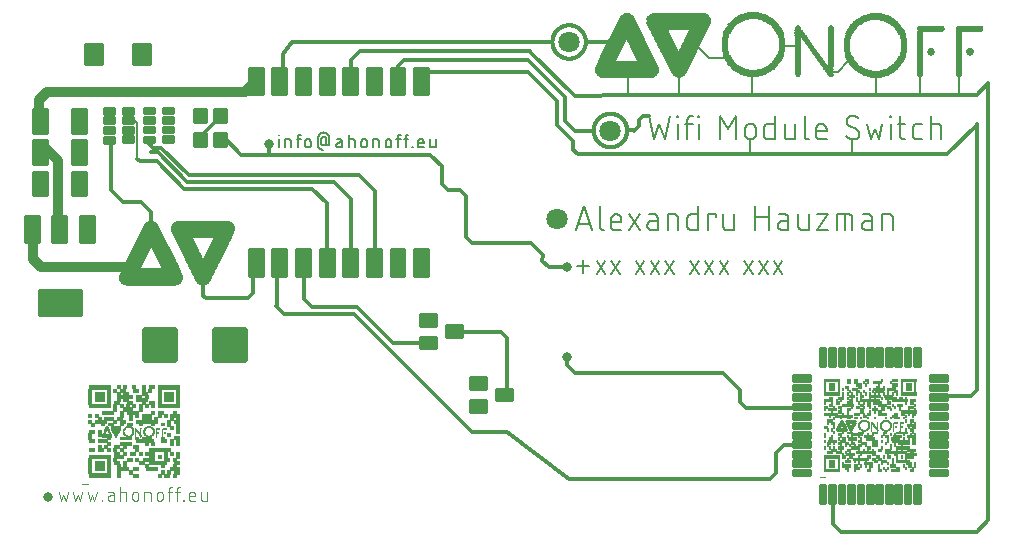
<source format=gbr>
G04 EAGLE Gerber RS-274X export*
G75*
%MOMM*%
%FSLAX34Y34*%
%LPD*%
%INSoldermask Top*%
%IPPOS*%
%AMOC8*
5,1,8,0,0,1.08239X$1,22.5*%
G01*
%ADD10C,0.812800*%
%ADD11C,0.304800*%
%ADD12C,0.127000*%
%ADD13C,0.101600*%
%ADD14C,0.177800*%
%ADD15C,0.152400*%
%ADD16C,0.203200*%
%ADD17C,0.327150*%
%ADD18C,0.432575*%
%ADD19C,0.324103*%
%ADD20C,0.300800*%
%ADD21C,0.362709*%
%ADD22C,0.480509*%
%ADD23C,0.302375*%
%ADD24C,0.322734*%
%ADD25R,4.292600X0.025400*%
%ADD26R,0.762000X0.025400*%
%ADD27R,0.101600X0.025400*%
%ADD28R,4.495800X0.025400*%
%ADD29R,0.330200X0.025400*%
%ADD30R,0.939800X0.025400*%
%ADD31R,0.177800X0.025400*%
%ADD32R,0.203200X0.025400*%
%ADD33R,4.597400X0.025400*%
%ADD34R,0.533400X0.025400*%
%ADD35R,1.117600X0.025400*%
%ADD36R,0.279400X0.025400*%
%ADD37R,4.699000X0.025400*%
%ADD38R,0.635000X0.025400*%
%ADD39R,0.254000X0.025400*%
%ADD40R,0.228600X0.025400*%
%ADD41R,1.320800X0.025400*%
%ADD42R,4.800600X0.025400*%
%ADD43R,0.685800X0.025400*%
%ADD44R,0.304800X0.025400*%
%ADD45R,1.498600X0.025400*%
%ADD46R,0.381000X0.025400*%
%ADD47R,4.902200X0.025400*%
%ADD48R,0.787400X0.025400*%
%ADD49R,0.355600X0.025400*%
%ADD50R,1.676400X0.025400*%
%ADD51R,0.406400X0.025400*%
%ADD52R,4.953000X0.025400*%
%ADD53R,0.889000X0.025400*%
%ADD54R,1.879600X0.025400*%
%ADD55R,0.431800X0.025400*%
%ADD56R,5.003800X0.025400*%
%ADD57R,2.082800X0.025400*%
%ADD58R,5.054600X0.025400*%
%ADD59R,0.990600X0.025400*%
%ADD60R,2.159000X0.025400*%
%ADD61R,5.105400X0.025400*%
%ADD62R,1.041400X0.025400*%
%ADD63R,0.457200X0.025400*%
%ADD64R,2.260600X0.025400*%
%ADD65R,5.156200X0.025400*%
%ADD66R,1.092200X0.025400*%
%ADD67R,0.482600X0.025400*%
%ADD68R,2.336800X0.025400*%
%ADD69R,2.184400X0.025400*%
%ADD70R,2.438400X0.025400*%
%ADD71R,5.207000X0.025400*%
%ADD72R,1.143000X0.025400*%
%ADD73R,2.235200X0.025400*%
%ADD74R,0.508000X0.025400*%
%ADD75R,2.514600X0.025400*%
%ADD76R,1.193800X0.025400*%
%ADD77R,2.590800X0.025400*%
%ADD78R,5.257800X0.025400*%
%ADD79R,0.558800X0.025400*%
%ADD80R,2.692400X0.025400*%
%ADD81R,5.308600X0.025400*%
%ADD82R,1.244600X0.025400*%
%ADD83R,2.768600X0.025400*%
%ADD84R,0.584200X0.025400*%
%ADD85R,2.844800X0.025400*%
%ADD86R,5.334000X0.025400*%
%ADD87R,1.295400X0.025400*%
%ADD88R,0.609600X0.025400*%
%ADD89R,2.946400X0.025400*%
%ADD90R,5.359400X0.025400*%
%ADD91R,3.022600X0.025400*%
%ADD92R,1.346200X0.025400*%
%ADD93R,3.098800X0.025400*%
%ADD94R,0.660400X0.025400*%
%ADD95R,3.200400X0.025400*%
%ADD96R,5.410200X0.025400*%
%ADD97R,1.397000X0.025400*%
%ADD98R,3.276600X0.025400*%
%ADD99R,1.447800X0.025400*%
%ADD100R,0.711200X0.025400*%
%ADD101R,1.270000X0.025400*%
%ADD102R,3.302000X0.025400*%
%ADD103R,0.736600X0.025400*%
%ADD104R,1.168400X0.025400*%
%ADD105R,1.549400X0.025400*%
%ADD106R,0.965200X0.025400*%
%ADD107R,0.812800X0.025400*%
%ADD108R,1.600200X0.025400*%
%ADD109R,0.914400X0.025400*%
%ADD110R,0.838200X0.025400*%
%ADD111R,1.651000X0.025400*%
%ADD112R,0.863600X0.025400*%
%ADD113R,1.701800X0.025400*%
%ADD114R,1.752600X0.025400*%
%ADD115R,1.803400X0.025400*%
%ADD116R,5.232400X0.025400*%
%ADD117R,1.854200X0.025400*%
%ADD118R,1.905000X0.025400*%
%ADD119R,1.955800X0.025400*%
%ADD120R,2.006600X0.025400*%
%ADD121R,2.057400X0.025400*%
%ADD122R,4.978400X0.025400*%
%ADD123R,2.108200X0.025400*%
%ADD124R,2.209800X0.025400*%
%ADD125R,4.851400X0.025400*%
%ADD126R,1.524000X0.025400*%
%ADD127R,2.311400X0.025400*%
%ADD128R,2.362200X0.025400*%
%ADD129R,2.413000X0.025400*%
%ADD130R,2.463800X0.025400*%
%ADD131R,2.565400X0.025400*%
%ADD132R,2.616200X0.025400*%
%ADD133R,2.667000X0.025400*%
%ADD134R,2.717800X0.025400*%
%ADD135R,0.152400X0.025400*%
%ADD136R,2.819400X0.025400*%
%ADD137R,2.870200X0.025400*%
%ADD138R,2.921000X0.025400*%
%ADD139R,2.971800X0.025400*%
%ADD140R,3.048000X0.025400*%
%ADD141R,2.997200X0.025400*%
%ADD142R,2.895600X0.025400*%
%ADD143R,2.794000X0.025400*%
%ADD144R,2.743200X0.025400*%
%ADD145R,2.641600X0.025400*%
%ADD146R,2.540000X0.025400*%
%ADD147R,2.489200X0.025400*%
%ADD148R,2.387600X0.025400*%
%ADD149R,2.133600X0.025400*%
%ADD150R,2.286000X0.025400*%
%ADD151R,4.876800X0.025400*%
%ADD152R,4.927600X0.025400*%
%ADD153R,2.032000X0.025400*%
%ADD154R,5.029200X0.025400*%
%ADD155R,1.981200X0.025400*%
%ADD156R,5.080000X0.025400*%
%ADD157R,1.930400X0.025400*%
%ADD158R,5.130800X0.025400*%
%ADD159R,5.181600X0.025400*%
%ADD160R,0.076200X0.025400*%
%ADD161R,1.828800X0.025400*%
%ADD162R,1.778000X0.025400*%
%ADD163R,1.727200X0.025400*%
%ADD164R,5.384800X0.025400*%
%ADD165R,1.625600X0.025400*%
%ADD166R,1.574800X0.025400*%
%ADD167R,1.016000X0.025400*%
%ADD168R,1.066800X0.025400*%
%ADD169R,1.473200X0.025400*%
%ADD170R,1.219200X0.025400*%
%ADD171R,1.422400X0.025400*%
%ADD172R,1.371600X0.025400*%
%ADD173R,3.251200X0.025400*%
%ADD174R,3.149600X0.025400*%
%ADD175R,3.073400X0.025400*%
%ADD176R,4.749800X0.025400*%
%ADD177R,4.648200X0.025400*%
%ADD178R,4.546600X0.025400*%
%ADD179R,4.368800X0.025400*%
%ADD180C,0.803200*%
%ADD181C,1.803200*%
%ADD182R,1.866900X0.007619*%
%ADD183R,0.266700X0.007619*%
%ADD184R,0.533400X0.007619*%
%ADD185R,1.866900X0.007622*%
%ADD186R,0.266700X0.007622*%
%ADD187R,0.533400X0.007622*%
%ADD188R,0.281941X0.007619*%
%ADD189R,0.281941X0.007622*%
%ADD190R,0.800100X0.007619*%
%ADD191R,1.066800X0.007619*%
%ADD192R,0.800100X0.007622*%
%ADD193R,1.066800X0.007622*%
%ADD194R,1.600200X0.007619*%
%ADD195R,1.600200X0.007622*%
%ADD196R,0.723900X0.007619*%
%ADD197R,0.060959X0.007619*%
%ADD198R,0.129537X0.007619*%
%ADD199R,0.030478X0.007619*%
%ADD200R,0.038100X0.007619*%
%ADD201R,0.769619X0.007622*%
%ADD202R,0.106678X0.007622*%
%ADD203R,0.038100X0.007622*%
%ADD204R,0.030478X0.007622*%
%ADD205R,0.182881X0.007622*%
%ADD206R,0.053341X0.007622*%
%ADD207R,0.053338X0.007622*%
%ADD208R,0.121922X0.007619*%
%ADD209R,0.152400X0.007619*%
%ADD210R,0.053338X0.007619*%
%ADD211R,0.053341X0.007619*%
%ADD212R,0.243841X0.007619*%
%ADD213R,0.068581X0.007619*%
%ADD214R,0.822959X0.007619*%
%ADD215R,0.205741X0.007619*%
%ADD216R,0.297181X0.007619*%
%ADD217R,0.068578X0.007619*%
%ADD218R,0.838200X0.007622*%
%ADD219R,0.167641X0.007622*%
%ADD220R,0.259081X0.007622*%
%ADD221R,0.068581X0.007622*%
%ADD222R,0.076200X0.007622*%
%ADD223R,0.350519X0.007622*%
%ADD224R,0.853441X0.007619*%
%ADD225R,0.182878X0.007619*%
%ADD226R,0.320038X0.007619*%
%ADD227R,0.076200X0.007619*%
%ADD228R,0.083822X0.007619*%
%ADD229R,0.381000X0.007619*%
%ADD230R,0.861059X0.007622*%
%ADD231R,0.190500X0.007622*%
%ADD232R,0.358141X0.007622*%
%ADD233R,0.083822X0.007622*%
%ADD234R,0.403863X0.007622*%
%ADD235R,0.868678X0.007619*%
%ADD236R,0.198122X0.007619*%
%ADD237R,0.388619X0.007619*%
%ADD238R,0.091441X0.007619*%
%ADD239R,0.426719X0.007619*%
%ADD240R,0.883922X0.007619*%
%ADD241R,0.213359X0.007619*%
%ADD242R,0.411481X0.007619*%
%ADD243R,0.099063X0.007619*%
%ADD244R,0.457200X0.007619*%
%ADD245R,0.883922X0.007622*%
%ADD246R,0.213359X0.007622*%
%ADD247R,0.434341X0.007622*%
%ADD248R,0.099063X0.007622*%
%ADD249R,0.480063X0.007622*%
%ADD250R,0.891541X0.007619*%
%ADD251R,0.228600X0.007619*%
%ADD252R,0.464819X0.007619*%
%ADD253R,0.106681X0.007619*%
%ADD254R,0.502919X0.007619*%
%ADD255R,0.899159X0.007622*%
%ADD256R,0.228600X0.007622*%
%ADD257R,0.487681X0.007622*%
%ADD258R,0.114300X0.007622*%
%ADD259R,0.899159X0.007619*%
%ADD260R,0.518162X0.007619*%
%ADD261R,0.175259X0.007619*%
%ADD262R,0.259078X0.007622*%
%ADD263R,0.198122X0.007622*%
%ADD264R,0.129541X0.007622*%
%ADD265R,0.160019X0.007622*%
%ADD266R,0.152400X0.007622*%
%ADD267R,0.259078X0.007619*%
%ADD268R,0.167641X0.007619*%
%ADD269R,0.137162X0.007619*%
%ADD270R,0.144781X0.007619*%
%ADD271R,0.274322X0.007622*%
%ADD272R,0.137162X0.007622*%
%ADD273R,0.144778X0.007622*%
%ADD274R,0.274322X0.007619*%
%ADD275R,0.289559X0.007619*%
%ADD276R,0.144778X0.007619*%
%ADD277R,0.137159X0.007619*%
%ADD278R,0.129541X0.007619*%
%ADD279R,0.289559X0.007622*%
%ADD280R,0.137159X0.007622*%
%ADD281R,0.160022X0.007622*%
%ADD282R,0.129537X0.007622*%
%ADD283R,0.121919X0.007622*%
%ADD284R,0.876300X0.007619*%
%ADD285R,0.304800X0.007619*%
%ADD286R,0.160022X0.007619*%
%ADD287R,0.868678X0.007622*%
%ADD288R,0.304800X0.007622*%
%ADD289R,0.121922X0.007622*%
%ADD290R,0.861059X0.007619*%
%ADD291R,0.320041X0.007619*%
%ADD292R,0.121919X0.007619*%
%ADD293R,0.114300X0.007619*%
%ADD294R,0.845819X0.007622*%
%ADD295R,0.335278X0.007622*%
%ADD296R,0.083819X0.007622*%
%ADD297R,0.838200X0.007619*%
%ADD298R,0.335278X0.007619*%
%ADD299R,0.091438X0.007619*%
%ADD300R,0.106678X0.007619*%
%ADD301R,0.830581X0.007622*%
%ADD302R,0.350522X0.007622*%
%ADD303R,0.091441X0.007622*%
%ADD304R,0.106681X0.007622*%
%ADD305R,0.350522X0.007619*%
%ADD306R,0.099059X0.007619*%
%ADD307R,0.365759X0.007619*%
%ADD308R,0.815341X0.007622*%
%ADD309R,0.365759X0.007622*%
%ADD310R,0.099059X0.007622*%
%ADD311R,0.251463X0.007619*%
%ADD312R,0.251459X0.007619*%
%ADD313R,0.243841X0.007622*%
%ADD314R,0.251459X0.007622*%
%ADD315R,0.381000X0.007622*%
%ADD316R,0.091438X0.007622*%
%ADD317R,0.396241X0.007619*%
%ADD318R,0.411478X0.007622*%
%ADD319R,0.243838X0.007619*%
%ADD320R,0.411478X0.007619*%
%ADD321R,0.251463X0.007622*%
%ADD322R,0.426722X0.007622*%
%ADD323R,0.426722X0.007619*%
%ADD324R,0.441959X0.007619*%
%ADD325R,0.083819X0.007619*%
%ADD326R,0.441959X0.007622*%
%ADD327R,0.457200X0.007622*%
%ADD328R,0.472441X0.007619*%
%ADD329R,0.487678X0.007622*%
%ADD330R,0.487678X0.007619*%
%ADD331R,0.502922X0.007622*%
%ADD332R,0.502922X0.007619*%
%ADD333R,0.518159X0.007619*%
%ADD334R,0.259081X0.007619*%
%ADD335R,0.045719X0.007619*%
%ADD336R,0.472441X0.007622*%
%ADD337R,0.160019X0.007619*%
%ADD338R,0.396241X0.007622*%
%ADD339R,0.365762X0.007622*%
%ADD340R,0.373381X0.007619*%
%ADD341R,0.388622X0.007622*%
%ADD342R,0.388622X0.007619*%
%ADD343R,0.845819X0.007619*%
%ADD344R,0.373378X0.007619*%
%ADD345R,0.320041X0.007622*%
%ADD346R,0.853441X0.007622*%
%ADD347R,0.060959X0.007622*%
%ADD348R,0.045722X0.007619*%
%ADD349R,0.327659X0.007619*%
%ADD350R,0.335281X0.007619*%
%ADD351R,0.022863X0.007622*%
%ADD352R,0.015241X0.007622*%
%ADD353R,0.144781X0.007622*%
%ADD354R,0.906781X0.007619*%
%ADD355R,0.906781X0.007622*%
%ADD356R,0.198119X0.007622*%
%ADD357R,0.182881X0.007619*%
%ADD358R,0.198119X0.007619*%
%ADD359R,0.510537X0.007619*%
%ADD360R,0.891541X0.007622*%
%ADD361R,0.213363X0.007622*%
%ADD362R,0.876300X0.007622*%
%ADD363R,0.472438X0.007622*%
%ADD364R,0.434338X0.007622*%
%ADD365R,0.449581X0.007619*%
%ADD366R,0.403863X0.007619*%
%ADD367R,0.396238X0.007622*%
%ADD368R,0.358137X0.007622*%
%ADD369R,0.830581X0.007619*%
%ADD370R,0.342900X0.007622*%
%ADD371R,0.792478X0.007619*%
%ADD372R,0.289563X0.007619*%
%ADD373R,0.190500X0.007619*%
%ADD374R,0.762000X0.007619*%
%ADD375R,0.236219X0.007619*%
%ADD376R,0.175259X0.007622*%
%ADD377R,1.333500X0.007619*%
%ADD378R,1.333500X0.007622*%
%ADD379C,0.000000*%
%ADD380R,0.762000X0.007622*%
%ADD381R,0.571500X0.007619*%
%ADD382R,0.571500X0.007622*%
%ADD383R,1.143000X0.007619*%
%ADD384R,1.143000X0.007622*%
%ADD385R,0.952500X0.007619*%
%ADD386R,0.952500X0.007622*%
%ADD387R,1.714500X0.007619*%
%ADD388R,1.905000X0.007619*%
%ADD389R,1.714500X0.007622*%
%ADD390R,1.905000X0.007622*%
%ADD391R,1.524000X0.007619*%
%ADD392R,1.524000X0.007622*%
%ADD393R,0.784859X0.007619*%
%ADD394R,0.007622X0.007619*%
%ADD395R,0.015241X0.007619*%
%ADD396R,0.815341X0.007619*%
%ADD397R,0.007619X0.007619*%
%ADD398R,0.845822X0.007622*%
%ADD399R,0.167637X0.007619*%
%ADD400R,0.373378X0.007622*%
%ADD401R,0.403859X0.007619*%
%ADD402R,0.906778X0.007619*%
%ADD403R,0.914400X0.007622*%
%ADD404R,0.411481X0.007622*%
%ADD405R,0.449578X0.007622*%
%ADD406R,0.922022X0.007619*%
%ADD407R,0.213363X0.007619*%
%ADD408R,0.434341X0.007619*%
%ADD409R,0.480059X0.007619*%
%ADD410R,0.937259X0.007622*%
%ADD411R,0.937259X0.007619*%
%ADD412R,0.525778X0.007619*%
%ADD413R,0.510541X0.007619*%
%ADD414R,0.556259X0.007619*%
%ADD415R,0.243838X0.007622*%
%ADD416R,0.220981X0.007622*%
%ADD417R,0.205741X0.007622*%
%ADD418R,0.175263X0.007622*%
%ADD419R,0.274319X0.007619*%
%ADD420R,0.944881X0.007622*%
%ADD421R,0.289563X0.007622*%
%ADD422R,0.320038X0.007622*%
%ADD423R,0.335281X0.007622*%
%ADD424R,0.350519X0.007619*%
%ADD425R,0.883919X0.007619*%
%ADD426R,0.868681X0.007619*%
%ADD427R,0.365762X0.007619*%
%ADD428R,0.396238X0.007619*%
%ADD429R,0.441963X0.007622*%
%ADD430R,0.441963X0.007619*%
%ADD431R,0.472438X0.007619*%
%ADD432R,0.487681X0.007619*%
%ADD433R,0.518162X0.007622*%
%ADD434R,0.548638X0.007619*%
%ADD435R,0.274319X0.007622*%
%ADD436R,0.525778X0.007622*%
%ADD437R,0.502919X0.007622*%
%ADD438R,0.495300X0.007619*%
%ADD439R,0.464822X0.007622*%
%ADD440R,0.426719X0.007622*%
%ADD441R,0.419100X0.007619*%
%ADD442R,0.403859X0.007622*%
%ADD443R,0.853438X0.007619*%
%ADD444R,0.868681X0.007622*%
%ADD445R,0.358141X0.007619*%
%ADD446R,0.883919X0.007622*%
%ADD447R,0.342900X0.007619*%
%ADD448R,0.899163X0.007622*%
%ADD449R,0.373381X0.007622*%
%ADD450R,0.914400X0.007619*%
%ADD451R,0.312422X0.007622*%
%ADD452R,0.922019X0.007622*%
%ADD453R,0.929638X0.007619*%
%ADD454R,0.929638X0.007622*%
%ADD455R,0.944881X0.007619*%
%ADD456R,0.960119X0.007622*%
%ADD457R,0.960119X0.007619*%
%ADD458R,0.205738X0.007619*%
%ADD459R,0.182878X0.007622*%
%ADD460R,0.548641X0.007619*%
%ADD461R,0.220978X0.007622*%
%ADD462R,0.541022X0.007619*%
%ADD463R,0.312422X0.007619*%
%ADD464R,0.853438X0.007622*%
%ADD465R,0.822963X0.007619*%
%ADD466R,0.792481X0.007622*%


D10*
X227500Y359600D02*
X215500Y347600D01*
X48000Y347600D01*
X41500Y341100D01*
X41500Y327200D01*
X47500Y299600D02*
X57500Y289600D01*
X57500Y229600D01*
D11*
X247500Y359600D02*
X247500Y379600D01*
X255400Y389700D01*
X475400Y389700D01*
X475858Y390000D02*
X475862Y390347D01*
X475875Y390694D01*
X475896Y391040D01*
X475926Y391386D01*
X475964Y391731D01*
X476011Y392075D01*
X476066Y392418D01*
X476130Y392759D01*
X476202Y393099D01*
X476282Y393436D01*
X476370Y393772D01*
X476467Y394105D01*
X476572Y394436D01*
X476685Y394764D01*
X476806Y395090D01*
X476934Y395412D01*
X477071Y395731D01*
X477216Y396046D01*
X477368Y396358D01*
X477528Y396666D01*
X477695Y396971D01*
X477870Y397270D01*
X478052Y397566D01*
X478241Y397857D01*
X478438Y398143D01*
X478641Y398424D01*
X478851Y398701D01*
X479068Y398972D01*
X479292Y399237D01*
X479521Y399497D01*
X479758Y399751D01*
X480000Y400000D01*
X480249Y400242D01*
X480503Y400479D01*
X480763Y400708D01*
X481028Y400932D01*
X481299Y401149D01*
X481576Y401359D01*
X481857Y401562D01*
X482143Y401759D01*
X482434Y401948D01*
X482730Y402130D01*
X483029Y402305D01*
X483334Y402472D01*
X483642Y402632D01*
X483954Y402784D01*
X484269Y402929D01*
X484588Y403066D01*
X484910Y403194D01*
X485236Y403315D01*
X485564Y403428D01*
X485895Y403533D01*
X486228Y403630D01*
X486564Y403718D01*
X486901Y403798D01*
X487241Y403870D01*
X487582Y403934D01*
X487925Y403989D01*
X488269Y404036D01*
X488614Y404074D01*
X488960Y404104D01*
X489306Y404125D01*
X489653Y404138D01*
X490000Y404142D01*
X490347Y404138D01*
X490694Y404125D01*
X491040Y404104D01*
X491386Y404074D01*
X491731Y404036D01*
X492075Y403989D01*
X492418Y403934D01*
X492759Y403870D01*
X493099Y403798D01*
X493436Y403718D01*
X493772Y403630D01*
X494105Y403533D01*
X494436Y403428D01*
X494764Y403315D01*
X495090Y403194D01*
X495412Y403066D01*
X495731Y402929D01*
X496046Y402784D01*
X496358Y402632D01*
X496666Y402472D01*
X496971Y402305D01*
X497270Y402130D01*
X497566Y401948D01*
X497857Y401759D01*
X498143Y401562D01*
X498424Y401359D01*
X498701Y401149D01*
X498972Y400932D01*
X499237Y400708D01*
X499497Y400479D01*
X499751Y400242D01*
X500000Y400000D01*
X500242Y399751D01*
X500479Y399497D01*
X500708Y399237D01*
X500932Y398972D01*
X501149Y398701D01*
X501359Y398424D01*
X501562Y398143D01*
X501759Y397857D01*
X501948Y397566D01*
X502130Y397270D01*
X502305Y396971D01*
X502472Y396666D01*
X502632Y396358D01*
X502784Y396046D01*
X502929Y395731D01*
X503066Y395412D01*
X503194Y395090D01*
X503315Y394764D01*
X503428Y394436D01*
X503533Y394105D01*
X503630Y393772D01*
X503718Y393436D01*
X503798Y393099D01*
X503870Y392759D01*
X503934Y392418D01*
X503989Y392075D01*
X504036Y391731D01*
X504074Y391386D01*
X504104Y391040D01*
X504125Y390694D01*
X504138Y390347D01*
X504142Y390000D01*
X504138Y389653D01*
X504125Y389306D01*
X504104Y388960D01*
X504074Y388614D01*
X504036Y388269D01*
X503989Y387925D01*
X503934Y387582D01*
X503870Y387241D01*
X503798Y386901D01*
X503718Y386564D01*
X503630Y386228D01*
X503533Y385895D01*
X503428Y385564D01*
X503315Y385236D01*
X503194Y384910D01*
X503066Y384588D01*
X502929Y384269D01*
X502784Y383954D01*
X502632Y383642D01*
X502472Y383334D01*
X502305Y383029D01*
X502130Y382730D01*
X501948Y382434D01*
X501759Y382143D01*
X501562Y381857D01*
X501359Y381576D01*
X501149Y381299D01*
X500932Y381028D01*
X500708Y380763D01*
X500479Y380503D01*
X500242Y380249D01*
X500000Y380000D01*
X499751Y379758D01*
X499497Y379521D01*
X499237Y379292D01*
X498972Y379068D01*
X498701Y378851D01*
X498424Y378641D01*
X498143Y378438D01*
X497857Y378241D01*
X497566Y378052D01*
X497270Y377870D01*
X496971Y377695D01*
X496666Y377528D01*
X496358Y377368D01*
X496046Y377216D01*
X495731Y377071D01*
X495412Y376934D01*
X495090Y376806D01*
X494764Y376685D01*
X494436Y376572D01*
X494105Y376467D01*
X493772Y376370D01*
X493436Y376282D01*
X493099Y376202D01*
X492759Y376130D01*
X492418Y376066D01*
X492075Y376011D01*
X491731Y375964D01*
X491386Y375926D01*
X491040Y375896D01*
X490694Y375875D01*
X490347Y375862D01*
X490000Y375858D01*
X489653Y375862D01*
X489306Y375875D01*
X488960Y375896D01*
X488614Y375926D01*
X488269Y375964D01*
X487925Y376011D01*
X487582Y376066D01*
X487241Y376130D01*
X486901Y376202D01*
X486564Y376282D01*
X486228Y376370D01*
X485895Y376467D01*
X485564Y376572D01*
X485236Y376685D01*
X484910Y376806D01*
X484588Y376934D01*
X484269Y377071D01*
X483954Y377216D01*
X483642Y377368D01*
X483334Y377528D01*
X483029Y377695D01*
X482730Y377870D01*
X482434Y378052D01*
X482143Y378241D01*
X481857Y378438D01*
X481576Y378641D01*
X481299Y378851D01*
X481028Y379068D01*
X480763Y379292D01*
X480503Y379521D01*
X480249Y379758D01*
X480000Y380000D01*
X479758Y380249D01*
X479521Y380503D01*
X479292Y380763D01*
X479068Y381028D01*
X478851Y381299D01*
X478641Y381576D01*
X478438Y381857D01*
X478241Y382143D01*
X478052Y382434D01*
X477870Y382730D01*
X477695Y383029D01*
X477528Y383334D01*
X477368Y383642D01*
X477216Y383954D01*
X477071Y384269D01*
X476934Y384588D01*
X476806Y384910D01*
X476685Y385236D01*
X476572Y385564D01*
X476467Y385895D01*
X476370Y386228D01*
X476282Y386564D01*
X476202Y386901D01*
X476130Y387241D01*
X476066Y387582D01*
X476011Y387925D01*
X475964Y388269D01*
X475926Y388614D01*
X475896Y388960D01*
X475875Y389306D01*
X475862Y389653D01*
X475858Y390000D01*
X510858Y315000D02*
X510862Y315347D01*
X510875Y315694D01*
X510896Y316040D01*
X510926Y316386D01*
X510964Y316731D01*
X511011Y317075D01*
X511066Y317418D01*
X511130Y317759D01*
X511202Y318099D01*
X511282Y318436D01*
X511370Y318772D01*
X511467Y319105D01*
X511572Y319436D01*
X511685Y319764D01*
X511806Y320090D01*
X511934Y320412D01*
X512071Y320731D01*
X512216Y321046D01*
X512368Y321358D01*
X512528Y321666D01*
X512695Y321971D01*
X512870Y322270D01*
X513052Y322566D01*
X513241Y322857D01*
X513438Y323143D01*
X513641Y323424D01*
X513851Y323701D01*
X514068Y323972D01*
X514292Y324237D01*
X514521Y324497D01*
X514758Y324751D01*
X515000Y325000D01*
X515249Y325242D01*
X515503Y325479D01*
X515763Y325708D01*
X516028Y325932D01*
X516299Y326149D01*
X516576Y326359D01*
X516857Y326562D01*
X517143Y326759D01*
X517434Y326948D01*
X517730Y327130D01*
X518029Y327305D01*
X518334Y327472D01*
X518642Y327632D01*
X518954Y327784D01*
X519269Y327929D01*
X519588Y328066D01*
X519910Y328194D01*
X520236Y328315D01*
X520564Y328428D01*
X520895Y328533D01*
X521228Y328630D01*
X521564Y328718D01*
X521901Y328798D01*
X522241Y328870D01*
X522582Y328934D01*
X522925Y328989D01*
X523269Y329036D01*
X523614Y329074D01*
X523960Y329104D01*
X524306Y329125D01*
X524653Y329138D01*
X525000Y329142D01*
X525347Y329138D01*
X525694Y329125D01*
X526040Y329104D01*
X526386Y329074D01*
X526731Y329036D01*
X527075Y328989D01*
X527418Y328934D01*
X527759Y328870D01*
X528099Y328798D01*
X528436Y328718D01*
X528772Y328630D01*
X529105Y328533D01*
X529436Y328428D01*
X529764Y328315D01*
X530090Y328194D01*
X530412Y328066D01*
X530731Y327929D01*
X531046Y327784D01*
X531358Y327632D01*
X531666Y327472D01*
X531971Y327305D01*
X532270Y327130D01*
X532566Y326948D01*
X532857Y326759D01*
X533143Y326562D01*
X533424Y326359D01*
X533701Y326149D01*
X533972Y325932D01*
X534237Y325708D01*
X534497Y325479D01*
X534751Y325242D01*
X535000Y325000D01*
X535242Y324751D01*
X535479Y324497D01*
X535708Y324237D01*
X535932Y323972D01*
X536149Y323701D01*
X536359Y323424D01*
X536562Y323143D01*
X536759Y322857D01*
X536948Y322566D01*
X537130Y322270D01*
X537305Y321971D01*
X537472Y321666D01*
X537632Y321358D01*
X537784Y321046D01*
X537929Y320731D01*
X538066Y320412D01*
X538194Y320090D01*
X538315Y319764D01*
X538428Y319436D01*
X538533Y319105D01*
X538630Y318772D01*
X538718Y318436D01*
X538798Y318099D01*
X538870Y317759D01*
X538934Y317418D01*
X538989Y317075D01*
X539036Y316731D01*
X539074Y316386D01*
X539104Y316040D01*
X539125Y315694D01*
X539138Y315347D01*
X539142Y315000D01*
X539138Y314653D01*
X539125Y314306D01*
X539104Y313960D01*
X539074Y313614D01*
X539036Y313269D01*
X538989Y312925D01*
X538934Y312582D01*
X538870Y312241D01*
X538798Y311901D01*
X538718Y311564D01*
X538630Y311228D01*
X538533Y310895D01*
X538428Y310564D01*
X538315Y310236D01*
X538194Y309910D01*
X538066Y309588D01*
X537929Y309269D01*
X537784Y308954D01*
X537632Y308642D01*
X537472Y308334D01*
X537305Y308029D01*
X537130Y307730D01*
X536948Y307434D01*
X536759Y307143D01*
X536562Y306857D01*
X536359Y306576D01*
X536149Y306299D01*
X535932Y306028D01*
X535708Y305763D01*
X535479Y305503D01*
X535242Y305249D01*
X535000Y305000D01*
X534751Y304758D01*
X534497Y304521D01*
X534237Y304292D01*
X533972Y304068D01*
X533701Y303851D01*
X533424Y303641D01*
X533143Y303438D01*
X532857Y303241D01*
X532566Y303052D01*
X532270Y302870D01*
X531971Y302695D01*
X531666Y302528D01*
X531358Y302368D01*
X531046Y302216D01*
X530731Y302071D01*
X530412Y301934D01*
X530090Y301806D01*
X529764Y301685D01*
X529436Y301572D01*
X529105Y301467D01*
X528772Y301370D01*
X528436Y301282D01*
X528099Y301202D01*
X527759Y301130D01*
X527418Y301066D01*
X527075Y301011D01*
X526731Y300964D01*
X526386Y300926D01*
X526040Y300896D01*
X525694Y300875D01*
X525347Y300862D01*
X525000Y300858D01*
X524653Y300862D01*
X524306Y300875D01*
X523960Y300896D01*
X523614Y300926D01*
X523269Y300964D01*
X522925Y301011D01*
X522582Y301066D01*
X522241Y301130D01*
X521901Y301202D01*
X521564Y301282D01*
X521228Y301370D01*
X520895Y301467D01*
X520564Y301572D01*
X520236Y301685D01*
X519910Y301806D01*
X519588Y301934D01*
X519269Y302071D01*
X518954Y302216D01*
X518642Y302368D01*
X518334Y302528D01*
X518029Y302695D01*
X517730Y302870D01*
X517434Y303052D01*
X517143Y303241D01*
X516857Y303438D01*
X516576Y303641D01*
X516299Y303851D01*
X516028Y304068D01*
X515763Y304292D01*
X515503Y304521D01*
X515249Y304758D01*
X515000Y305000D01*
X514758Y305249D01*
X514521Y305503D01*
X514292Y305763D01*
X514068Y306028D01*
X513851Y306299D01*
X513641Y306576D01*
X513438Y306857D01*
X513241Y307143D01*
X513052Y307434D01*
X512870Y307730D01*
X512695Y308029D01*
X512528Y308334D01*
X512368Y308642D01*
X512216Y308954D01*
X512071Y309269D01*
X511934Y309588D01*
X511806Y309910D01*
X511685Y310236D01*
X511572Y310564D01*
X511467Y310895D01*
X511370Y311228D01*
X511282Y311564D01*
X511202Y311901D01*
X511130Y312241D01*
X511066Y312582D01*
X511011Y312925D01*
X510964Y313269D01*
X510926Y313614D01*
X510896Y313960D01*
X510875Y314306D01*
X510862Y314653D01*
X510858Y315000D01*
X505300Y389900D02*
X522700Y389900D01*
X523000Y389600D01*
X538900Y315200D02*
X544800Y315200D01*
X545000Y315000D01*
X548900Y318900D01*
X548900Y324100D01*
X552500Y327700D01*
X557500Y327700D01*
X490000Y20000D02*
X660000Y20000D01*
X490000Y20000D02*
X437500Y59600D01*
X407500Y59600D01*
X307500Y159600D01*
X293800Y277400D02*
X168100Y277300D01*
X144600Y300600D02*
X137600Y300600D01*
X132200Y306000D01*
D10*
X36100Y229700D02*
X36100Y206000D01*
X42500Y199600D01*
X117500Y199600D01*
D11*
X102500Y264600D02*
X102500Y304600D01*
X102500Y264600D02*
X112500Y254600D01*
X127500Y254600D01*
X135700Y246400D01*
X135700Y236600D01*
X180300Y186300D02*
X180300Y175100D01*
X182300Y173100D01*
X222500Y177300D02*
X222500Y194600D01*
X222500Y177300D02*
X218500Y173300D01*
X182400Y173300D01*
X182200Y173500D01*
X397500Y144600D02*
X432500Y144600D01*
X437500Y139600D01*
X437500Y89600D01*
X242500Y166600D02*
X242500Y194600D01*
X242500Y166600D02*
X242100Y166200D01*
X248800Y159500D01*
X307400Y159500D01*
X307500Y159600D01*
X265500Y172600D02*
X265500Y202200D01*
X265500Y172600D02*
X272600Y165300D01*
X306100Y165300D01*
X340600Y135200D02*
X371000Y135200D01*
X340600Y135200D02*
X310300Y165300D01*
X306400Y165300D01*
X305000Y202200D02*
X305000Y257500D01*
X291000Y271500D01*
X166800Y271500D01*
X141600Y296700D01*
X136100Y296700D01*
X285100Y253500D02*
X285100Y205100D01*
X285100Y253500D02*
X272700Y265900D01*
X164300Y265900D01*
X141000Y289200D01*
X126500Y289100D01*
X124400Y291200D01*
D12*
X124100Y291800D02*
X124100Y321700D01*
X122800Y323000D01*
X117900Y323000D01*
X117800Y322900D01*
X117500Y323200D01*
X117500Y324600D01*
D11*
X144600Y300500D02*
X167800Y277300D01*
X144600Y300500D02*
X137700Y300500D01*
X325400Y263800D02*
X325400Y204000D01*
X325400Y263800D02*
X311800Y277400D01*
X290000Y277400D01*
X192500Y324600D02*
X177500Y309600D01*
X197500Y309600D02*
X212500Y294600D01*
X372500Y294600D01*
X382500Y284600D01*
X382500Y269600D01*
X387500Y264600D01*
X235800Y294600D02*
X235800Y302700D01*
X235800Y294600D02*
X235700Y294500D01*
D13*
X57908Y9297D02*
X59855Y1508D01*
X61803Y6701D01*
X63750Y1508D01*
X65697Y9297D01*
X70100Y9297D02*
X72047Y1508D01*
X73995Y6701D01*
X75942Y1508D01*
X77889Y9297D01*
X82292Y9297D02*
X84239Y1508D01*
X86187Y6701D01*
X88134Y1508D01*
X90081Y9297D01*
X94244Y2157D02*
X94244Y1508D01*
X94244Y2157D02*
X94893Y2157D01*
X94893Y1508D01*
X94244Y1508D01*
X101424Y6052D02*
X104345Y6052D01*
X101424Y6052D02*
X101330Y6050D01*
X101236Y6044D01*
X101143Y6035D01*
X101050Y6021D01*
X100958Y6004D01*
X100866Y5982D01*
X100776Y5958D01*
X100686Y5929D01*
X100598Y5897D01*
X100511Y5861D01*
X100426Y5821D01*
X100343Y5778D01*
X100261Y5732D01*
X100181Y5682D01*
X100104Y5629D01*
X100029Y5573D01*
X99956Y5514D01*
X99885Y5452D01*
X99817Y5387D01*
X99752Y5319D01*
X99690Y5248D01*
X99631Y5175D01*
X99575Y5100D01*
X99522Y5023D01*
X99472Y4943D01*
X99426Y4861D01*
X99383Y4778D01*
X99343Y4693D01*
X99307Y4606D01*
X99275Y4518D01*
X99246Y4428D01*
X99222Y4338D01*
X99200Y4246D01*
X99183Y4154D01*
X99169Y4061D01*
X99160Y3968D01*
X99154Y3874D01*
X99152Y3780D01*
X99154Y3686D01*
X99160Y3592D01*
X99169Y3499D01*
X99183Y3406D01*
X99200Y3314D01*
X99222Y3222D01*
X99246Y3132D01*
X99275Y3042D01*
X99307Y2954D01*
X99343Y2867D01*
X99383Y2782D01*
X99426Y2699D01*
X99472Y2617D01*
X99522Y2537D01*
X99575Y2460D01*
X99631Y2385D01*
X99690Y2312D01*
X99752Y2241D01*
X99817Y2173D01*
X99885Y2108D01*
X99956Y2046D01*
X100029Y1987D01*
X100104Y1931D01*
X100181Y1878D01*
X100261Y1828D01*
X100343Y1782D01*
X100426Y1739D01*
X100511Y1699D01*
X100598Y1663D01*
X100686Y1631D01*
X100776Y1602D01*
X100866Y1578D01*
X100958Y1556D01*
X101050Y1539D01*
X101143Y1525D01*
X101236Y1516D01*
X101330Y1510D01*
X101424Y1508D01*
X104345Y1508D01*
X104345Y7350D01*
X104343Y7437D01*
X104337Y7525D01*
X104327Y7611D01*
X104314Y7698D01*
X104296Y7783D01*
X104275Y7868D01*
X104250Y7952D01*
X104221Y8034D01*
X104188Y8115D01*
X104152Y8195D01*
X104113Y8273D01*
X104069Y8349D01*
X104023Y8423D01*
X103973Y8494D01*
X103920Y8564D01*
X103864Y8631D01*
X103805Y8695D01*
X103743Y8757D01*
X103679Y8816D01*
X103612Y8872D01*
X103542Y8925D01*
X103471Y8975D01*
X103397Y9021D01*
X103321Y9065D01*
X103243Y9104D01*
X103163Y9140D01*
X103082Y9173D01*
X103000Y9202D01*
X102916Y9227D01*
X102831Y9248D01*
X102746Y9266D01*
X102659Y9279D01*
X102573Y9289D01*
X102485Y9295D01*
X102398Y9297D01*
X99801Y9297D01*
X109879Y13192D02*
X109879Y1508D01*
X109879Y9297D02*
X113125Y9297D01*
X113212Y9295D01*
X113300Y9289D01*
X113386Y9279D01*
X113473Y9266D01*
X113558Y9248D01*
X113643Y9227D01*
X113727Y9202D01*
X113809Y9173D01*
X113890Y9140D01*
X113970Y9104D01*
X114048Y9065D01*
X114124Y9021D01*
X114198Y8975D01*
X114269Y8925D01*
X114339Y8872D01*
X114406Y8816D01*
X114470Y8757D01*
X114532Y8696D01*
X114591Y8631D01*
X114647Y8564D01*
X114700Y8494D01*
X114750Y8423D01*
X114796Y8349D01*
X114840Y8273D01*
X114879Y8195D01*
X114915Y8115D01*
X114948Y8034D01*
X114977Y7952D01*
X115002Y7868D01*
X115023Y7783D01*
X115041Y7698D01*
X115054Y7611D01*
X115064Y7525D01*
X115070Y7437D01*
X115072Y7350D01*
X115072Y1508D01*
X120166Y4104D02*
X120166Y6701D01*
X120167Y6701D02*
X120169Y6802D01*
X120175Y6902D01*
X120185Y7002D01*
X120198Y7102D01*
X120216Y7201D01*
X120237Y7300D01*
X120262Y7397D01*
X120291Y7494D01*
X120324Y7589D01*
X120360Y7683D01*
X120400Y7775D01*
X120443Y7866D01*
X120490Y7955D01*
X120540Y8042D01*
X120594Y8128D01*
X120651Y8211D01*
X120711Y8291D01*
X120774Y8370D01*
X120841Y8446D01*
X120910Y8519D01*
X120982Y8589D01*
X121056Y8657D01*
X121133Y8722D01*
X121213Y8783D01*
X121295Y8842D01*
X121379Y8897D01*
X121465Y8949D01*
X121553Y8998D01*
X121643Y9043D01*
X121735Y9085D01*
X121828Y9123D01*
X121923Y9157D01*
X122018Y9188D01*
X122115Y9215D01*
X122213Y9238D01*
X122312Y9258D01*
X122412Y9273D01*
X122512Y9285D01*
X122612Y9293D01*
X122713Y9297D01*
X122813Y9297D01*
X122914Y9293D01*
X123014Y9285D01*
X123114Y9273D01*
X123214Y9258D01*
X123313Y9238D01*
X123411Y9215D01*
X123508Y9188D01*
X123603Y9157D01*
X123698Y9123D01*
X123791Y9085D01*
X123883Y9043D01*
X123973Y8998D01*
X124061Y8949D01*
X124147Y8897D01*
X124231Y8842D01*
X124313Y8783D01*
X124393Y8722D01*
X124470Y8657D01*
X124544Y8589D01*
X124616Y8519D01*
X124685Y8446D01*
X124752Y8370D01*
X124815Y8291D01*
X124875Y8211D01*
X124932Y8128D01*
X124986Y8042D01*
X125036Y7955D01*
X125083Y7866D01*
X125126Y7775D01*
X125166Y7683D01*
X125202Y7589D01*
X125235Y7494D01*
X125264Y7397D01*
X125289Y7300D01*
X125310Y7201D01*
X125328Y7102D01*
X125341Y7002D01*
X125351Y6902D01*
X125357Y6802D01*
X125359Y6701D01*
X125359Y4104D01*
X125357Y4003D01*
X125351Y3903D01*
X125341Y3803D01*
X125328Y3703D01*
X125310Y3604D01*
X125289Y3505D01*
X125264Y3408D01*
X125235Y3311D01*
X125202Y3216D01*
X125166Y3122D01*
X125126Y3030D01*
X125083Y2939D01*
X125036Y2850D01*
X124986Y2763D01*
X124932Y2677D01*
X124875Y2594D01*
X124815Y2514D01*
X124752Y2435D01*
X124685Y2359D01*
X124616Y2286D01*
X124544Y2216D01*
X124470Y2148D01*
X124393Y2083D01*
X124313Y2022D01*
X124231Y1963D01*
X124147Y1908D01*
X124061Y1856D01*
X123973Y1807D01*
X123883Y1762D01*
X123791Y1720D01*
X123698Y1682D01*
X123603Y1648D01*
X123508Y1617D01*
X123411Y1590D01*
X123313Y1567D01*
X123214Y1547D01*
X123114Y1532D01*
X123014Y1520D01*
X122914Y1512D01*
X122813Y1508D01*
X122713Y1508D01*
X122612Y1512D01*
X122512Y1520D01*
X122412Y1532D01*
X122312Y1547D01*
X122213Y1567D01*
X122115Y1590D01*
X122018Y1617D01*
X121923Y1648D01*
X121828Y1682D01*
X121735Y1720D01*
X121643Y1762D01*
X121553Y1807D01*
X121465Y1856D01*
X121379Y1908D01*
X121295Y1963D01*
X121213Y2022D01*
X121133Y2083D01*
X121056Y2148D01*
X120982Y2216D01*
X120910Y2286D01*
X120841Y2359D01*
X120774Y2435D01*
X120711Y2514D01*
X120651Y2594D01*
X120594Y2677D01*
X120540Y2763D01*
X120490Y2850D01*
X120443Y2939D01*
X120400Y3030D01*
X120360Y3122D01*
X120324Y3216D01*
X120291Y3311D01*
X120262Y3408D01*
X120237Y3505D01*
X120216Y3604D01*
X120198Y3703D01*
X120185Y3803D01*
X120175Y3903D01*
X120169Y4003D01*
X120167Y4104D01*
X130453Y1508D02*
X130453Y9297D01*
X133699Y9297D01*
X133786Y9295D01*
X133874Y9289D01*
X133960Y9279D01*
X134047Y9266D01*
X134132Y9248D01*
X134217Y9227D01*
X134301Y9202D01*
X134383Y9173D01*
X134464Y9140D01*
X134544Y9104D01*
X134622Y9065D01*
X134698Y9021D01*
X134772Y8975D01*
X134843Y8925D01*
X134913Y8872D01*
X134980Y8816D01*
X135044Y8757D01*
X135106Y8696D01*
X135165Y8631D01*
X135221Y8564D01*
X135274Y8494D01*
X135324Y8423D01*
X135370Y8349D01*
X135414Y8273D01*
X135453Y8195D01*
X135489Y8115D01*
X135522Y8034D01*
X135551Y7952D01*
X135576Y7868D01*
X135597Y7783D01*
X135615Y7698D01*
X135628Y7611D01*
X135638Y7525D01*
X135644Y7437D01*
X135646Y7350D01*
X135646Y1508D01*
X140740Y4104D02*
X140740Y6701D01*
X140741Y6701D02*
X140743Y6802D01*
X140749Y6902D01*
X140759Y7002D01*
X140772Y7102D01*
X140790Y7201D01*
X140811Y7300D01*
X140836Y7397D01*
X140865Y7494D01*
X140898Y7589D01*
X140934Y7683D01*
X140974Y7775D01*
X141017Y7866D01*
X141064Y7955D01*
X141114Y8042D01*
X141168Y8128D01*
X141225Y8211D01*
X141285Y8291D01*
X141348Y8370D01*
X141415Y8446D01*
X141484Y8519D01*
X141556Y8589D01*
X141630Y8657D01*
X141707Y8722D01*
X141787Y8783D01*
X141869Y8842D01*
X141953Y8897D01*
X142039Y8949D01*
X142127Y8998D01*
X142217Y9043D01*
X142309Y9085D01*
X142402Y9123D01*
X142497Y9157D01*
X142592Y9188D01*
X142689Y9215D01*
X142787Y9238D01*
X142886Y9258D01*
X142986Y9273D01*
X143086Y9285D01*
X143186Y9293D01*
X143287Y9297D01*
X143387Y9297D01*
X143488Y9293D01*
X143588Y9285D01*
X143688Y9273D01*
X143788Y9258D01*
X143887Y9238D01*
X143985Y9215D01*
X144082Y9188D01*
X144177Y9157D01*
X144272Y9123D01*
X144365Y9085D01*
X144457Y9043D01*
X144547Y8998D01*
X144635Y8949D01*
X144721Y8897D01*
X144805Y8842D01*
X144887Y8783D01*
X144967Y8722D01*
X145044Y8657D01*
X145118Y8589D01*
X145190Y8519D01*
X145259Y8446D01*
X145326Y8370D01*
X145389Y8291D01*
X145449Y8211D01*
X145506Y8128D01*
X145560Y8042D01*
X145610Y7955D01*
X145657Y7866D01*
X145700Y7775D01*
X145740Y7683D01*
X145776Y7589D01*
X145809Y7494D01*
X145838Y7397D01*
X145863Y7300D01*
X145884Y7201D01*
X145902Y7102D01*
X145915Y7002D01*
X145925Y6902D01*
X145931Y6802D01*
X145933Y6701D01*
X145933Y4104D01*
X145931Y4003D01*
X145925Y3903D01*
X145915Y3803D01*
X145902Y3703D01*
X145884Y3604D01*
X145863Y3505D01*
X145838Y3408D01*
X145809Y3311D01*
X145776Y3216D01*
X145740Y3122D01*
X145700Y3030D01*
X145657Y2939D01*
X145610Y2850D01*
X145560Y2763D01*
X145506Y2677D01*
X145449Y2594D01*
X145389Y2514D01*
X145326Y2435D01*
X145259Y2359D01*
X145190Y2286D01*
X145118Y2216D01*
X145044Y2148D01*
X144967Y2083D01*
X144887Y2022D01*
X144805Y1963D01*
X144721Y1908D01*
X144635Y1856D01*
X144547Y1807D01*
X144457Y1762D01*
X144365Y1720D01*
X144272Y1682D01*
X144177Y1648D01*
X144082Y1617D01*
X143985Y1590D01*
X143887Y1567D01*
X143788Y1547D01*
X143688Y1532D01*
X143588Y1520D01*
X143488Y1512D01*
X143387Y1508D01*
X143287Y1508D01*
X143186Y1512D01*
X143086Y1520D01*
X142986Y1532D01*
X142886Y1547D01*
X142787Y1567D01*
X142689Y1590D01*
X142592Y1617D01*
X142497Y1648D01*
X142402Y1682D01*
X142309Y1720D01*
X142217Y1762D01*
X142127Y1807D01*
X142039Y1856D01*
X141953Y1908D01*
X141869Y1963D01*
X141787Y2022D01*
X141707Y2083D01*
X141630Y2148D01*
X141556Y2216D01*
X141484Y2286D01*
X141415Y2359D01*
X141348Y2435D01*
X141285Y2514D01*
X141225Y2594D01*
X141168Y2677D01*
X141114Y2763D01*
X141064Y2850D01*
X141017Y2939D01*
X140974Y3030D01*
X140934Y3122D01*
X140898Y3216D01*
X140865Y3311D01*
X140836Y3408D01*
X140811Y3505D01*
X140790Y3604D01*
X140772Y3703D01*
X140759Y3803D01*
X140749Y3903D01*
X140743Y4003D01*
X140741Y4104D01*
X151273Y1508D02*
X151273Y11245D01*
X151275Y11332D01*
X151281Y11420D01*
X151291Y11506D01*
X151304Y11593D01*
X151322Y11678D01*
X151343Y11763D01*
X151368Y11847D01*
X151397Y11929D01*
X151430Y12010D01*
X151466Y12090D01*
X151505Y12168D01*
X151549Y12244D01*
X151595Y12318D01*
X151645Y12389D01*
X151698Y12459D01*
X151754Y12526D01*
X151813Y12590D01*
X151874Y12652D01*
X151939Y12711D01*
X152006Y12767D01*
X152076Y12820D01*
X152147Y12870D01*
X152221Y12916D01*
X152297Y12960D01*
X152375Y12999D01*
X152455Y13035D01*
X152536Y13068D01*
X152618Y13097D01*
X152702Y13122D01*
X152787Y13143D01*
X152872Y13161D01*
X152959Y13174D01*
X153045Y13184D01*
X153133Y13190D01*
X153220Y13192D01*
X153869Y13192D01*
X153869Y9297D02*
X149974Y9297D01*
X157750Y11245D02*
X157750Y1508D01*
X157750Y11245D02*
X157752Y11332D01*
X157758Y11420D01*
X157768Y11506D01*
X157781Y11593D01*
X157799Y11678D01*
X157820Y11763D01*
X157845Y11847D01*
X157874Y11929D01*
X157907Y12010D01*
X157943Y12090D01*
X157982Y12168D01*
X158026Y12244D01*
X158072Y12318D01*
X158122Y12389D01*
X158175Y12459D01*
X158231Y12526D01*
X158290Y12590D01*
X158351Y12652D01*
X158416Y12711D01*
X158483Y12767D01*
X158553Y12820D01*
X158624Y12870D01*
X158698Y12916D01*
X158774Y12960D01*
X158852Y12999D01*
X158932Y13035D01*
X159013Y13068D01*
X159095Y13097D01*
X159179Y13122D01*
X159264Y13143D01*
X159349Y13161D01*
X159436Y13174D01*
X159522Y13184D01*
X159610Y13190D01*
X159697Y13192D01*
X160346Y13192D01*
X160346Y9297D02*
X156451Y9297D01*
X163205Y2157D02*
X163205Y1508D01*
X163205Y2157D02*
X163854Y2157D01*
X163854Y1508D01*
X163205Y1508D01*
X170119Y1508D02*
X173365Y1508D01*
X170119Y1508D02*
X170032Y1510D01*
X169944Y1516D01*
X169858Y1526D01*
X169771Y1539D01*
X169686Y1557D01*
X169601Y1578D01*
X169517Y1603D01*
X169435Y1632D01*
X169354Y1665D01*
X169274Y1701D01*
X169196Y1740D01*
X169120Y1784D01*
X169046Y1830D01*
X168975Y1880D01*
X168905Y1933D01*
X168838Y1989D01*
X168774Y2048D01*
X168712Y2110D01*
X168653Y2174D01*
X168597Y2241D01*
X168544Y2311D01*
X168494Y2382D01*
X168448Y2456D01*
X168404Y2532D01*
X168365Y2610D01*
X168329Y2690D01*
X168296Y2771D01*
X168267Y2853D01*
X168242Y2937D01*
X168221Y3022D01*
X168203Y3107D01*
X168190Y3194D01*
X168180Y3280D01*
X168174Y3368D01*
X168172Y3455D01*
X168172Y6701D01*
X168173Y6701D02*
X168175Y6802D01*
X168181Y6902D01*
X168191Y7002D01*
X168204Y7102D01*
X168222Y7201D01*
X168243Y7300D01*
X168268Y7397D01*
X168297Y7494D01*
X168330Y7589D01*
X168366Y7683D01*
X168406Y7775D01*
X168449Y7866D01*
X168496Y7955D01*
X168546Y8042D01*
X168600Y8128D01*
X168657Y8211D01*
X168717Y8291D01*
X168780Y8370D01*
X168847Y8446D01*
X168916Y8519D01*
X168988Y8589D01*
X169062Y8657D01*
X169139Y8722D01*
X169219Y8783D01*
X169301Y8842D01*
X169385Y8897D01*
X169471Y8949D01*
X169559Y8998D01*
X169649Y9043D01*
X169741Y9085D01*
X169834Y9123D01*
X169929Y9157D01*
X170024Y9188D01*
X170121Y9215D01*
X170219Y9238D01*
X170318Y9258D01*
X170418Y9273D01*
X170518Y9285D01*
X170618Y9293D01*
X170719Y9297D01*
X170819Y9297D01*
X170920Y9293D01*
X171020Y9285D01*
X171120Y9273D01*
X171220Y9258D01*
X171319Y9238D01*
X171417Y9215D01*
X171514Y9188D01*
X171609Y9157D01*
X171704Y9123D01*
X171797Y9085D01*
X171889Y9043D01*
X171979Y8998D01*
X172067Y8949D01*
X172153Y8897D01*
X172237Y8842D01*
X172319Y8783D01*
X172399Y8722D01*
X172476Y8657D01*
X172550Y8589D01*
X172622Y8519D01*
X172691Y8446D01*
X172758Y8370D01*
X172821Y8291D01*
X172881Y8211D01*
X172938Y8128D01*
X172992Y8042D01*
X173042Y7955D01*
X173089Y7866D01*
X173132Y7775D01*
X173172Y7683D01*
X173208Y7589D01*
X173241Y7494D01*
X173270Y7397D01*
X173295Y7300D01*
X173316Y7201D01*
X173334Y7102D01*
X173347Y7002D01*
X173357Y6902D01*
X173363Y6802D01*
X173365Y6701D01*
X173365Y5403D01*
X168172Y5403D01*
X178459Y3455D02*
X178459Y9297D01*
X178459Y3455D02*
X178461Y3368D01*
X178467Y3280D01*
X178477Y3194D01*
X178490Y3107D01*
X178508Y3022D01*
X178529Y2937D01*
X178554Y2853D01*
X178583Y2771D01*
X178616Y2690D01*
X178652Y2610D01*
X178691Y2532D01*
X178735Y2456D01*
X178781Y2382D01*
X178831Y2311D01*
X178884Y2241D01*
X178940Y2174D01*
X178999Y2110D01*
X179061Y2048D01*
X179125Y1989D01*
X179192Y1933D01*
X179262Y1880D01*
X179333Y1830D01*
X179407Y1784D01*
X179483Y1740D01*
X179561Y1701D01*
X179641Y1665D01*
X179722Y1632D01*
X179804Y1603D01*
X179888Y1578D01*
X179973Y1557D01*
X180058Y1539D01*
X180145Y1526D01*
X180231Y1516D01*
X180319Y1510D01*
X180406Y1508D01*
X183652Y1508D01*
X183652Y9297D01*
D14*
X244392Y300689D02*
X244392Y307970D01*
X244089Y311004D02*
X244089Y311611D01*
X244696Y311611D01*
X244696Y311004D01*
X244089Y311004D01*
X249585Y307970D02*
X249585Y300689D01*
X249585Y307970D02*
X252619Y307970D01*
X252703Y307968D01*
X252787Y307962D01*
X252870Y307953D01*
X252953Y307939D01*
X253036Y307922D01*
X253117Y307901D01*
X253197Y307876D01*
X253276Y307847D01*
X253354Y307815D01*
X253430Y307779D01*
X253505Y307740D01*
X253577Y307697D01*
X253648Y307652D01*
X253716Y307602D01*
X253782Y307550D01*
X253845Y307495D01*
X253906Y307437D01*
X253964Y307376D01*
X254019Y307313D01*
X254071Y307247D01*
X254120Y307179D01*
X254166Y307108D01*
X254209Y307036D01*
X254248Y306961D01*
X254284Y306885D01*
X254316Y306807D01*
X254345Y306728D01*
X254370Y306648D01*
X254391Y306567D01*
X254408Y306484D01*
X254422Y306401D01*
X254431Y306318D01*
X254437Y306234D01*
X254439Y306150D01*
X254439Y300689D01*
X260448Y300689D02*
X260448Y309791D01*
X260450Y309875D01*
X260456Y309959D01*
X260465Y310042D01*
X260479Y310125D01*
X260496Y310208D01*
X260517Y310289D01*
X260542Y310369D01*
X260571Y310448D01*
X260603Y310526D01*
X260639Y310602D01*
X260678Y310677D01*
X260721Y310749D01*
X260767Y310820D01*
X260816Y310888D01*
X260868Y310954D01*
X260923Y311017D01*
X260981Y311078D01*
X261042Y311136D01*
X261105Y311191D01*
X261171Y311243D01*
X261239Y311293D01*
X261310Y311338D01*
X261382Y311381D01*
X261457Y311420D01*
X261533Y311456D01*
X261611Y311488D01*
X261690Y311517D01*
X261770Y311542D01*
X261851Y311563D01*
X261934Y311580D01*
X262017Y311594D01*
X262100Y311603D01*
X262184Y311609D01*
X262268Y311611D01*
X262875Y311611D01*
X262875Y307970D02*
X259234Y307970D01*
X266349Y305543D02*
X266349Y303116D01*
X266349Y305543D02*
X266351Y305641D01*
X266357Y305738D01*
X266367Y305836D01*
X266380Y305932D01*
X266398Y306028D01*
X266420Y306124D01*
X266445Y306218D01*
X266474Y306312D01*
X266507Y306404D01*
X266543Y306494D01*
X266583Y306583D01*
X266627Y306671D01*
X266674Y306757D01*
X266725Y306840D01*
X266779Y306922D01*
X266836Y307001D01*
X266896Y307078D01*
X266959Y307152D01*
X267026Y307224D01*
X267095Y307293D01*
X267167Y307360D01*
X267241Y307423D01*
X267318Y307483D01*
X267397Y307540D01*
X267479Y307594D01*
X267563Y307645D01*
X267648Y307692D01*
X267736Y307736D01*
X267825Y307776D01*
X267915Y307812D01*
X268007Y307845D01*
X268101Y307874D01*
X268195Y307899D01*
X268291Y307921D01*
X268387Y307939D01*
X268483Y307952D01*
X268581Y307962D01*
X268678Y307968D01*
X268776Y307970D01*
X268874Y307968D01*
X268971Y307962D01*
X269069Y307952D01*
X269165Y307939D01*
X269261Y307921D01*
X269357Y307899D01*
X269451Y307874D01*
X269545Y307845D01*
X269637Y307812D01*
X269727Y307776D01*
X269816Y307736D01*
X269904Y307692D01*
X269990Y307645D01*
X270073Y307594D01*
X270155Y307540D01*
X270234Y307483D01*
X270311Y307423D01*
X270385Y307360D01*
X270457Y307293D01*
X270526Y307224D01*
X270593Y307152D01*
X270656Y307078D01*
X270716Y307001D01*
X270773Y306922D01*
X270827Y306840D01*
X270878Y306757D01*
X270925Y306671D01*
X270969Y306583D01*
X271009Y306494D01*
X271045Y306404D01*
X271078Y306312D01*
X271107Y306218D01*
X271132Y306124D01*
X271154Y306028D01*
X271172Y305932D01*
X271185Y305836D01*
X271195Y305738D01*
X271201Y305641D01*
X271203Y305543D01*
X271203Y303116D01*
X271201Y303018D01*
X271195Y302921D01*
X271185Y302823D01*
X271172Y302727D01*
X271154Y302631D01*
X271132Y302535D01*
X271107Y302441D01*
X271078Y302347D01*
X271045Y302255D01*
X271009Y302165D01*
X270969Y302076D01*
X270925Y301988D01*
X270878Y301903D01*
X270827Y301819D01*
X270773Y301737D01*
X270716Y301658D01*
X270656Y301581D01*
X270593Y301507D01*
X270526Y301435D01*
X270457Y301366D01*
X270385Y301299D01*
X270311Y301236D01*
X270234Y301176D01*
X270155Y301119D01*
X270073Y301065D01*
X269990Y301014D01*
X269904Y300967D01*
X269816Y300923D01*
X269727Y300883D01*
X269637Y300847D01*
X269545Y300814D01*
X269451Y300785D01*
X269357Y300760D01*
X269261Y300738D01*
X269165Y300720D01*
X269069Y300707D01*
X268971Y300697D01*
X268874Y300691D01*
X268776Y300689D01*
X268678Y300691D01*
X268581Y300697D01*
X268483Y300707D01*
X268387Y300720D01*
X268291Y300738D01*
X268195Y300760D01*
X268101Y300785D01*
X268007Y300814D01*
X267915Y300847D01*
X267825Y300883D01*
X267736Y300923D01*
X267648Y300967D01*
X267563Y301014D01*
X267479Y301065D01*
X267397Y301119D01*
X267318Y301176D01*
X267241Y301236D01*
X267167Y301299D01*
X267095Y301366D01*
X267026Y301435D01*
X266959Y301507D01*
X266896Y301581D01*
X266836Y301658D01*
X266779Y301737D01*
X266725Y301819D01*
X266674Y301903D01*
X266627Y301988D01*
X266583Y302076D01*
X266543Y302165D01*
X266507Y302255D01*
X266474Y302347D01*
X266445Y302441D01*
X266420Y302535D01*
X266398Y302631D01*
X266380Y302727D01*
X266367Y302823D01*
X266357Y302921D01*
X266351Y303018D01*
X266349Y303116D01*
X282111Y309791D02*
X283932Y309791D01*
X282111Y309790D02*
X282027Y309788D01*
X281943Y309782D01*
X281860Y309773D01*
X281777Y309759D01*
X281694Y309742D01*
X281613Y309721D01*
X281533Y309696D01*
X281454Y309667D01*
X281376Y309635D01*
X281300Y309599D01*
X281225Y309560D01*
X281153Y309517D01*
X281082Y309472D01*
X281014Y309422D01*
X280948Y309370D01*
X280885Y309315D01*
X280824Y309257D01*
X280766Y309196D01*
X280711Y309133D01*
X280659Y309067D01*
X280610Y308999D01*
X280564Y308928D01*
X280521Y308856D01*
X280482Y308781D01*
X280446Y308705D01*
X280414Y308627D01*
X280385Y308548D01*
X280360Y308468D01*
X280339Y308387D01*
X280322Y308304D01*
X280308Y308221D01*
X280299Y308138D01*
X280293Y308054D01*
X280291Y307970D01*
X280291Y304330D01*
X280293Y304246D01*
X280299Y304162D01*
X280308Y304079D01*
X280322Y303996D01*
X280339Y303913D01*
X280360Y303832D01*
X280385Y303752D01*
X280414Y303673D01*
X280446Y303595D01*
X280482Y303519D01*
X280521Y303444D01*
X280564Y303372D01*
X280610Y303301D01*
X280659Y303233D01*
X280711Y303167D01*
X280766Y303104D01*
X280824Y303043D01*
X280885Y302985D01*
X280948Y302930D01*
X281014Y302878D01*
X281082Y302829D01*
X281153Y302783D01*
X281225Y302740D01*
X281300Y302701D01*
X281376Y302665D01*
X281454Y302633D01*
X281533Y302604D01*
X281613Y302579D01*
X281694Y302558D01*
X281777Y302541D01*
X281860Y302527D01*
X281943Y302518D01*
X282027Y302512D01*
X282111Y302510D01*
X282195Y302512D01*
X282279Y302518D01*
X282362Y302527D01*
X282445Y302541D01*
X282528Y302558D01*
X282609Y302579D01*
X282689Y302604D01*
X282768Y302633D01*
X282846Y302665D01*
X282922Y302701D01*
X282997Y302740D01*
X283069Y302783D01*
X283140Y302829D01*
X283208Y302878D01*
X283274Y302930D01*
X283337Y302985D01*
X283398Y303043D01*
X283456Y303104D01*
X283511Y303167D01*
X283563Y303233D01*
X283612Y303301D01*
X283658Y303372D01*
X283701Y303444D01*
X283740Y303519D01*
X283776Y303595D01*
X283808Y303673D01*
X283837Y303752D01*
X283862Y303832D01*
X283883Y303913D01*
X283900Y303996D01*
X283914Y304079D01*
X283923Y304162D01*
X283929Y304246D01*
X283931Y304330D01*
X283932Y304026D02*
X283932Y309791D01*
X283932Y304026D02*
X283934Y303949D01*
X283940Y303873D01*
X283949Y303796D01*
X283963Y303721D01*
X283980Y303646D01*
X284002Y303572D01*
X284026Y303499D01*
X284055Y303428D01*
X284087Y303358D01*
X284123Y303290D01*
X284162Y303224D01*
X284204Y303159D01*
X284249Y303097D01*
X284298Y303038D01*
X284349Y302981D01*
X284404Y302926D01*
X284461Y302875D01*
X284520Y302826D01*
X284582Y302781D01*
X284647Y302739D01*
X284713Y302700D01*
X284781Y302664D01*
X284851Y302632D01*
X284922Y302603D01*
X284995Y302579D01*
X285069Y302557D01*
X285144Y302540D01*
X285219Y302526D01*
X285296Y302517D01*
X285372Y302511D01*
X285449Y302509D01*
X285526Y302511D01*
X285602Y302517D01*
X285679Y302526D01*
X285754Y302540D01*
X285829Y302557D01*
X285903Y302579D01*
X285976Y302603D01*
X286047Y302632D01*
X286117Y302664D01*
X286185Y302700D01*
X286251Y302739D01*
X286316Y302781D01*
X286378Y302826D01*
X286437Y302875D01*
X286494Y302926D01*
X286549Y302981D01*
X286600Y303038D01*
X286649Y303097D01*
X286694Y303159D01*
X286736Y303224D01*
X286775Y303290D01*
X286811Y303358D01*
X286843Y303428D01*
X286872Y303499D01*
X286896Y303572D01*
X286918Y303646D01*
X286935Y303721D01*
X286949Y303796D01*
X286958Y303873D01*
X286964Y303949D01*
X286966Y304026D01*
X286966Y308577D01*
X286965Y308577D02*
X286963Y308716D01*
X286957Y308854D01*
X286947Y308992D01*
X286933Y309130D01*
X286916Y309268D01*
X286894Y309405D01*
X286868Y309541D01*
X286839Y309676D01*
X286806Y309811D01*
X286768Y309945D01*
X286727Y310077D01*
X286683Y310208D01*
X286634Y310338D01*
X286582Y310467D01*
X286526Y310593D01*
X286467Y310719D01*
X286404Y310842D01*
X286338Y310964D01*
X286268Y311084D01*
X286194Y311201D01*
X286118Y311317D01*
X286038Y311430D01*
X285955Y311541D01*
X285869Y311650D01*
X285779Y311756D01*
X285687Y311859D01*
X285592Y311960D01*
X285494Y312058D01*
X285393Y312153D01*
X285290Y312245D01*
X285184Y312335D01*
X285075Y312421D01*
X284964Y312504D01*
X284851Y312584D01*
X284735Y312660D01*
X284618Y312734D01*
X284498Y312804D01*
X284376Y312870D01*
X284253Y312933D01*
X284127Y312992D01*
X284001Y313048D01*
X283872Y313100D01*
X283742Y313149D01*
X283611Y313193D01*
X283479Y313234D01*
X283345Y313272D01*
X283210Y313305D01*
X283075Y313334D01*
X282939Y313360D01*
X282802Y313382D01*
X282664Y313399D01*
X282526Y313413D01*
X282388Y313423D01*
X282250Y313429D01*
X282111Y313431D01*
X281972Y313429D01*
X281834Y313423D01*
X281696Y313413D01*
X281558Y313399D01*
X281420Y313382D01*
X281283Y313360D01*
X281147Y313334D01*
X281012Y313305D01*
X280877Y313272D01*
X280743Y313234D01*
X280611Y313193D01*
X280480Y313149D01*
X280350Y313100D01*
X280221Y313048D01*
X280095Y312992D01*
X279969Y312933D01*
X279846Y312870D01*
X279724Y312804D01*
X279604Y312734D01*
X279487Y312660D01*
X279371Y312584D01*
X279258Y312504D01*
X279147Y312421D01*
X279038Y312335D01*
X278932Y312245D01*
X278829Y312153D01*
X278728Y312058D01*
X278630Y311960D01*
X278535Y311859D01*
X278443Y311756D01*
X278353Y311650D01*
X278267Y311541D01*
X278184Y311430D01*
X278104Y311317D01*
X278028Y311201D01*
X277954Y311084D01*
X277884Y310964D01*
X277818Y310842D01*
X277755Y310719D01*
X277696Y310593D01*
X277640Y310467D01*
X277588Y310338D01*
X277539Y310208D01*
X277495Y310077D01*
X277454Y309945D01*
X277416Y309811D01*
X277383Y309676D01*
X277354Y309541D01*
X277328Y309405D01*
X277306Y309268D01*
X277289Y309130D01*
X277275Y308992D01*
X277265Y308854D01*
X277259Y308716D01*
X277257Y308577D01*
X277257Y303420D01*
X277259Y303286D01*
X277265Y303151D01*
X277275Y303017D01*
X277289Y302884D01*
X277306Y302751D01*
X277328Y302618D01*
X277354Y302486D01*
X277383Y302355D01*
X277416Y302225D01*
X277453Y302096D01*
X277494Y301968D01*
X277539Y301841D01*
X277587Y301716D01*
X277639Y301592D01*
X277695Y301470D01*
X277754Y301349D01*
X277817Y301230D01*
X277883Y301113D01*
X277953Y300999D01*
X278026Y300886D01*
X278102Y300775D01*
X278181Y300667D01*
X278264Y300561D01*
X278350Y300458D01*
X278438Y300357D01*
X278530Y300258D01*
X278625Y300163D01*
X278722Y300070D01*
X278822Y299981D01*
X278924Y299894D01*
X279030Y299810D01*
X279137Y299730D01*
X279247Y299652D01*
X279359Y299578D01*
X279473Y299507D01*
X279589Y299440D01*
X279707Y299376D01*
X279827Y299316D01*
X279949Y299259D01*
X280072Y299206D01*
X280197Y299156D01*
X280324Y299110D01*
X280451Y299068D01*
X280580Y299030D01*
X280710Y298995D01*
X280840Y298964D01*
X280972Y298937D01*
X281104Y298914D01*
X281237Y298895D01*
X281371Y298880D01*
X281505Y298869D01*
X295062Y304936D02*
X297792Y304936D01*
X295062Y304937D02*
X294971Y304935D01*
X294879Y304929D01*
X294789Y304919D01*
X294698Y304906D01*
X294608Y304888D01*
X294520Y304867D01*
X294432Y304841D01*
X294345Y304812D01*
X294260Y304780D01*
X294176Y304743D01*
X294094Y304703D01*
X294013Y304660D01*
X293935Y304613D01*
X293858Y304563D01*
X293784Y304510D01*
X293712Y304453D01*
X293643Y304393D01*
X293576Y304331D01*
X293512Y304266D01*
X293451Y304198D01*
X293393Y304127D01*
X293338Y304054D01*
X293286Y303979D01*
X293238Y303901D01*
X293193Y303822D01*
X293151Y303740D01*
X293113Y303657D01*
X293079Y303573D01*
X293048Y303487D01*
X293021Y303399D01*
X292997Y303311D01*
X292978Y303222D01*
X292962Y303132D01*
X292950Y303041D01*
X292942Y302950D01*
X292938Y302859D01*
X292938Y302767D01*
X292942Y302676D01*
X292950Y302585D01*
X292962Y302494D01*
X292978Y302404D01*
X292997Y302315D01*
X293021Y302227D01*
X293048Y302139D01*
X293079Y302053D01*
X293113Y301969D01*
X293151Y301886D01*
X293193Y301804D01*
X293238Y301725D01*
X293286Y301647D01*
X293338Y301572D01*
X293393Y301499D01*
X293451Y301428D01*
X293512Y301360D01*
X293576Y301295D01*
X293643Y301233D01*
X293712Y301173D01*
X293784Y301116D01*
X293858Y301063D01*
X293935Y301013D01*
X294013Y300966D01*
X294094Y300923D01*
X294176Y300883D01*
X294260Y300846D01*
X294345Y300814D01*
X294432Y300785D01*
X294520Y300759D01*
X294608Y300738D01*
X294698Y300720D01*
X294789Y300707D01*
X294879Y300697D01*
X294971Y300691D01*
X295062Y300689D01*
X297792Y300689D01*
X297792Y306150D01*
X297790Y306234D01*
X297784Y306318D01*
X297775Y306401D01*
X297761Y306484D01*
X297744Y306567D01*
X297723Y306648D01*
X297698Y306728D01*
X297669Y306807D01*
X297637Y306885D01*
X297601Y306961D01*
X297562Y307036D01*
X297519Y307108D01*
X297473Y307179D01*
X297424Y307247D01*
X297372Y307313D01*
X297317Y307376D01*
X297259Y307437D01*
X297198Y307495D01*
X297135Y307550D01*
X297069Y307602D01*
X297001Y307651D01*
X296930Y307697D01*
X296858Y307740D01*
X296783Y307779D01*
X296707Y307815D01*
X296629Y307847D01*
X296550Y307876D01*
X296470Y307901D01*
X296389Y307922D01*
X296306Y307939D01*
X296223Y307953D01*
X296140Y307962D01*
X296056Y307968D01*
X295972Y307970D01*
X293545Y307970D01*
X303687Y311611D02*
X303687Y300689D01*
X303687Y307970D02*
X306721Y307970D01*
X306805Y307968D01*
X306889Y307962D01*
X306972Y307953D01*
X307055Y307939D01*
X307138Y307922D01*
X307219Y307901D01*
X307299Y307876D01*
X307378Y307847D01*
X307456Y307815D01*
X307532Y307779D01*
X307607Y307740D01*
X307679Y307697D01*
X307750Y307652D01*
X307818Y307602D01*
X307884Y307550D01*
X307947Y307495D01*
X308008Y307437D01*
X308066Y307376D01*
X308121Y307313D01*
X308173Y307247D01*
X308222Y307179D01*
X308268Y307108D01*
X308311Y307036D01*
X308350Y306961D01*
X308386Y306885D01*
X308418Y306807D01*
X308447Y306728D01*
X308472Y306648D01*
X308493Y306567D01*
X308510Y306484D01*
X308524Y306401D01*
X308533Y306318D01*
X308539Y306234D01*
X308541Y306150D01*
X308541Y300689D01*
X313974Y303116D02*
X313974Y305543D01*
X313976Y305641D01*
X313982Y305738D01*
X313992Y305836D01*
X314005Y305932D01*
X314023Y306028D01*
X314045Y306124D01*
X314070Y306218D01*
X314099Y306312D01*
X314132Y306404D01*
X314168Y306494D01*
X314208Y306583D01*
X314252Y306671D01*
X314299Y306757D01*
X314350Y306840D01*
X314404Y306922D01*
X314461Y307001D01*
X314521Y307078D01*
X314584Y307152D01*
X314651Y307224D01*
X314720Y307293D01*
X314792Y307360D01*
X314866Y307423D01*
X314943Y307483D01*
X315022Y307540D01*
X315104Y307594D01*
X315188Y307645D01*
X315273Y307692D01*
X315361Y307736D01*
X315450Y307776D01*
X315540Y307812D01*
X315632Y307845D01*
X315726Y307874D01*
X315820Y307899D01*
X315916Y307921D01*
X316012Y307939D01*
X316108Y307952D01*
X316206Y307962D01*
X316303Y307968D01*
X316401Y307970D01*
X316499Y307968D01*
X316596Y307962D01*
X316694Y307952D01*
X316790Y307939D01*
X316886Y307921D01*
X316982Y307899D01*
X317076Y307874D01*
X317170Y307845D01*
X317262Y307812D01*
X317352Y307776D01*
X317441Y307736D01*
X317529Y307692D01*
X317615Y307645D01*
X317698Y307594D01*
X317780Y307540D01*
X317859Y307483D01*
X317936Y307423D01*
X318010Y307360D01*
X318082Y307293D01*
X318151Y307224D01*
X318218Y307152D01*
X318281Y307078D01*
X318341Y307001D01*
X318398Y306922D01*
X318452Y306840D01*
X318503Y306757D01*
X318550Y306671D01*
X318594Y306583D01*
X318634Y306494D01*
X318670Y306404D01*
X318703Y306312D01*
X318732Y306218D01*
X318757Y306124D01*
X318779Y306028D01*
X318797Y305932D01*
X318810Y305836D01*
X318820Y305738D01*
X318826Y305641D01*
X318828Y305543D01*
X318828Y303116D01*
X318826Y303018D01*
X318820Y302921D01*
X318810Y302823D01*
X318797Y302727D01*
X318779Y302631D01*
X318757Y302535D01*
X318732Y302441D01*
X318703Y302347D01*
X318670Y302255D01*
X318634Y302165D01*
X318594Y302076D01*
X318550Y301988D01*
X318503Y301903D01*
X318452Y301819D01*
X318398Y301737D01*
X318341Y301658D01*
X318281Y301581D01*
X318218Y301507D01*
X318151Y301435D01*
X318082Y301366D01*
X318010Y301299D01*
X317936Y301236D01*
X317859Y301176D01*
X317780Y301119D01*
X317698Y301065D01*
X317615Y301014D01*
X317529Y300967D01*
X317441Y300923D01*
X317352Y300883D01*
X317262Y300847D01*
X317170Y300814D01*
X317076Y300785D01*
X316982Y300760D01*
X316886Y300738D01*
X316790Y300720D01*
X316694Y300707D01*
X316596Y300697D01*
X316499Y300691D01*
X316401Y300689D01*
X316303Y300691D01*
X316206Y300697D01*
X316108Y300707D01*
X316012Y300720D01*
X315916Y300738D01*
X315820Y300760D01*
X315726Y300785D01*
X315632Y300814D01*
X315540Y300847D01*
X315450Y300883D01*
X315361Y300923D01*
X315273Y300967D01*
X315188Y301014D01*
X315104Y301065D01*
X315022Y301119D01*
X314943Y301176D01*
X314866Y301236D01*
X314792Y301299D01*
X314720Y301366D01*
X314651Y301435D01*
X314584Y301507D01*
X314521Y301581D01*
X314461Y301658D01*
X314404Y301737D01*
X314350Y301819D01*
X314299Y301903D01*
X314252Y301988D01*
X314208Y302076D01*
X314168Y302165D01*
X314132Y302255D01*
X314099Y302347D01*
X314070Y302441D01*
X314045Y302535D01*
X314023Y302631D01*
X314005Y302727D01*
X313992Y302823D01*
X313982Y302921D01*
X313976Y303018D01*
X313974Y303116D01*
X324261Y300689D02*
X324261Y307970D01*
X327295Y307970D01*
X327379Y307968D01*
X327463Y307962D01*
X327546Y307953D01*
X327629Y307939D01*
X327712Y307922D01*
X327793Y307901D01*
X327873Y307876D01*
X327952Y307847D01*
X328030Y307815D01*
X328106Y307779D01*
X328181Y307740D01*
X328253Y307697D01*
X328324Y307652D01*
X328392Y307602D01*
X328458Y307550D01*
X328521Y307495D01*
X328582Y307437D01*
X328640Y307376D01*
X328695Y307313D01*
X328747Y307247D01*
X328796Y307179D01*
X328842Y307108D01*
X328885Y307036D01*
X328924Y306961D01*
X328960Y306885D01*
X328992Y306807D01*
X329021Y306728D01*
X329046Y306648D01*
X329067Y306567D01*
X329084Y306484D01*
X329098Y306401D01*
X329107Y306318D01*
X329113Y306234D01*
X329115Y306150D01*
X329115Y300689D01*
X334548Y303116D02*
X334548Y305543D01*
X334550Y305641D01*
X334556Y305738D01*
X334566Y305836D01*
X334579Y305932D01*
X334597Y306028D01*
X334619Y306124D01*
X334644Y306218D01*
X334673Y306312D01*
X334706Y306404D01*
X334742Y306494D01*
X334782Y306583D01*
X334826Y306671D01*
X334873Y306757D01*
X334924Y306840D01*
X334978Y306922D01*
X335035Y307001D01*
X335095Y307078D01*
X335158Y307152D01*
X335225Y307224D01*
X335294Y307293D01*
X335366Y307360D01*
X335440Y307423D01*
X335517Y307483D01*
X335596Y307540D01*
X335678Y307594D01*
X335762Y307645D01*
X335847Y307692D01*
X335935Y307736D01*
X336024Y307776D01*
X336114Y307812D01*
X336206Y307845D01*
X336300Y307874D01*
X336394Y307899D01*
X336490Y307921D01*
X336586Y307939D01*
X336682Y307952D01*
X336780Y307962D01*
X336877Y307968D01*
X336975Y307970D01*
X337073Y307968D01*
X337170Y307962D01*
X337268Y307952D01*
X337364Y307939D01*
X337460Y307921D01*
X337556Y307899D01*
X337650Y307874D01*
X337744Y307845D01*
X337836Y307812D01*
X337926Y307776D01*
X338015Y307736D01*
X338103Y307692D01*
X338189Y307645D01*
X338272Y307594D01*
X338354Y307540D01*
X338433Y307483D01*
X338510Y307423D01*
X338584Y307360D01*
X338656Y307293D01*
X338725Y307224D01*
X338792Y307152D01*
X338855Y307078D01*
X338915Y307001D01*
X338972Y306922D01*
X339026Y306840D01*
X339077Y306757D01*
X339124Y306671D01*
X339168Y306583D01*
X339208Y306494D01*
X339244Y306404D01*
X339277Y306312D01*
X339306Y306218D01*
X339331Y306124D01*
X339353Y306028D01*
X339371Y305932D01*
X339384Y305836D01*
X339394Y305738D01*
X339400Y305641D01*
X339402Y305543D01*
X339402Y303116D01*
X339400Y303018D01*
X339394Y302921D01*
X339384Y302823D01*
X339371Y302727D01*
X339353Y302631D01*
X339331Y302535D01*
X339306Y302441D01*
X339277Y302347D01*
X339244Y302255D01*
X339208Y302165D01*
X339168Y302076D01*
X339124Y301988D01*
X339077Y301903D01*
X339026Y301819D01*
X338972Y301737D01*
X338915Y301658D01*
X338855Y301581D01*
X338792Y301507D01*
X338725Y301435D01*
X338656Y301366D01*
X338584Y301299D01*
X338510Y301236D01*
X338433Y301176D01*
X338354Y301119D01*
X338272Y301065D01*
X338189Y301014D01*
X338103Y300967D01*
X338015Y300923D01*
X337926Y300883D01*
X337836Y300847D01*
X337744Y300814D01*
X337650Y300785D01*
X337556Y300760D01*
X337460Y300738D01*
X337364Y300720D01*
X337268Y300707D01*
X337170Y300697D01*
X337073Y300691D01*
X336975Y300689D01*
X336877Y300691D01*
X336780Y300697D01*
X336682Y300707D01*
X336586Y300720D01*
X336490Y300738D01*
X336394Y300760D01*
X336300Y300785D01*
X336206Y300814D01*
X336114Y300847D01*
X336024Y300883D01*
X335935Y300923D01*
X335847Y300967D01*
X335762Y301014D01*
X335678Y301065D01*
X335596Y301119D01*
X335517Y301176D01*
X335440Y301236D01*
X335366Y301299D01*
X335294Y301366D01*
X335225Y301435D01*
X335158Y301507D01*
X335095Y301581D01*
X335035Y301658D01*
X334978Y301737D01*
X334924Y301819D01*
X334873Y301903D01*
X334826Y301988D01*
X334782Y302076D01*
X334742Y302165D01*
X334706Y302255D01*
X334673Y302347D01*
X334644Y302441D01*
X334619Y302535D01*
X334597Y302631D01*
X334579Y302727D01*
X334566Y302823D01*
X334556Y302921D01*
X334550Y303018D01*
X334548Y303116D01*
X345030Y300689D02*
X345030Y309791D01*
X345032Y309875D01*
X345038Y309959D01*
X345047Y310042D01*
X345061Y310125D01*
X345078Y310208D01*
X345099Y310289D01*
X345124Y310369D01*
X345153Y310448D01*
X345185Y310526D01*
X345221Y310602D01*
X345260Y310677D01*
X345303Y310749D01*
X345349Y310820D01*
X345398Y310888D01*
X345450Y310954D01*
X345505Y311017D01*
X345563Y311078D01*
X345624Y311136D01*
X345687Y311191D01*
X345753Y311243D01*
X345821Y311293D01*
X345892Y311338D01*
X345964Y311381D01*
X346039Y311420D01*
X346115Y311456D01*
X346193Y311488D01*
X346272Y311517D01*
X346352Y311542D01*
X346433Y311563D01*
X346516Y311580D01*
X346599Y311594D01*
X346682Y311603D01*
X346766Y311609D01*
X346850Y311611D01*
X347457Y311611D01*
X347457Y307970D02*
X343816Y307970D01*
X351507Y309791D02*
X351507Y300689D01*
X351507Y309791D02*
X351509Y309875D01*
X351515Y309959D01*
X351524Y310042D01*
X351538Y310125D01*
X351555Y310208D01*
X351576Y310289D01*
X351601Y310369D01*
X351630Y310448D01*
X351662Y310526D01*
X351698Y310602D01*
X351737Y310677D01*
X351780Y310749D01*
X351826Y310820D01*
X351875Y310888D01*
X351927Y310954D01*
X351982Y311017D01*
X352040Y311078D01*
X352101Y311136D01*
X352164Y311191D01*
X352230Y311243D01*
X352298Y311293D01*
X352369Y311338D01*
X352441Y311381D01*
X352516Y311420D01*
X352592Y311456D01*
X352670Y311488D01*
X352749Y311517D01*
X352829Y311542D01*
X352910Y311563D01*
X352993Y311580D01*
X353076Y311594D01*
X353159Y311603D01*
X353243Y311609D01*
X353327Y311611D01*
X353934Y311611D01*
X353934Y307970D02*
X350293Y307970D01*
X356865Y301296D02*
X356865Y300689D01*
X356865Y301296D02*
X357471Y301296D01*
X357471Y300689D01*
X356865Y300689D01*
X363800Y300689D02*
X366834Y300689D01*
X363800Y300689D02*
X363716Y300691D01*
X363632Y300697D01*
X363549Y300706D01*
X363466Y300720D01*
X363383Y300737D01*
X363302Y300758D01*
X363222Y300783D01*
X363143Y300812D01*
X363065Y300844D01*
X362989Y300880D01*
X362914Y300919D01*
X362842Y300962D01*
X362771Y301008D01*
X362703Y301057D01*
X362637Y301109D01*
X362574Y301164D01*
X362513Y301222D01*
X362455Y301283D01*
X362400Y301346D01*
X362348Y301412D01*
X362299Y301480D01*
X362253Y301551D01*
X362210Y301623D01*
X362171Y301698D01*
X362135Y301774D01*
X362103Y301852D01*
X362074Y301931D01*
X362049Y302011D01*
X362028Y302092D01*
X362011Y302175D01*
X361997Y302258D01*
X361988Y302341D01*
X361982Y302425D01*
X361980Y302509D01*
X361980Y305543D01*
X361982Y305641D01*
X361988Y305738D01*
X361998Y305836D01*
X362011Y305932D01*
X362029Y306028D01*
X362051Y306124D01*
X362076Y306218D01*
X362105Y306312D01*
X362138Y306404D01*
X362174Y306494D01*
X362214Y306583D01*
X362258Y306671D01*
X362305Y306757D01*
X362356Y306840D01*
X362410Y306922D01*
X362467Y307001D01*
X362527Y307078D01*
X362590Y307152D01*
X362657Y307224D01*
X362726Y307293D01*
X362798Y307360D01*
X362872Y307423D01*
X362949Y307483D01*
X363028Y307540D01*
X363110Y307594D01*
X363194Y307645D01*
X363279Y307692D01*
X363367Y307736D01*
X363456Y307776D01*
X363546Y307812D01*
X363638Y307845D01*
X363732Y307874D01*
X363826Y307899D01*
X363922Y307921D01*
X364018Y307939D01*
X364114Y307952D01*
X364212Y307962D01*
X364309Y307968D01*
X364407Y307970D01*
X364505Y307968D01*
X364602Y307962D01*
X364700Y307952D01*
X364796Y307939D01*
X364892Y307921D01*
X364988Y307899D01*
X365082Y307874D01*
X365176Y307845D01*
X365268Y307812D01*
X365358Y307776D01*
X365447Y307736D01*
X365535Y307692D01*
X365621Y307645D01*
X365704Y307594D01*
X365786Y307540D01*
X365865Y307483D01*
X365942Y307423D01*
X366016Y307360D01*
X366088Y307293D01*
X366157Y307224D01*
X366224Y307152D01*
X366287Y307078D01*
X366347Y307001D01*
X366404Y306922D01*
X366458Y306840D01*
X366509Y306757D01*
X366556Y306671D01*
X366600Y306583D01*
X366640Y306494D01*
X366676Y306404D01*
X366709Y306312D01*
X366738Y306218D01*
X366763Y306124D01*
X366785Y306028D01*
X366803Y305932D01*
X366816Y305836D01*
X366826Y305738D01*
X366832Y305641D01*
X366834Y305543D01*
X366834Y304330D01*
X361980Y304330D01*
X372267Y302509D02*
X372267Y307970D01*
X372267Y302509D02*
X372269Y302425D01*
X372275Y302341D01*
X372284Y302258D01*
X372298Y302175D01*
X372315Y302092D01*
X372336Y302011D01*
X372361Y301931D01*
X372390Y301852D01*
X372422Y301774D01*
X372458Y301698D01*
X372497Y301623D01*
X372540Y301551D01*
X372586Y301480D01*
X372635Y301412D01*
X372687Y301346D01*
X372742Y301283D01*
X372800Y301222D01*
X372861Y301164D01*
X372924Y301109D01*
X372990Y301057D01*
X373058Y301008D01*
X373129Y300962D01*
X373201Y300919D01*
X373276Y300880D01*
X373352Y300844D01*
X373430Y300812D01*
X373509Y300783D01*
X373589Y300758D01*
X373670Y300737D01*
X373753Y300720D01*
X373836Y300706D01*
X373919Y300697D01*
X374003Y300691D01*
X374087Y300689D01*
X377121Y300689D01*
X377121Y307970D01*
D11*
X387500Y264600D02*
X397500Y264600D01*
X402500Y259600D01*
X402500Y224600D01*
X407500Y219600D01*
X457500Y219600D01*
X467500Y209600D01*
X467200Y205000D01*
X473300Y199200D01*
X487800Y199200D01*
D15*
X496262Y200184D02*
X507099Y200184D01*
X501681Y194765D02*
X501681Y205602D01*
X513178Y193862D02*
X520403Y204699D01*
X513178Y204699D02*
X520403Y193862D01*
X525683Y193862D02*
X532908Y204699D01*
X525683Y204699D02*
X532908Y193862D01*
X546525Y193862D02*
X553750Y204699D01*
X546525Y204699D02*
X553750Y193862D01*
X559030Y193862D02*
X566255Y204699D01*
X559030Y204699D02*
X566255Y193862D01*
X571535Y193862D02*
X578760Y204699D01*
X571535Y204699D02*
X578760Y193862D01*
X592376Y193862D02*
X599601Y204699D01*
X592376Y204699D02*
X599601Y193862D01*
X604881Y193862D02*
X612106Y204699D01*
X604881Y204699D02*
X612106Y193862D01*
X617386Y193862D02*
X624611Y204699D01*
X617386Y204699D02*
X624611Y193862D01*
X638228Y193862D02*
X645453Y204699D01*
X638228Y204699D02*
X645453Y193862D01*
X650733Y193862D02*
X657958Y204699D01*
X650733Y204699D02*
X657958Y193862D01*
X663238Y193862D02*
X670463Y204699D01*
X663238Y204699D02*
X670463Y193862D01*
D14*
X502578Y250955D02*
X495889Y230889D01*
X509266Y230889D02*
X502578Y250955D01*
X507594Y235906D02*
X497561Y235906D01*
X515792Y234233D02*
X515792Y250955D01*
X515793Y234233D02*
X515795Y234119D01*
X515801Y234005D01*
X515811Y233891D01*
X515824Y233778D01*
X515842Y233665D01*
X515863Y233553D01*
X515888Y233441D01*
X515917Y233331D01*
X515950Y233221D01*
X515986Y233113D01*
X516026Y233006D01*
X516070Y232901D01*
X516117Y232797D01*
X516168Y232695D01*
X516222Y232594D01*
X516280Y232496D01*
X516341Y232399D01*
X516405Y232305D01*
X516472Y232212D01*
X516543Y232123D01*
X516617Y232035D01*
X516693Y231951D01*
X516772Y231868D01*
X516855Y231789D01*
X516939Y231713D01*
X517027Y231639D01*
X517116Y231568D01*
X517209Y231501D01*
X517303Y231437D01*
X517400Y231376D01*
X517498Y231318D01*
X517599Y231264D01*
X517701Y231213D01*
X517805Y231166D01*
X517910Y231122D01*
X518017Y231082D01*
X518125Y231046D01*
X518235Y231013D01*
X518345Y230984D01*
X518457Y230959D01*
X518569Y230938D01*
X518682Y230920D01*
X518795Y230907D01*
X518909Y230897D01*
X519023Y230891D01*
X519137Y230889D01*
X528652Y230889D02*
X534226Y230889D01*
X528652Y230889D02*
X528538Y230891D01*
X528424Y230897D01*
X528310Y230907D01*
X528197Y230920D01*
X528084Y230938D01*
X527972Y230959D01*
X527860Y230984D01*
X527750Y231013D01*
X527640Y231046D01*
X527532Y231082D01*
X527425Y231122D01*
X527320Y231166D01*
X527216Y231213D01*
X527114Y231264D01*
X527013Y231318D01*
X526915Y231376D01*
X526818Y231437D01*
X526724Y231501D01*
X526631Y231568D01*
X526542Y231639D01*
X526454Y231713D01*
X526370Y231789D01*
X526287Y231868D01*
X526208Y231951D01*
X526132Y232035D01*
X526058Y232123D01*
X525987Y232212D01*
X525920Y232305D01*
X525856Y232399D01*
X525795Y232496D01*
X525737Y232594D01*
X525683Y232695D01*
X525632Y232797D01*
X525585Y232901D01*
X525541Y233006D01*
X525501Y233113D01*
X525465Y233221D01*
X525432Y233331D01*
X525403Y233441D01*
X525378Y233553D01*
X525357Y233665D01*
X525339Y233778D01*
X525326Y233891D01*
X525316Y234005D01*
X525310Y234119D01*
X525308Y234233D01*
X525308Y239807D01*
X525310Y239939D01*
X525316Y240071D01*
X525326Y240203D01*
X525339Y240334D01*
X525357Y240465D01*
X525378Y240596D01*
X525404Y240725D01*
X525433Y240854D01*
X525466Y240982D01*
X525502Y241109D01*
X525543Y241235D01*
X525587Y241360D01*
X525635Y241483D01*
X525686Y241605D01*
X525741Y241725D01*
X525800Y241843D01*
X525862Y241960D01*
X525928Y242075D01*
X525996Y242187D01*
X526069Y242298D01*
X526144Y242407D01*
X526223Y242513D01*
X526304Y242617D01*
X526389Y242718D01*
X526477Y242817D01*
X526568Y242913D01*
X526661Y243006D01*
X526757Y243097D01*
X526856Y243185D01*
X526957Y243270D01*
X527061Y243351D01*
X527167Y243430D01*
X527276Y243505D01*
X527387Y243578D01*
X527499Y243646D01*
X527614Y243712D01*
X527731Y243774D01*
X527849Y243833D01*
X527969Y243888D01*
X528091Y243939D01*
X528214Y243987D01*
X528339Y244031D01*
X528465Y244072D01*
X528592Y244108D01*
X528720Y244141D01*
X528849Y244170D01*
X528978Y244196D01*
X529109Y244217D01*
X529240Y244235D01*
X529371Y244248D01*
X529503Y244258D01*
X529635Y244264D01*
X529767Y244266D01*
X529899Y244264D01*
X530031Y244258D01*
X530163Y244248D01*
X530294Y244235D01*
X530425Y244217D01*
X530556Y244196D01*
X530685Y244170D01*
X530814Y244141D01*
X530942Y244108D01*
X531069Y244072D01*
X531195Y244031D01*
X531320Y243987D01*
X531443Y243939D01*
X531565Y243888D01*
X531685Y243833D01*
X531803Y243774D01*
X531920Y243712D01*
X532035Y243646D01*
X532147Y243578D01*
X532258Y243505D01*
X532367Y243430D01*
X532473Y243351D01*
X532577Y243270D01*
X532678Y243185D01*
X532777Y243097D01*
X532873Y243006D01*
X532966Y242913D01*
X533057Y242817D01*
X533145Y242718D01*
X533230Y242617D01*
X533311Y242513D01*
X533390Y242407D01*
X533465Y242298D01*
X533538Y242187D01*
X533606Y242075D01*
X533672Y241960D01*
X533734Y241843D01*
X533793Y241725D01*
X533848Y241605D01*
X533899Y241483D01*
X533947Y241360D01*
X533991Y241235D01*
X534032Y241109D01*
X534068Y240982D01*
X534101Y240854D01*
X534130Y240725D01*
X534156Y240596D01*
X534177Y240465D01*
X534195Y240334D01*
X534208Y240203D01*
X534218Y240071D01*
X534224Y239939D01*
X534226Y239807D01*
X534226Y237578D01*
X525308Y237578D01*
X540757Y230889D02*
X549675Y244266D01*
X540757Y244266D02*
X549675Y230889D01*
X560042Y238692D02*
X565059Y238692D01*
X560042Y238693D02*
X559918Y238691D01*
X559795Y238685D01*
X559671Y238675D01*
X559548Y238662D01*
X559425Y238644D01*
X559304Y238622D01*
X559182Y238597D01*
X559062Y238568D01*
X558943Y238535D01*
X558824Y238498D01*
X558707Y238458D01*
X558592Y238413D01*
X558478Y238366D01*
X558365Y238314D01*
X558254Y238259D01*
X558145Y238201D01*
X558038Y238139D01*
X557932Y238074D01*
X557829Y238005D01*
X557728Y237933D01*
X557630Y237858D01*
X557534Y237780D01*
X557440Y237699D01*
X557349Y237615D01*
X557261Y237528D01*
X557176Y237439D01*
X557093Y237346D01*
X557013Y237251D01*
X556937Y237154D01*
X556864Y237054D01*
X556793Y236952D01*
X556726Y236848D01*
X556663Y236742D01*
X556603Y236634D01*
X556546Y236524D01*
X556493Y236412D01*
X556443Y236299D01*
X556397Y236184D01*
X556355Y236067D01*
X556316Y235950D01*
X556281Y235831D01*
X556250Y235711D01*
X556223Y235590D01*
X556199Y235469D01*
X556180Y235346D01*
X556164Y235223D01*
X556152Y235100D01*
X556144Y234977D01*
X556140Y234853D01*
X556140Y234729D01*
X556144Y234605D01*
X556152Y234482D01*
X556164Y234359D01*
X556180Y234236D01*
X556199Y234113D01*
X556223Y233992D01*
X556250Y233871D01*
X556281Y233751D01*
X556316Y233632D01*
X556355Y233515D01*
X556397Y233398D01*
X556443Y233283D01*
X556493Y233170D01*
X556546Y233058D01*
X556603Y232948D01*
X556663Y232840D01*
X556726Y232734D01*
X556793Y232630D01*
X556864Y232528D01*
X556937Y232428D01*
X557013Y232331D01*
X557093Y232236D01*
X557176Y232143D01*
X557261Y232054D01*
X557349Y231967D01*
X557440Y231883D01*
X557534Y231802D01*
X557630Y231724D01*
X557728Y231649D01*
X557829Y231577D01*
X557932Y231508D01*
X558038Y231443D01*
X558145Y231381D01*
X558254Y231323D01*
X558365Y231268D01*
X558478Y231216D01*
X558592Y231169D01*
X558707Y231124D01*
X558824Y231084D01*
X558943Y231047D01*
X559062Y231014D01*
X559182Y230985D01*
X559304Y230960D01*
X559425Y230938D01*
X559548Y230920D01*
X559671Y230907D01*
X559795Y230897D01*
X559918Y230891D01*
X560042Y230889D01*
X565059Y230889D01*
X565059Y240922D01*
X565058Y240922D02*
X565056Y241036D01*
X565050Y241150D01*
X565040Y241264D01*
X565027Y241377D01*
X565009Y241490D01*
X564988Y241602D01*
X564963Y241714D01*
X564934Y241824D01*
X564901Y241934D01*
X564865Y242042D01*
X564825Y242149D01*
X564781Y242254D01*
X564734Y242358D01*
X564683Y242460D01*
X564629Y242561D01*
X564571Y242659D01*
X564510Y242756D01*
X564446Y242850D01*
X564379Y242943D01*
X564308Y243032D01*
X564234Y243120D01*
X564158Y243204D01*
X564079Y243287D01*
X563996Y243366D01*
X563912Y243442D01*
X563824Y243516D01*
X563735Y243587D01*
X563642Y243654D01*
X563548Y243718D01*
X563451Y243779D01*
X563353Y243837D01*
X563252Y243891D01*
X563150Y243942D01*
X563046Y243989D01*
X562941Y244033D01*
X562834Y244073D01*
X562726Y244109D01*
X562616Y244142D01*
X562506Y244171D01*
X562394Y244196D01*
X562282Y244217D01*
X562169Y244235D01*
X562056Y244248D01*
X561942Y244258D01*
X561828Y244264D01*
X561714Y244266D01*
X557255Y244266D01*
X573508Y244266D02*
X573508Y230889D01*
X573508Y244266D02*
X579082Y244266D01*
X579196Y244264D01*
X579310Y244258D01*
X579424Y244248D01*
X579537Y244235D01*
X579650Y244217D01*
X579762Y244196D01*
X579874Y244171D01*
X579984Y244142D01*
X580094Y244109D01*
X580202Y244073D01*
X580309Y244033D01*
X580414Y243989D01*
X580518Y243942D01*
X580620Y243891D01*
X580721Y243837D01*
X580819Y243779D01*
X580916Y243718D01*
X581010Y243654D01*
X581103Y243587D01*
X581192Y243516D01*
X581280Y243442D01*
X581364Y243366D01*
X581447Y243287D01*
X581526Y243204D01*
X581602Y243120D01*
X581676Y243032D01*
X581747Y242943D01*
X581814Y242850D01*
X581878Y242756D01*
X581939Y242660D01*
X581997Y242561D01*
X582051Y242460D01*
X582102Y242358D01*
X582149Y242254D01*
X582193Y242149D01*
X582233Y242042D01*
X582269Y241934D01*
X582302Y241824D01*
X582331Y241714D01*
X582356Y241602D01*
X582377Y241490D01*
X582395Y241377D01*
X582408Y241264D01*
X582418Y241150D01*
X582424Y241036D01*
X582426Y240922D01*
X582426Y230889D01*
X599046Y230889D02*
X599046Y250955D01*
X599046Y230889D02*
X593472Y230889D01*
X593358Y230891D01*
X593244Y230897D01*
X593130Y230907D01*
X593017Y230920D01*
X592904Y230938D01*
X592792Y230959D01*
X592680Y230984D01*
X592570Y231013D01*
X592460Y231046D01*
X592352Y231082D01*
X592245Y231122D01*
X592140Y231166D01*
X592036Y231213D01*
X591934Y231264D01*
X591833Y231318D01*
X591735Y231376D01*
X591638Y231437D01*
X591544Y231501D01*
X591451Y231568D01*
X591362Y231639D01*
X591274Y231713D01*
X591190Y231789D01*
X591107Y231868D01*
X591028Y231951D01*
X590952Y232035D01*
X590878Y232123D01*
X590807Y232212D01*
X590740Y232305D01*
X590676Y232399D01*
X590615Y232496D01*
X590557Y232594D01*
X590503Y232695D01*
X590452Y232797D01*
X590405Y232901D01*
X590361Y233006D01*
X590321Y233113D01*
X590285Y233221D01*
X590252Y233331D01*
X590223Y233441D01*
X590198Y233553D01*
X590177Y233665D01*
X590159Y233778D01*
X590146Y233891D01*
X590136Y234005D01*
X590130Y234119D01*
X590128Y234233D01*
X590127Y234233D02*
X590127Y240922D01*
X590128Y240922D02*
X590130Y241036D01*
X590136Y241150D01*
X590146Y241264D01*
X590159Y241377D01*
X590177Y241490D01*
X590198Y241602D01*
X590223Y241714D01*
X590252Y241824D01*
X590285Y241934D01*
X590321Y242042D01*
X590361Y242149D01*
X590405Y242254D01*
X590452Y242358D01*
X590503Y242460D01*
X590557Y242561D01*
X590615Y242659D01*
X590676Y242756D01*
X590740Y242850D01*
X590807Y242943D01*
X590878Y243032D01*
X590952Y243120D01*
X591028Y243204D01*
X591107Y243287D01*
X591190Y243366D01*
X591274Y243442D01*
X591362Y243516D01*
X591451Y243587D01*
X591544Y243654D01*
X591638Y243718D01*
X591735Y243779D01*
X591833Y243837D01*
X591934Y243891D01*
X592036Y243942D01*
X592140Y243989D01*
X592245Y244033D01*
X592352Y244073D01*
X592460Y244109D01*
X592570Y244142D01*
X592680Y244171D01*
X592792Y244196D01*
X592904Y244217D01*
X593017Y244235D01*
X593130Y244248D01*
X593244Y244258D01*
X593358Y244264D01*
X593472Y244266D01*
X599046Y244266D01*
X607573Y244266D02*
X607573Y230889D01*
X607573Y244266D02*
X614262Y244266D01*
X614262Y242037D01*
X620472Y244266D02*
X620472Y234233D01*
X620474Y234119D01*
X620480Y234005D01*
X620490Y233891D01*
X620503Y233778D01*
X620521Y233665D01*
X620542Y233553D01*
X620567Y233441D01*
X620596Y233331D01*
X620629Y233221D01*
X620665Y233113D01*
X620705Y233006D01*
X620749Y232901D01*
X620796Y232797D01*
X620847Y232695D01*
X620901Y232594D01*
X620959Y232496D01*
X621020Y232399D01*
X621084Y232305D01*
X621151Y232212D01*
X621222Y232123D01*
X621296Y232035D01*
X621372Y231951D01*
X621451Y231868D01*
X621534Y231789D01*
X621618Y231713D01*
X621706Y231639D01*
X621795Y231568D01*
X621888Y231501D01*
X621982Y231437D01*
X622079Y231376D01*
X622177Y231318D01*
X622278Y231264D01*
X622380Y231213D01*
X622484Y231166D01*
X622589Y231122D01*
X622696Y231082D01*
X622804Y231046D01*
X622914Y231013D01*
X623024Y230984D01*
X623136Y230959D01*
X623248Y230938D01*
X623361Y230920D01*
X623474Y230907D01*
X623588Y230897D01*
X623702Y230891D01*
X623816Y230889D01*
X629390Y230889D01*
X629390Y244266D01*
X647782Y250955D02*
X647782Y230889D01*
X647782Y242037D02*
X658930Y242037D01*
X658930Y250955D02*
X658930Y230889D01*
X670654Y238692D02*
X675671Y238692D01*
X670654Y238693D02*
X670530Y238691D01*
X670407Y238685D01*
X670283Y238675D01*
X670160Y238662D01*
X670037Y238644D01*
X669916Y238622D01*
X669794Y238597D01*
X669674Y238568D01*
X669555Y238535D01*
X669436Y238498D01*
X669319Y238458D01*
X669204Y238413D01*
X669090Y238366D01*
X668977Y238314D01*
X668866Y238259D01*
X668757Y238201D01*
X668650Y238139D01*
X668544Y238074D01*
X668441Y238005D01*
X668340Y237933D01*
X668242Y237858D01*
X668146Y237780D01*
X668052Y237699D01*
X667961Y237615D01*
X667873Y237528D01*
X667788Y237439D01*
X667705Y237346D01*
X667625Y237251D01*
X667549Y237154D01*
X667476Y237054D01*
X667405Y236952D01*
X667338Y236848D01*
X667275Y236742D01*
X667215Y236634D01*
X667158Y236524D01*
X667105Y236412D01*
X667055Y236299D01*
X667009Y236184D01*
X666967Y236067D01*
X666928Y235950D01*
X666893Y235831D01*
X666862Y235711D01*
X666835Y235590D01*
X666811Y235469D01*
X666792Y235346D01*
X666776Y235223D01*
X666764Y235100D01*
X666756Y234977D01*
X666752Y234853D01*
X666752Y234729D01*
X666756Y234605D01*
X666764Y234482D01*
X666776Y234359D01*
X666792Y234236D01*
X666811Y234113D01*
X666835Y233992D01*
X666862Y233871D01*
X666893Y233751D01*
X666928Y233632D01*
X666967Y233515D01*
X667009Y233398D01*
X667055Y233283D01*
X667105Y233170D01*
X667158Y233058D01*
X667215Y232948D01*
X667275Y232840D01*
X667338Y232734D01*
X667405Y232630D01*
X667476Y232528D01*
X667549Y232428D01*
X667625Y232331D01*
X667705Y232236D01*
X667788Y232143D01*
X667873Y232054D01*
X667961Y231967D01*
X668052Y231883D01*
X668146Y231802D01*
X668242Y231724D01*
X668340Y231649D01*
X668441Y231577D01*
X668544Y231508D01*
X668650Y231443D01*
X668757Y231381D01*
X668866Y231323D01*
X668977Y231268D01*
X669090Y231216D01*
X669204Y231169D01*
X669319Y231124D01*
X669436Y231084D01*
X669555Y231047D01*
X669674Y231014D01*
X669794Y230985D01*
X669916Y230960D01*
X670037Y230938D01*
X670160Y230920D01*
X670283Y230907D01*
X670407Y230897D01*
X670530Y230891D01*
X670654Y230889D01*
X675671Y230889D01*
X675671Y240922D01*
X675670Y240922D02*
X675668Y241036D01*
X675662Y241150D01*
X675652Y241264D01*
X675639Y241377D01*
X675621Y241490D01*
X675600Y241602D01*
X675575Y241714D01*
X675546Y241824D01*
X675513Y241934D01*
X675477Y242042D01*
X675437Y242149D01*
X675393Y242254D01*
X675346Y242358D01*
X675295Y242460D01*
X675241Y242561D01*
X675183Y242659D01*
X675122Y242756D01*
X675058Y242850D01*
X674991Y242943D01*
X674920Y243032D01*
X674846Y243120D01*
X674770Y243204D01*
X674691Y243287D01*
X674608Y243366D01*
X674524Y243442D01*
X674436Y243516D01*
X674347Y243587D01*
X674254Y243654D01*
X674160Y243718D01*
X674063Y243779D01*
X673965Y243837D01*
X673864Y243891D01*
X673762Y243942D01*
X673658Y243989D01*
X673553Y244033D01*
X673446Y244073D01*
X673338Y244109D01*
X673228Y244142D01*
X673118Y244171D01*
X673006Y244196D01*
X672894Y244217D01*
X672781Y244235D01*
X672668Y244248D01*
X672554Y244258D01*
X672440Y244264D01*
X672326Y244266D01*
X667867Y244266D01*
X684120Y244266D02*
X684120Y234233D01*
X684122Y234119D01*
X684128Y234005D01*
X684138Y233891D01*
X684151Y233778D01*
X684169Y233665D01*
X684190Y233553D01*
X684215Y233441D01*
X684244Y233331D01*
X684277Y233221D01*
X684313Y233113D01*
X684353Y233006D01*
X684397Y232901D01*
X684444Y232797D01*
X684495Y232695D01*
X684549Y232594D01*
X684607Y232496D01*
X684668Y232399D01*
X684732Y232305D01*
X684799Y232212D01*
X684870Y232123D01*
X684944Y232035D01*
X685020Y231951D01*
X685099Y231868D01*
X685182Y231789D01*
X685266Y231713D01*
X685354Y231639D01*
X685443Y231568D01*
X685536Y231501D01*
X685630Y231437D01*
X685727Y231376D01*
X685825Y231318D01*
X685926Y231264D01*
X686028Y231213D01*
X686132Y231166D01*
X686237Y231122D01*
X686344Y231082D01*
X686452Y231046D01*
X686562Y231013D01*
X686672Y230984D01*
X686784Y230959D01*
X686896Y230938D01*
X687009Y230920D01*
X687122Y230907D01*
X687236Y230897D01*
X687350Y230891D01*
X687464Y230889D01*
X693038Y230889D01*
X693038Y244266D01*
X700186Y244266D02*
X709105Y244266D01*
X700186Y230889D01*
X709105Y230889D01*
X716495Y230889D02*
X716495Y244266D01*
X726528Y244266D01*
X726642Y244264D01*
X726756Y244258D01*
X726870Y244248D01*
X726983Y244235D01*
X727096Y244217D01*
X727208Y244196D01*
X727320Y244171D01*
X727430Y244142D01*
X727540Y244109D01*
X727648Y244073D01*
X727755Y244033D01*
X727860Y243989D01*
X727964Y243942D01*
X728066Y243891D01*
X728167Y243837D01*
X728265Y243779D01*
X728362Y243718D01*
X728456Y243654D01*
X728549Y243587D01*
X728638Y243516D01*
X728726Y243442D01*
X728810Y243366D01*
X728893Y243287D01*
X728972Y243204D01*
X729048Y243120D01*
X729122Y243032D01*
X729193Y242943D01*
X729260Y242850D01*
X729324Y242756D01*
X729385Y242659D01*
X729443Y242561D01*
X729497Y242460D01*
X729548Y242358D01*
X729595Y242254D01*
X729639Y242149D01*
X729679Y242042D01*
X729715Y241934D01*
X729748Y241824D01*
X729777Y241714D01*
X729802Y241602D01*
X729823Y241490D01*
X729841Y241377D01*
X729854Y241264D01*
X729864Y241150D01*
X729870Y241036D01*
X729872Y240922D01*
X729873Y240922D02*
X729873Y230889D01*
X723184Y230889D02*
X723184Y244266D01*
X741718Y238692D02*
X746734Y238692D01*
X741718Y238693D02*
X741594Y238691D01*
X741471Y238685D01*
X741347Y238675D01*
X741224Y238662D01*
X741101Y238644D01*
X740980Y238622D01*
X740858Y238597D01*
X740738Y238568D01*
X740619Y238535D01*
X740500Y238498D01*
X740383Y238458D01*
X740268Y238413D01*
X740154Y238366D01*
X740041Y238314D01*
X739930Y238259D01*
X739821Y238201D01*
X739714Y238139D01*
X739608Y238074D01*
X739505Y238005D01*
X739404Y237933D01*
X739306Y237858D01*
X739210Y237780D01*
X739116Y237699D01*
X739025Y237615D01*
X738937Y237528D01*
X738852Y237439D01*
X738769Y237346D01*
X738689Y237251D01*
X738613Y237154D01*
X738540Y237054D01*
X738469Y236952D01*
X738402Y236848D01*
X738339Y236742D01*
X738279Y236634D01*
X738222Y236524D01*
X738169Y236412D01*
X738119Y236299D01*
X738073Y236184D01*
X738031Y236067D01*
X737992Y235950D01*
X737957Y235831D01*
X737926Y235711D01*
X737899Y235590D01*
X737875Y235469D01*
X737856Y235346D01*
X737840Y235223D01*
X737828Y235100D01*
X737820Y234977D01*
X737816Y234853D01*
X737816Y234729D01*
X737820Y234605D01*
X737828Y234482D01*
X737840Y234359D01*
X737856Y234236D01*
X737875Y234113D01*
X737899Y233992D01*
X737926Y233871D01*
X737957Y233751D01*
X737992Y233632D01*
X738031Y233515D01*
X738073Y233398D01*
X738119Y233283D01*
X738169Y233170D01*
X738222Y233058D01*
X738279Y232948D01*
X738339Y232840D01*
X738402Y232734D01*
X738469Y232630D01*
X738540Y232528D01*
X738613Y232428D01*
X738689Y232331D01*
X738769Y232236D01*
X738852Y232143D01*
X738937Y232054D01*
X739025Y231967D01*
X739116Y231883D01*
X739210Y231802D01*
X739306Y231724D01*
X739404Y231649D01*
X739505Y231577D01*
X739608Y231508D01*
X739714Y231443D01*
X739821Y231381D01*
X739930Y231323D01*
X740041Y231268D01*
X740154Y231216D01*
X740268Y231169D01*
X740383Y231124D01*
X740500Y231084D01*
X740619Y231047D01*
X740738Y231014D01*
X740858Y230985D01*
X740980Y230960D01*
X741101Y230938D01*
X741224Y230920D01*
X741347Y230907D01*
X741471Y230897D01*
X741594Y230891D01*
X741718Y230889D01*
X746734Y230889D01*
X746734Y240922D01*
X746732Y241036D01*
X746726Y241150D01*
X746716Y241264D01*
X746703Y241377D01*
X746685Y241490D01*
X746664Y241602D01*
X746639Y241714D01*
X746610Y241824D01*
X746577Y241934D01*
X746541Y242042D01*
X746501Y242149D01*
X746457Y242254D01*
X746410Y242358D01*
X746359Y242460D01*
X746305Y242561D01*
X746247Y242659D01*
X746186Y242756D01*
X746122Y242850D01*
X746055Y242943D01*
X745984Y243032D01*
X745910Y243120D01*
X745834Y243204D01*
X745755Y243287D01*
X745672Y243366D01*
X745588Y243442D01*
X745500Y243516D01*
X745411Y243587D01*
X745318Y243654D01*
X745224Y243718D01*
X745127Y243779D01*
X745029Y243837D01*
X744928Y243891D01*
X744826Y243942D01*
X744722Y243989D01*
X744617Y244033D01*
X744510Y244073D01*
X744402Y244109D01*
X744292Y244142D01*
X744182Y244171D01*
X744070Y244196D01*
X743958Y244217D01*
X743845Y244235D01*
X743732Y244248D01*
X743618Y244258D01*
X743504Y244264D01*
X743390Y244266D01*
X738931Y244266D01*
X755183Y244266D02*
X755183Y230889D01*
X755183Y244266D02*
X760757Y244266D01*
X760871Y244264D01*
X760985Y244258D01*
X761099Y244248D01*
X761212Y244235D01*
X761325Y244217D01*
X761437Y244196D01*
X761549Y244171D01*
X761659Y244142D01*
X761769Y244109D01*
X761877Y244073D01*
X761984Y244033D01*
X762089Y243989D01*
X762193Y243942D01*
X762295Y243891D01*
X762396Y243837D01*
X762494Y243779D01*
X762591Y243718D01*
X762685Y243654D01*
X762778Y243587D01*
X762867Y243516D01*
X762955Y243442D01*
X763039Y243366D01*
X763122Y243287D01*
X763201Y243204D01*
X763277Y243120D01*
X763351Y243032D01*
X763422Y242943D01*
X763489Y242850D01*
X763553Y242756D01*
X763614Y242660D01*
X763672Y242561D01*
X763726Y242460D01*
X763777Y242358D01*
X763824Y242254D01*
X763868Y242149D01*
X763908Y242042D01*
X763944Y241934D01*
X763977Y241824D01*
X764006Y241714D01*
X764031Y241602D01*
X764052Y241490D01*
X764070Y241377D01*
X764083Y241264D01*
X764093Y241150D01*
X764099Y241036D01*
X764101Y240922D01*
X764102Y240922D02*
X764102Y230889D01*
D11*
X494800Y344400D02*
X456300Y382600D01*
X494800Y344400D02*
X540000Y345000D01*
X645000Y345000D01*
X750000Y345000D01*
X820000Y345000D01*
X835000Y345000D01*
X845000Y355000D01*
D16*
X540000Y360000D02*
X540000Y345000D01*
X583200Y345300D02*
X583900Y344600D01*
X583200Y345300D02*
X583200Y360500D01*
X645000Y360000D02*
X645000Y345000D01*
X750000Y345000D02*
X750000Y360000D01*
X820000Y365000D02*
X820000Y345000D01*
X787300Y344800D02*
X787300Y362700D01*
X682600Y386500D02*
X670800Y386500D01*
X682600Y386500D02*
X682800Y386700D01*
X710000Y365000D02*
X717300Y365000D01*
X726300Y374000D01*
X608500Y376500D02*
X600000Y385000D01*
X608500Y376500D02*
X623100Y376500D01*
D11*
X350000Y375000D02*
X345000Y370000D01*
X350000Y375000D02*
X455000Y375000D01*
X486900Y343400D01*
X486900Y323400D01*
X495000Y315000D01*
X510000Y315000D01*
X345000Y360000D02*
X345000Y370000D01*
X305000Y375000D02*
X305000Y360000D01*
X305000Y375000D02*
X312700Y382700D01*
X456300Y382700D01*
X456600Y382400D01*
X505000Y295000D02*
X810000Y295000D01*
X835000Y320000D01*
D16*
X643300Y307400D02*
X643300Y295500D01*
X643300Y307400D02*
X643500Y307600D01*
X729500Y307200D02*
X729500Y295600D01*
D11*
X455000Y365000D02*
X370000Y365000D01*
X455000Y365000D02*
X480000Y340000D01*
X480000Y319700D01*
X493300Y306400D01*
X493300Y298700D01*
X497100Y294900D01*
X504400Y294900D01*
X665000Y25000D02*
X660000Y20000D01*
X665000Y25000D02*
X665000Y42400D01*
X671600Y49000D01*
X689500Y49000D01*
X488600Y116400D02*
X488600Y122900D01*
X488600Y116400D02*
X495000Y110000D01*
X620000Y110000D01*
X635000Y95000D01*
X635000Y85000D01*
X640000Y80000D01*
X685000Y80000D01*
X810000Y90000D02*
X830000Y90000D01*
X835000Y95000D01*
X835400Y314900D01*
X713100Y7400D02*
X713100Y-18100D01*
X720000Y-25000D01*
X835000Y-25000D01*
X845000Y-15000D01*
X845000Y355000D01*
X835300Y320300D02*
X835300Y314600D01*
D17*
X87398Y241743D02*
X76446Y241743D01*
X87398Y241743D02*
X87398Y220631D01*
X76446Y220631D01*
X76446Y241743D01*
X76446Y223739D02*
X87398Y223739D01*
X87398Y226847D02*
X76446Y226847D01*
X76446Y229955D02*
X87398Y229955D01*
X87398Y233063D02*
X76446Y233063D01*
X76446Y236171D02*
X87398Y236171D01*
X87398Y239279D02*
X76446Y239279D01*
X64284Y241743D02*
X53332Y241743D01*
X64284Y241743D02*
X64284Y220631D01*
X53332Y220631D01*
X53332Y241743D01*
X53332Y223739D02*
X64284Y223739D01*
X64284Y226847D02*
X53332Y226847D01*
X53332Y229955D02*
X64284Y229955D01*
X64284Y233063D02*
X53332Y233063D01*
X53332Y236171D02*
X64284Y236171D01*
X64284Y239279D02*
X53332Y239279D01*
X41170Y241743D02*
X30218Y241743D01*
X41170Y241743D02*
X41170Y220631D01*
X30218Y220631D01*
X30218Y241743D01*
X30218Y223739D02*
X41170Y223739D01*
X41170Y226847D02*
X30218Y226847D01*
X30218Y229955D02*
X41170Y229955D01*
X41170Y233063D02*
X30218Y233063D01*
X30218Y236171D02*
X41170Y236171D01*
X41170Y239279D02*
X30218Y239279D01*
D18*
X41955Y179062D02*
X75661Y179062D01*
X75661Y159356D01*
X41955Y159356D01*
X41955Y179062D01*
X41955Y163466D02*
X75661Y163466D01*
X75661Y167576D02*
X41955Y167576D01*
X41955Y171686D02*
X75661Y171686D01*
X75661Y175796D02*
X41955Y175796D01*
D19*
X36616Y313325D02*
X48108Y313325D01*
X36616Y313325D02*
X36616Y332437D01*
X48108Y332437D01*
X48108Y313325D01*
X48108Y316404D02*
X36616Y316404D01*
X36616Y319483D02*
X48108Y319483D01*
X48108Y322562D02*
X36616Y322562D01*
X36616Y325641D02*
X48108Y325641D01*
X48108Y328720D02*
X36616Y328720D01*
X36616Y331799D02*
X48108Y331799D01*
X69636Y313325D02*
X81128Y313325D01*
X69636Y313325D02*
X69636Y332437D01*
X81128Y332437D01*
X81128Y313325D01*
X81128Y316404D02*
X69636Y316404D01*
X69636Y319483D02*
X81128Y319483D01*
X81128Y322562D02*
X69636Y322562D01*
X69636Y325641D02*
X81128Y325641D01*
X81128Y328720D02*
X69636Y328720D01*
X69636Y331799D02*
X81128Y331799D01*
X48108Y286846D02*
X36616Y286846D01*
X36616Y305958D01*
X48108Y305958D01*
X48108Y286846D01*
X48108Y289925D02*
X36616Y289925D01*
X36616Y293004D02*
X48108Y293004D01*
X48108Y296083D02*
X36616Y296083D01*
X36616Y299162D02*
X48108Y299162D01*
X48108Y302241D02*
X36616Y302241D01*
X36616Y305320D02*
X48108Y305320D01*
X69636Y286846D02*
X81128Y286846D01*
X69636Y286846D02*
X69636Y305958D01*
X81128Y305958D01*
X81128Y286846D01*
X81128Y289925D02*
X69636Y289925D01*
X69636Y293004D02*
X81128Y293004D01*
X81128Y296083D02*
X69636Y296083D01*
X69636Y299162D02*
X81128Y299162D01*
X81128Y302241D02*
X69636Y302241D01*
X69636Y305320D02*
X81128Y305320D01*
X48171Y260049D02*
X36679Y260049D01*
X36679Y279161D01*
X48171Y279161D01*
X48171Y260049D01*
X48171Y263128D02*
X36679Y263128D01*
X36679Y266207D02*
X48171Y266207D01*
X48171Y269286D02*
X36679Y269286D01*
X36679Y272365D02*
X48171Y272365D01*
X48171Y275444D02*
X36679Y275444D01*
X36679Y278523D02*
X48171Y278523D01*
X69699Y260049D02*
X81191Y260049D01*
X69699Y260049D02*
X69699Y279161D01*
X81191Y279161D01*
X81191Y260049D01*
X81191Y263128D02*
X69699Y263128D01*
X69699Y266207D02*
X81191Y266207D01*
X81191Y269286D02*
X69699Y269286D01*
X69699Y272365D02*
X81191Y272365D01*
X81191Y275444D02*
X69699Y275444D01*
X69699Y278523D02*
X81191Y278523D01*
D20*
X428993Y95618D02*
X428993Y86594D01*
X428993Y95618D02*
X442017Y95618D01*
X442017Y86594D01*
X428993Y86594D01*
X428993Y89452D02*
X442017Y89452D01*
X442017Y92310D02*
X428993Y92310D01*
X428993Y95168D02*
X442017Y95168D01*
X406993Y86118D02*
X406993Y77094D01*
X406993Y86118D02*
X420017Y86118D01*
X420017Y77094D01*
X406993Y77094D01*
X406993Y79952D02*
X420017Y79952D01*
X420017Y82810D02*
X406993Y82810D01*
X406993Y85668D02*
X420017Y85668D01*
X406993Y96094D02*
X406993Y105118D01*
X420017Y105118D01*
X420017Y96094D01*
X406993Y96094D01*
X406993Y98952D02*
X420017Y98952D01*
X420017Y101810D02*
X406993Y101810D01*
X406993Y104668D02*
X420017Y104668D01*
X386321Y140188D02*
X386321Y149212D01*
X399345Y149212D01*
X399345Y140188D01*
X386321Y140188D01*
X386321Y143046D02*
X399345Y143046D01*
X399345Y145904D02*
X386321Y145904D01*
X386321Y148762D02*
X399345Y148762D01*
X364321Y139712D02*
X364321Y130688D01*
X364321Y139712D02*
X377345Y139712D01*
X377345Y130688D01*
X364321Y130688D01*
X364321Y133546D02*
X377345Y133546D01*
X377345Y136404D02*
X364321Y136404D01*
X364321Y139262D02*
X377345Y139262D01*
X364321Y149688D02*
X364321Y158712D01*
X377345Y158712D01*
X377345Y149688D01*
X364321Y149688D01*
X364321Y152546D02*
X377345Y152546D01*
X377345Y155404D02*
X364321Y155404D01*
X364321Y158262D02*
X377345Y158262D01*
D21*
X94394Y371388D02*
X94394Y387574D01*
X94394Y371388D02*
X80748Y371388D01*
X80748Y387574D01*
X94394Y387574D01*
X94394Y374834D02*
X80748Y374834D01*
X80748Y378280D02*
X94394Y378280D01*
X94394Y381726D02*
X80748Y381726D01*
X80748Y385172D02*
X94394Y385172D01*
X134941Y387201D02*
X134941Y371015D01*
X121295Y371015D01*
X121295Y387201D01*
X134941Y387201D01*
X134941Y374461D02*
X121295Y374461D01*
X121295Y377907D02*
X134941Y377907D01*
X134941Y381353D02*
X121295Y381353D01*
X121295Y384799D02*
X134941Y384799D01*
D22*
X156015Y146265D02*
X156015Y121037D01*
X130787Y121037D01*
X130787Y146265D01*
X156015Y146265D01*
X156015Y125602D02*
X130787Y125602D01*
X130787Y130167D02*
X156015Y130167D01*
X156015Y134732D02*
X130787Y134732D01*
X130787Y139297D02*
X156015Y139297D01*
X156015Y143862D02*
X130787Y143862D01*
X215515Y146265D02*
X215515Y121037D01*
X190287Y121037D01*
X190287Y146265D01*
X215515Y146265D01*
X215515Y125602D02*
X190287Y125602D01*
X190287Y130167D02*
X215515Y130167D01*
X215515Y134732D02*
X190287Y134732D01*
X190287Y139297D02*
X215515Y139297D01*
X215515Y143862D02*
X190287Y143862D01*
D23*
X96842Y329321D02*
X96842Y333329D01*
X104850Y333329D01*
X104850Y329321D01*
X96842Y329321D01*
X96842Y332194D02*
X104850Y332194D01*
X96842Y325329D02*
X96842Y321321D01*
X96842Y325329D02*
X104850Y325329D01*
X104850Y321321D01*
X96842Y321321D01*
X96842Y324194D02*
X104850Y324194D01*
X96842Y317329D02*
X96842Y313321D01*
X96842Y317329D02*
X104850Y317329D01*
X104850Y313321D01*
X96842Y313321D01*
X96842Y316194D02*
X104850Y316194D01*
X96842Y308829D02*
X96842Y304821D01*
X96842Y308829D02*
X104850Y308829D01*
X104850Y304821D01*
X96842Y304821D01*
X96842Y307694D02*
X104850Y307694D01*
X112842Y309329D02*
X112842Y305321D01*
X112842Y309329D02*
X120850Y309329D01*
X120850Y305321D01*
X112842Y305321D01*
X112842Y308194D02*
X120850Y308194D01*
X112842Y313321D02*
X112842Y317329D01*
X120850Y317329D01*
X120850Y313321D01*
X112842Y313321D01*
X112842Y316194D02*
X120850Y316194D01*
X112842Y321321D02*
X112842Y325329D01*
X120850Y325329D01*
X120850Y321321D01*
X112842Y321321D01*
X112842Y324194D02*
X120850Y324194D01*
X112842Y329321D02*
X112842Y333329D01*
X120850Y333329D01*
X120850Y329321D01*
X112842Y329321D01*
X112842Y332194D02*
X120850Y332194D01*
X130561Y333583D02*
X130561Y329575D01*
X130561Y333583D02*
X138569Y333583D01*
X138569Y329575D01*
X130561Y329575D01*
X130561Y332448D02*
X138569Y332448D01*
X130561Y325583D02*
X130561Y321575D01*
X130561Y325583D02*
X138569Y325583D01*
X138569Y321575D01*
X130561Y321575D01*
X130561Y324448D02*
X138569Y324448D01*
X130561Y317583D02*
X130561Y313575D01*
X130561Y317583D02*
X138569Y317583D01*
X138569Y313575D01*
X130561Y313575D01*
X130561Y316448D02*
X138569Y316448D01*
X130561Y309083D02*
X130561Y305075D01*
X130561Y309083D02*
X138569Y309083D01*
X138569Y305075D01*
X130561Y305075D01*
X130561Y307948D02*
X138569Y307948D01*
X146561Y309583D02*
X146561Y305575D01*
X146561Y309583D02*
X154569Y309583D01*
X154569Y305575D01*
X146561Y305575D01*
X146561Y308448D02*
X154569Y308448D01*
X146561Y313575D02*
X146561Y317583D01*
X154569Y317583D01*
X154569Y313575D01*
X146561Y313575D01*
X146561Y316448D02*
X154569Y316448D01*
X146561Y321575D02*
X146561Y325583D01*
X154569Y325583D01*
X154569Y321575D01*
X146561Y321575D01*
X146561Y324448D02*
X154569Y324448D01*
X146561Y329575D02*
X146561Y333583D01*
X154569Y333583D01*
X154569Y329575D01*
X146561Y329575D01*
X146561Y332448D02*
X154569Y332448D01*
D24*
X359690Y345836D02*
X359690Y367502D01*
X370496Y367502D01*
X370496Y345836D01*
X359690Y345836D01*
X359690Y348902D02*
X370496Y348902D01*
X370496Y351968D02*
X359690Y351968D01*
X359690Y355034D02*
X370496Y355034D01*
X370496Y358100D02*
X359690Y358100D01*
X359690Y361166D02*
X370496Y361166D01*
X370496Y364232D02*
X359690Y364232D01*
X359690Y367298D02*
X370496Y367298D01*
X339690Y367502D02*
X339690Y345836D01*
X339690Y367502D02*
X350496Y367502D01*
X350496Y345836D01*
X339690Y345836D01*
X339690Y348902D02*
X350496Y348902D01*
X350496Y351968D02*
X339690Y351968D01*
X339690Y355034D02*
X350496Y355034D01*
X350496Y358100D02*
X339690Y358100D01*
X339690Y361166D02*
X350496Y361166D01*
X350496Y364232D02*
X339690Y364232D01*
X339690Y367298D02*
X350496Y367298D01*
X319690Y367502D02*
X319690Y345836D01*
X319690Y367502D02*
X330496Y367502D01*
X330496Y345836D01*
X319690Y345836D01*
X319690Y348902D02*
X330496Y348902D01*
X330496Y351968D02*
X319690Y351968D01*
X319690Y355034D02*
X330496Y355034D01*
X330496Y358100D02*
X319690Y358100D01*
X319690Y361166D02*
X330496Y361166D01*
X330496Y364232D02*
X319690Y364232D01*
X319690Y367298D02*
X330496Y367298D01*
X299690Y367502D02*
X299690Y345836D01*
X299690Y367502D02*
X310496Y367502D01*
X310496Y345836D01*
X299690Y345836D01*
X299690Y348902D02*
X310496Y348902D01*
X310496Y351968D02*
X299690Y351968D01*
X299690Y355034D02*
X310496Y355034D01*
X310496Y358100D02*
X299690Y358100D01*
X299690Y361166D02*
X310496Y361166D01*
X310496Y364232D02*
X299690Y364232D01*
X299690Y367298D02*
X310496Y367298D01*
X279690Y367502D02*
X279690Y345836D01*
X279690Y367502D02*
X290496Y367502D01*
X290496Y345836D01*
X279690Y345836D01*
X279690Y348902D02*
X290496Y348902D01*
X290496Y351968D02*
X279690Y351968D01*
X279690Y355034D02*
X290496Y355034D01*
X290496Y358100D02*
X279690Y358100D01*
X279690Y361166D02*
X290496Y361166D01*
X290496Y364232D02*
X279690Y364232D01*
X279690Y367298D02*
X290496Y367298D01*
X259690Y367502D02*
X259690Y345836D01*
X259690Y367502D02*
X270496Y367502D01*
X270496Y345836D01*
X259690Y345836D01*
X259690Y348902D02*
X270496Y348902D01*
X270496Y351968D02*
X259690Y351968D01*
X259690Y355034D02*
X270496Y355034D01*
X270496Y358100D02*
X259690Y358100D01*
X259690Y361166D02*
X270496Y361166D01*
X270496Y364232D02*
X259690Y364232D01*
X259690Y367298D02*
X270496Y367298D01*
X239690Y367502D02*
X239690Y345836D01*
X239690Y367502D02*
X250496Y367502D01*
X250496Y345836D01*
X239690Y345836D01*
X239690Y348902D02*
X250496Y348902D01*
X250496Y351968D02*
X239690Y351968D01*
X239690Y355034D02*
X250496Y355034D01*
X250496Y358100D02*
X239690Y358100D01*
X239690Y361166D02*
X250496Y361166D01*
X250496Y364232D02*
X239690Y364232D01*
X239690Y367298D02*
X250496Y367298D01*
X219690Y367502D02*
X219690Y345836D01*
X219690Y367502D02*
X230496Y367502D01*
X230496Y345836D01*
X219690Y345836D01*
X219690Y348902D02*
X230496Y348902D01*
X230496Y351968D02*
X219690Y351968D01*
X219690Y355034D02*
X230496Y355034D01*
X230496Y358100D02*
X219690Y358100D01*
X219690Y361166D02*
X230496Y361166D01*
X230496Y364232D02*
X219690Y364232D01*
X219690Y367298D02*
X230496Y367298D01*
X359690Y213662D02*
X359690Y191996D01*
X359690Y213662D02*
X370496Y213662D01*
X370496Y191996D01*
X359690Y191996D01*
X359690Y195062D02*
X370496Y195062D01*
X370496Y198128D02*
X359690Y198128D01*
X359690Y201194D02*
X370496Y201194D01*
X370496Y204260D02*
X359690Y204260D01*
X359690Y207326D02*
X370496Y207326D01*
X370496Y210392D02*
X359690Y210392D01*
X359690Y213458D02*
X370496Y213458D01*
X339690Y213662D02*
X339690Y191996D01*
X339690Y213662D02*
X350496Y213662D01*
X350496Y191996D01*
X339690Y191996D01*
X339690Y195062D02*
X350496Y195062D01*
X350496Y198128D02*
X339690Y198128D01*
X339690Y201194D02*
X350496Y201194D01*
X350496Y204260D02*
X339690Y204260D01*
X339690Y207326D02*
X350496Y207326D01*
X350496Y210392D02*
X339690Y210392D01*
X339690Y213458D02*
X350496Y213458D01*
X319690Y213662D02*
X319690Y191996D01*
X319690Y213662D02*
X330496Y213662D01*
X330496Y191996D01*
X319690Y191996D01*
X319690Y195062D02*
X330496Y195062D01*
X330496Y198128D02*
X319690Y198128D01*
X319690Y201194D02*
X330496Y201194D01*
X330496Y204260D02*
X319690Y204260D01*
X319690Y207326D02*
X330496Y207326D01*
X330496Y210392D02*
X319690Y210392D01*
X319690Y213458D02*
X330496Y213458D01*
X299690Y213662D02*
X299690Y191996D01*
X299690Y213662D02*
X310496Y213662D01*
X310496Y191996D01*
X299690Y191996D01*
X299690Y195062D02*
X310496Y195062D01*
X310496Y198128D02*
X299690Y198128D01*
X299690Y201194D02*
X310496Y201194D01*
X310496Y204260D02*
X299690Y204260D01*
X299690Y207326D02*
X310496Y207326D01*
X310496Y210392D02*
X299690Y210392D01*
X299690Y213458D02*
X310496Y213458D01*
X279690Y213662D02*
X279690Y191996D01*
X279690Y213662D02*
X290496Y213662D01*
X290496Y191996D01*
X279690Y191996D01*
X279690Y195062D02*
X290496Y195062D01*
X290496Y198128D02*
X279690Y198128D01*
X279690Y201194D02*
X290496Y201194D01*
X290496Y204260D02*
X279690Y204260D01*
X279690Y207326D02*
X290496Y207326D01*
X290496Y210392D02*
X279690Y210392D01*
X279690Y213458D02*
X290496Y213458D01*
X259690Y213662D02*
X259690Y191996D01*
X259690Y213662D02*
X270496Y213662D01*
X270496Y191996D01*
X259690Y191996D01*
X259690Y195062D02*
X270496Y195062D01*
X270496Y198128D02*
X259690Y198128D01*
X259690Y201194D02*
X270496Y201194D01*
X270496Y204260D02*
X259690Y204260D01*
X259690Y207326D02*
X270496Y207326D01*
X270496Y210392D02*
X259690Y210392D01*
X259690Y213458D02*
X270496Y213458D01*
X239690Y213662D02*
X239690Y191996D01*
X239690Y213662D02*
X250496Y213662D01*
X250496Y191996D01*
X239690Y191996D01*
X239690Y195062D02*
X250496Y195062D01*
X250496Y198128D02*
X239690Y198128D01*
X239690Y201194D02*
X250496Y201194D01*
X250496Y204260D02*
X239690Y204260D01*
X239690Y207326D02*
X250496Y207326D01*
X250496Y210392D02*
X239690Y210392D01*
X239690Y213458D02*
X250496Y213458D01*
X219690Y213662D02*
X219690Y191996D01*
X219690Y213662D02*
X230496Y213662D01*
X230496Y191996D01*
X219690Y191996D01*
X219690Y195062D02*
X230496Y195062D01*
X230496Y198128D02*
X219690Y198128D01*
X219690Y201194D02*
X230496Y201194D01*
X230496Y204260D02*
X219690Y204260D01*
X219690Y207326D02*
X230496Y207326D01*
X230496Y210392D02*
X219690Y210392D01*
X219690Y213458D02*
X230496Y213458D01*
D20*
X182455Y302375D02*
X173431Y302375D01*
X173431Y312399D01*
X182455Y312399D01*
X182455Y302375D01*
X182455Y305233D02*
X173431Y305233D01*
X173431Y308091D02*
X182455Y308091D01*
X182455Y310949D02*
X173431Y310949D01*
X190431Y302375D02*
X199455Y302375D01*
X190431Y302375D02*
X190431Y312399D01*
X199455Y312399D01*
X199455Y302375D01*
X199455Y305233D02*
X190431Y305233D01*
X190431Y308091D02*
X199455Y308091D01*
X199455Y310949D02*
X190431Y310949D01*
X182519Y322695D02*
X173495Y322695D01*
X173495Y332719D01*
X182519Y332719D01*
X182519Y322695D01*
X182519Y325553D02*
X173495Y325553D01*
X173495Y328411D02*
X182519Y328411D01*
X182519Y331269D02*
X173495Y331269D01*
X190495Y322695D02*
X199519Y322695D01*
X190495Y322695D02*
X190495Y332719D01*
X199519Y332719D01*
X199519Y322695D01*
X199519Y325553D02*
X190495Y325553D01*
X190495Y328411D02*
X199519Y328411D01*
X199519Y331269D02*
X190495Y331269D01*
D25*
X538702Y359558D03*
D26*
X749395Y359558D03*
D27*
X819753Y359558D03*
D28*
X538702Y359812D03*
D29*
X582644Y359812D03*
D30*
X749522Y359812D03*
D31*
X787368Y359812D03*
D32*
X819753Y359812D03*
D33*
X538702Y360066D03*
D34*
X582644Y360066D03*
D27*
X683355Y360066D03*
X711295Y360066D03*
D35*
X749395Y360066D03*
D36*
X787368Y360066D03*
X819880Y360066D03*
D37*
X538702Y360320D03*
D38*
X582644Y360320D03*
D26*
X646017Y360320D03*
D39*
X683355Y360320D03*
D40*
X711422Y360320D03*
D41*
X749395Y360320D03*
D29*
X787368Y360320D03*
X819880Y360320D03*
D42*
X538702Y360574D03*
D43*
X582644Y360574D03*
D30*
X645890Y360574D03*
D44*
X683355Y360574D03*
D36*
X711422Y360574D03*
D45*
X749522Y360574D03*
D46*
X787368Y360574D03*
X819880Y360574D03*
D47*
X538702Y360828D03*
D48*
X582644Y360828D03*
D35*
X646017Y360828D03*
D49*
X683355Y360828D03*
D29*
X711422Y360828D03*
D50*
X749395Y360828D03*
D46*
X787368Y360828D03*
D51*
X819753Y360828D03*
D52*
X538702Y361082D03*
D53*
X582644Y361082D03*
D41*
X646017Y361082D03*
D51*
X683355Y361082D03*
D46*
X711422Y361082D03*
D54*
X749395Y361082D03*
D55*
X787368Y361082D03*
X819880Y361082D03*
D56*
X538702Y361336D03*
D30*
X582644Y361336D03*
D45*
X645890Y361336D03*
D51*
X683355Y361336D03*
X711295Y361336D03*
D57*
X749395Y361336D03*
D55*
X787368Y361336D03*
X819880Y361336D03*
D58*
X538702Y361590D03*
D59*
X582644Y361590D03*
D50*
X646017Y361590D03*
D51*
X683355Y361590D03*
D55*
X711422Y361590D03*
D60*
X749522Y361590D03*
D55*
X787368Y361590D03*
X819880Y361590D03*
D61*
X538702Y361844D03*
D62*
X582644Y361844D03*
D54*
X646017Y361844D03*
D63*
X683355Y361844D03*
X711295Y361844D03*
D64*
X749522Y361844D03*
D55*
X787368Y361844D03*
X819880Y361844D03*
D65*
X538702Y362098D03*
D66*
X582644Y362098D03*
D57*
X646017Y362098D03*
D63*
X683355Y362098D03*
D67*
X711168Y362098D03*
D68*
X749395Y362098D03*
D55*
X787368Y362098D03*
X819880Y362098D03*
D65*
X538702Y362352D03*
D66*
X582644Y362352D03*
D69*
X646017Y362352D03*
D63*
X683355Y362352D03*
D67*
X711168Y362352D03*
D70*
X749395Y362352D03*
D55*
X787368Y362352D03*
X819880Y362352D03*
D71*
X538702Y362606D03*
D72*
X582644Y362606D03*
D73*
X646017Y362606D03*
D63*
X683355Y362606D03*
D74*
X711041Y362606D03*
D75*
X749522Y362606D03*
D55*
X787368Y362606D03*
X819880Y362606D03*
D71*
X538702Y362860D03*
D76*
X582644Y362860D03*
D68*
X646017Y362860D03*
D63*
X683355Y362860D03*
D34*
X710914Y362860D03*
D77*
X749395Y362860D03*
D55*
X787368Y362860D03*
X819880Y362860D03*
D78*
X538702Y363114D03*
D76*
X582644Y363114D03*
D70*
X646017Y363114D03*
D63*
X683355Y363114D03*
D79*
X710787Y363114D03*
D80*
X749395Y363114D03*
D55*
X787368Y363114D03*
X819880Y363114D03*
D81*
X538702Y363368D03*
D82*
X582644Y363368D03*
D75*
X645890Y363368D03*
D63*
X683355Y363368D03*
D79*
X710787Y363368D03*
D83*
X749522Y363368D03*
D55*
X787368Y363368D03*
X819880Y363368D03*
D81*
X538702Y363622D03*
D82*
X582644Y363622D03*
D77*
X646017Y363622D03*
D63*
X683355Y363622D03*
D84*
X710660Y363622D03*
D85*
X749395Y363622D03*
D55*
X787368Y363622D03*
X819880Y363622D03*
D86*
X538575Y363876D03*
D87*
X582644Y363876D03*
D80*
X646017Y363876D03*
D63*
X683355Y363876D03*
D88*
X710533Y363876D03*
D89*
X749395Y363876D03*
D55*
X787368Y363876D03*
X819880Y363876D03*
D90*
X538702Y364130D03*
D87*
X582644Y364130D03*
D83*
X645890Y364130D03*
D63*
X683355Y364130D03*
D88*
X710533Y364130D03*
D91*
X749522Y364130D03*
D55*
X787368Y364130D03*
X819880Y364130D03*
D90*
X538702Y364384D03*
D92*
X582644Y364384D03*
D85*
X646017Y364384D03*
D63*
X683355Y364384D03*
D38*
X710406Y364384D03*
D93*
X749395Y364384D03*
D55*
X787368Y364384D03*
X819880Y364384D03*
D90*
X538702Y364638D03*
D92*
X582644Y364638D03*
D89*
X646017Y364638D03*
D63*
X683355Y364638D03*
D94*
X710279Y364638D03*
D95*
X749395Y364638D03*
D55*
X787368Y364638D03*
X819880Y364638D03*
D96*
X538702Y364892D03*
D97*
X582644Y364892D03*
D91*
X645890Y364892D03*
D63*
X683355Y364892D03*
D43*
X710152Y364892D03*
D98*
X749522Y364892D03*
D55*
X787368Y364892D03*
X819880Y364892D03*
D96*
X538702Y365146D03*
D97*
X582644Y365146D03*
D93*
X646017Y365146D03*
D63*
X683355Y365146D03*
D43*
X710152Y365146D03*
D41*
X739235Y365146D03*
X759555Y365146D03*
D55*
X787368Y365146D03*
X819880Y365146D03*
D96*
X538702Y365400D03*
D99*
X582644Y365400D03*
D95*
X646017Y365400D03*
D63*
X683355Y365400D03*
D100*
X710025Y365400D03*
D101*
X738727Y365400D03*
D82*
X760190Y365400D03*
D55*
X787368Y365400D03*
X819880Y365400D03*
D96*
X538702Y365654D03*
D99*
X582644Y365654D03*
D102*
X646017Y365654D03*
D63*
X683355Y365654D03*
D103*
X709898Y365654D03*
D76*
X738092Y365654D03*
D104*
X760825Y365654D03*
D55*
X787368Y365654D03*
X819880Y365654D03*
D96*
X538702Y365908D03*
D45*
X582644Y365908D03*
D41*
X635857Y365908D03*
X656177Y365908D03*
D63*
X683355Y365908D03*
D103*
X709898Y365908D03*
D35*
X737457Y365908D03*
X761333Y365908D03*
D55*
X787368Y365908D03*
X819880Y365908D03*
D96*
X538702Y366162D03*
D45*
X582644Y366162D03*
D82*
X635222Y366162D03*
X656812Y366162D03*
D63*
X683355Y366162D03*
D26*
X709771Y366162D03*
D62*
X736822Y366162D03*
X761968Y366162D03*
D55*
X787368Y366162D03*
X819880Y366162D03*
D96*
X538702Y366416D03*
D105*
X582644Y366416D03*
D76*
X634714Y366416D03*
X657320Y366416D03*
D63*
X683355Y366416D03*
D48*
X709644Y366416D03*
D59*
X736314Y366416D03*
D106*
X762603Y366416D03*
D55*
X787368Y366416D03*
X819880Y366416D03*
D96*
X538702Y366670D03*
D105*
X582644Y366670D03*
D35*
X634079Y366670D03*
X657955Y366670D03*
D63*
X683355Y366670D03*
D107*
X709517Y366670D03*
D106*
X735933Y366670D03*
D30*
X762984Y366670D03*
D55*
X787368Y366670D03*
X819880Y366670D03*
D96*
X538702Y366924D03*
D108*
X582644Y366924D03*
D62*
X633444Y366924D03*
X658590Y366924D03*
D63*
X683355Y366924D03*
D107*
X709517Y366924D03*
D30*
X735552Y366924D03*
D109*
X763365Y366924D03*
D55*
X787368Y366924D03*
X819880Y366924D03*
D96*
X538702Y367178D03*
D108*
X582644Y367178D03*
D106*
X632809Y367178D03*
D59*
X659098Y367178D03*
D63*
X683355Y367178D03*
D110*
X709390Y367178D03*
D109*
X735171Y367178D03*
X763619Y367178D03*
D55*
X787368Y367178D03*
X819880Y367178D03*
D96*
X538702Y367432D03*
D111*
X582644Y367432D03*
D30*
X632428Y367432D03*
X659606Y367432D03*
D63*
X683355Y367432D03*
D112*
X709263Y367432D03*
D53*
X734790Y367432D03*
X764000Y367432D03*
D55*
X787368Y367432D03*
X819880Y367432D03*
D90*
X538702Y367686D03*
D111*
X582644Y367686D03*
D30*
X632174Y367686D03*
X659860Y367686D03*
D63*
X683355Y367686D03*
D112*
X709263Y367686D03*
D53*
X734536Y367686D03*
D112*
X764381Y367686D03*
D55*
X787368Y367686D03*
X819880Y367686D03*
D90*
X538702Y367940D03*
D113*
X582644Y367940D03*
D109*
X631793Y367940D03*
X660241Y367940D03*
D63*
X683355Y367940D03*
D53*
X709136Y367940D03*
D112*
X734155Y367940D03*
X764635Y367940D03*
D55*
X787368Y367940D03*
X819880Y367940D03*
D81*
X538702Y368194D03*
D113*
X582644Y368194D03*
D53*
X631412Y368194D03*
X660622Y368194D03*
D63*
X683355Y368194D03*
D109*
X709009Y368194D03*
D110*
X733774Y368194D03*
X765016Y368194D03*
D55*
X787368Y368194D03*
X819880Y368194D03*
D81*
X538702Y368448D03*
D114*
X582644Y368448D03*
D112*
X631031Y368448D03*
D53*
X660876Y368448D03*
D63*
X683355Y368448D03*
D30*
X708882Y368448D03*
D110*
X733520Y368448D03*
D107*
X765397Y368448D03*
D55*
X787368Y368448D03*
X819880Y368448D03*
D78*
X538702Y368702D03*
D114*
X582644Y368702D03*
D112*
X630777Y368702D03*
X661257Y368702D03*
D63*
X683355Y368702D03*
D30*
X708882Y368702D03*
D107*
X733139Y368702D03*
X765651Y368702D03*
D55*
X787368Y368702D03*
X819880Y368702D03*
D78*
X538702Y368956D03*
D115*
X582644Y368956D03*
D110*
X630396Y368956D03*
X661638Y368956D03*
D63*
X683355Y368956D03*
D106*
X708755Y368956D03*
D48*
X732758Y368956D03*
X766032Y368956D03*
D55*
X787368Y368956D03*
X819880Y368956D03*
D116*
X538575Y369210D03*
D115*
X582644Y369210D03*
D107*
X630015Y369210D03*
D110*
X661892Y369210D03*
D63*
X683355Y369210D03*
D34*
X706342Y369210D03*
D55*
X711422Y369210D03*
D48*
X732504Y369210D03*
D26*
X766413Y369210D03*
D55*
X787368Y369210D03*
X819880Y369210D03*
D71*
X538702Y369464D03*
D117*
X582644Y369464D03*
D107*
X629761Y369464D03*
X662273Y369464D03*
D63*
X683355Y369464D03*
D74*
X706215Y369464D03*
D55*
X711422Y369464D03*
D26*
X732123Y369464D03*
X766667Y369464D03*
D55*
X787368Y369464D03*
X819880Y369464D03*
D71*
X538702Y369718D03*
D117*
X582644Y369718D03*
D48*
X629380Y369718D03*
X662654Y369718D03*
D63*
X683355Y369718D03*
D34*
X706088Y369718D03*
D55*
X711422Y369718D03*
D26*
X731869Y369718D03*
X766921Y369718D03*
D55*
X787368Y369718D03*
X819880Y369718D03*
D65*
X538702Y369972D03*
D118*
X582644Y369972D03*
D26*
X628999Y369972D03*
X663035Y369972D03*
D63*
X683355Y369972D03*
D34*
X705834Y369972D03*
D55*
X711422Y369972D03*
D26*
X731615Y369972D03*
X767175Y369972D03*
D55*
X787368Y369972D03*
X819880Y369972D03*
D65*
X538702Y370226D03*
D118*
X582644Y370226D03*
D26*
X628745Y370226D03*
X663289Y370226D03*
D63*
X683355Y370226D03*
D34*
X705580Y370226D03*
D55*
X711422Y370226D03*
D26*
X731361Y370226D03*
X767429Y370226D03*
D55*
X787368Y370226D03*
X819880Y370226D03*
D61*
X538702Y370480D03*
D119*
X582644Y370480D03*
D26*
X628491Y370480D03*
X663543Y370480D03*
D63*
X683355Y370480D03*
D74*
X705453Y370480D03*
D55*
X711422Y370480D03*
D103*
X731234Y370480D03*
X767556Y370480D03*
D55*
X787368Y370480D03*
X819880Y370480D03*
D61*
X538702Y370734D03*
D119*
X582644Y370734D03*
D26*
X628237Y370734D03*
X663797Y370734D03*
D63*
X683355Y370734D03*
D34*
X705326Y370734D03*
D55*
X711422Y370734D03*
D103*
X730980Y370734D03*
X767810Y370734D03*
D55*
X787368Y370734D03*
X819880Y370734D03*
D58*
X538702Y370988D03*
D120*
X582644Y370988D03*
D26*
X627983Y370988D03*
X664051Y370988D03*
D63*
X683355Y370988D03*
D34*
X705072Y370988D03*
D55*
X711422Y370988D03*
D100*
X730853Y370988D03*
D103*
X768064Y370988D03*
D55*
X787368Y370988D03*
X819880Y370988D03*
D58*
X538702Y371242D03*
D120*
X582644Y371242D03*
D103*
X627856Y371242D03*
X664178Y371242D03*
D63*
X683355Y371242D03*
D34*
X704818Y371242D03*
D55*
X711422Y371242D03*
D100*
X730599Y371242D03*
X768191Y371242D03*
D55*
X787368Y371242D03*
X819880Y371242D03*
D56*
X538702Y371496D03*
D121*
X582644Y371496D03*
D103*
X627602Y371496D03*
X664432Y371496D03*
D63*
X683355Y371496D03*
D34*
X704818Y371496D03*
D55*
X711422Y371496D03*
D43*
X730472Y371496D03*
D100*
X768445Y371496D03*
D55*
X787368Y371496D03*
X819880Y371496D03*
D56*
X538702Y371750D03*
D121*
X582644Y371750D03*
D103*
X627348Y371750D03*
D100*
X664559Y371750D03*
D63*
X683355Y371750D03*
D34*
X704564Y371750D03*
D55*
X711422Y371750D03*
D43*
X730218Y371750D03*
X768572Y371750D03*
D55*
X787368Y371750D03*
X819880Y371750D03*
D122*
X538575Y372004D03*
D123*
X582644Y372004D03*
D100*
X627221Y372004D03*
X664813Y372004D03*
D63*
X683355Y372004D03*
D34*
X704310Y372004D03*
D55*
X711422Y372004D03*
D43*
X729964Y372004D03*
X768826Y372004D03*
D55*
X787368Y372004D03*
X819880Y372004D03*
D52*
X538702Y372258D03*
D123*
X582644Y372258D03*
D100*
X626967Y372258D03*
X665067Y372258D03*
D63*
X683355Y372258D03*
D74*
X704183Y372258D03*
D55*
X711422Y372258D03*
D94*
X729837Y372258D03*
D43*
X769080Y372258D03*
D55*
X787368Y372258D03*
X819880Y372258D03*
D52*
X538702Y372512D03*
D60*
X582644Y372512D03*
D43*
X626840Y372512D03*
X665194Y372512D03*
D63*
X683355Y372512D03*
D34*
X704056Y372512D03*
D55*
X711422Y372512D03*
D94*
X729583Y372512D03*
X769207Y372512D03*
D55*
X787368Y372512D03*
X819880Y372512D03*
D47*
X538702Y372766D03*
D60*
X582644Y372766D03*
D43*
X626586Y372766D03*
X665448Y372766D03*
D63*
X683355Y372766D03*
D34*
X703802Y372766D03*
D55*
X711422Y372766D03*
D38*
X729456Y372766D03*
D94*
X769461Y372766D03*
D55*
X787368Y372766D03*
X819880Y372766D03*
D47*
X538702Y373020D03*
D124*
X582644Y373020D03*
D43*
X626332Y373020D03*
D94*
X665575Y373020D03*
D63*
X683355Y373020D03*
D34*
X703548Y373020D03*
D55*
X711422Y373020D03*
D38*
X729202Y373020D03*
X769588Y373020D03*
D55*
X787368Y373020D03*
X819880Y373020D03*
D125*
X538702Y373274D03*
D124*
X582644Y373274D03*
D94*
X626205Y373274D03*
X665829Y373274D03*
D63*
X683355Y373274D03*
D34*
X703548Y373274D03*
D55*
X711422Y373274D03*
D38*
X728948Y373274D03*
X769842Y373274D03*
D55*
X787368Y373274D03*
X819880Y373274D03*
D126*
X522065Y373528D03*
D105*
X555212Y373528D03*
D64*
X582644Y373528D03*
D94*
X625951Y373528D03*
D38*
X665956Y373528D03*
D63*
X683355Y373528D03*
D34*
X703294Y373528D03*
D55*
X711422Y373528D03*
D38*
X728948Y373528D03*
X770096Y373528D03*
D55*
X787368Y373528D03*
X819880Y373528D03*
D45*
X522192Y373782D03*
D126*
X555085Y373782D03*
D64*
X582644Y373782D03*
D38*
X625824Y373782D03*
X666210Y373782D03*
D63*
X683355Y373782D03*
D34*
X703040Y373782D03*
D55*
X711422Y373782D03*
D38*
X728694Y373782D03*
X770096Y373782D03*
D55*
X787368Y373782D03*
X819880Y373782D03*
D126*
X522319Y374036D03*
D105*
X554958Y374036D03*
D127*
X582644Y374036D03*
D38*
X625570Y374036D03*
X666464Y374036D03*
D63*
X683355Y374036D03*
D74*
X702913Y374036D03*
D55*
X711422Y374036D03*
D88*
X728567Y374036D03*
D38*
X770350Y374036D03*
D55*
X787368Y374036D03*
X819880Y374036D03*
D45*
X522446Y374290D03*
D126*
X554831Y374290D03*
D127*
X582644Y374290D03*
D88*
X625443Y374290D03*
X666591Y374290D03*
D63*
X683355Y374290D03*
D34*
X702786Y374290D03*
D55*
X711422Y374290D03*
D38*
X728440Y374290D03*
D88*
X770477Y374290D03*
D55*
X787368Y374290D03*
X819880Y374290D03*
D126*
X522573Y374544D03*
X554831Y374544D03*
D128*
X582644Y374544D03*
D38*
X625316Y374544D03*
X666718Y374544D03*
D63*
X683355Y374544D03*
D34*
X702532Y374544D03*
D55*
X711422Y374544D03*
D38*
X728186Y374544D03*
X770604Y374544D03*
D55*
X787368Y374544D03*
X819880Y374544D03*
D126*
X522573Y374798D03*
X554577Y374798D03*
D128*
X582644Y374798D03*
D38*
X625062Y374798D03*
D88*
X666845Y374798D03*
D63*
X683355Y374798D03*
D34*
X702278Y374798D03*
D55*
X711422Y374798D03*
D38*
X728186Y374798D03*
X770858Y374798D03*
D55*
X787368Y374798D03*
X819880Y374798D03*
D126*
X522827Y375052D03*
X554577Y375052D03*
D129*
X582644Y375052D03*
D88*
X624935Y375052D03*
D38*
X666972Y375052D03*
D63*
X683355Y375052D03*
D34*
X702278Y375052D03*
D55*
X711422Y375052D03*
D38*
X727932Y375052D03*
X770858Y375052D03*
D55*
X787368Y375052D03*
X819880Y375052D03*
D126*
X522827Y375306D03*
X554323Y375306D03*
D129*
X582644Y375306D03*
D38*
X624808Y375306D03*
X667226Y375306D03*
D63*
X683355Y375306D03*
D34*
X702024Y375306D03*
D55*
X711422Y375306D03*
D88*
X727805Y375306D03*
D38*
X771112Y375306D03*
D55*
X787368Y375306D03*
X819880Y375306D03*
D126*
X523081Y375560D03*
X554323Y375560D03*
D130*
X582644Y375560D03*
D88*
X624681Y375560D03*
X667353Y375560D03*
D63*
X683355Y375560D03*
D34*
X701770Y375560D03*
D55*
X711422Y375560D03*
D38*
X727678Y375560D03*
D88*
X771239Y375560D03*
D55*
X787368Y375560D03*
X819880Y375560D03*
D126*
X523081Y375814D03*
D105*
X554196Y375814D03*
D130*
X582644Y375814D03*
D38*
X624554Y375814D03*
X667480Y375814D03*
D63*
X683355Y375814D03*
D74*
X701643Y375814D03*
D55*
X711422Y375814D03*
D88*
X727551Y375814D03*
D38*
X771366Y375814D03*
D55*
X787368Y375814D03*
X819880Y375814D03*
D126*
X523335Y376068D03*
X554069Y376068D03*
D75*
X582644Y376068D03*
D38*
X624300Y376068D03*
D88*
X667607Y376068D03*
D63*
X683355Y376068D03*
D34*
X701516Y376068D03*
D55*
X711422Y376068D03*
D38*
X727424Y376068D03*
D88*
X771493Y376068D03*
D55*
X787368Y376068D03*
X819880Y376068D03*
D126*
X523335Y376322D03*
D105*
X553942Y376322D03*
D75*
X582644Y376322D03*
D38*
X624300Y376322D03*
X667734Y376322D03*
D63*
X683355Y376322D03*
D34*
X701262Y376322D03*
D55*
X711422Y376322D03*
D38*
X727170Y376322D03*
X771620Y376322D03*
D55*
X787368Y376322D03*
X819880Y376322D03*
D126*
X523589Y376576D03*
X553815Y376576D03*
D131*
X582644Y376576D03*
D38*
X624046Y376576D03*
X667988Y376576D03*
D63*
X683355Y376576D03*
D34*
X701008Y376576D03*
D55*
X711422Y376576D03*
D88*
X727043Y376576D03*
X771747Y376576D03*
D55*
X787368Y376576D03*
X819880Y376576D03*
D126*
X523589Y376830D03*
D105*
X553688Y376830D03*
D131*
X582644Y376830D03*
D88*
X623919Y376830D03*
D38*
X667988Y376830D03*
D63*
X683355Y376830D03*
D34*
X701008Y376830D03*
D55*
X711422Y376830D03*
D88*
X727043Y376830D03*
D84*
X771874Y376830D03*
D55*
X787368Y376830D03*
X819880Y376830D03*
D126*
X523843Y377084D03*
X553561Y377084D03*
D132*
X582644Y377084D03*
D38*
X623792Y377084D03*
X668242Y377084D03*
D63*
X683355Y377084D03*
D34*
X700754Y377084D03*
D55*
X711422Y377084D03*
D84*
X726916Y377084D03*
D88*
X772001Y377084D03*
D55*
X787368Y377084D03*
X819880Y377084D03*
D126*
X523843Y377338D03*
D105*
X553434Y377338D03*
D132*
X582644Y377338D03*
D88*
X623665Y377338D03*
X668369Y377338D03*
D63*
X683355Y377338D03*
D34*
X700500Y377338D03*
D55*
X711422Y377338D03*
D88*
X726789Y377338D03*
D84*
X772128Y377338D03*
D55*
X787368Y377338D03*
X819880Y377338D03*
D126*
X524097Y377592D03*
X553307Y377592D03*
D133*
X582644Y377592D03*
D88*
X623665Y377592D03*
X668369Y377592D03*
D63*
X683355Y377592D03*
D74*
X700373Y377592D03*
D55*
X711422Y377592D03*
D84*
X726662Y377592D03*
X772128Y377592D03*
D55*
X787368Y377592D03*
X819880Y377592D03*
D126*
X524097Y377846D03*
D105*
X553180Y377846D03*
D133*
X582644Y377846D03*
D88*
X623411Y377846D03*
D84*
X668496Y377846D03*
D63*
X683355Y377846D03*
D34*
X700246Y377846D03*
D55*
X711422Y377846D03*
D84*
X726662Y377846D03*
X772382Y377846D03*
D55*
X787368Y377846D03*
X819880Y377846D03*
D105*
X524224Y378100D03*
D126*
X553053Y378100D03*
D134*
X582644Y378100D03*
D84*
X623284Y378100D03*
D88*
X668623Y378100D03*
D63*
X683355Y378100D03*
D34*
X699992Y378100D03*
D55*
X711422Y378100D03*
D79*
X726535Y378100D03*
D84*
X772382Y378100D03*
D55*
X787368Y378100D03*
X819880Y378100D03*
D126*
X524351Y378354D03*
D105*
X552926Y378354D03*
D134*
X582644Y378354D03*
D84*
X623284Y378354D03*
X668750Y378354D03*
D63*
X683355Y378354D03*
D34*
X699738Y378354D03*
D55*
X711422Y378354D03*
D79*
X726281Y378354D03*
X772509Y378354D03*
D55*
X787368Y378354D03*
D135*
X796639Y378354D03*
D55*
X819880Y378354D03*
D31*
X829278Y378354D03*
D105*
X524478Y378608D03*
D126*
X552799Y378608D03*
D83*
X582644Y378608D03*
D79*
X623157Y378608D03*
X668877Y378608D03*
D63*
X683355Y378608D03*
D34*
X699738Y378608D03*
D55*
X711422Y378608D03*
D79*
X726281Y378608D03*
X772509Y378608D03*
D55*
X787368Y378608D03*
D36*
X796766Y378608D03*
D55*
X819880Y378608D03*
D44*
X829151Y378608D03*
D126*
X524605Y378862D03*
D105*
X552672Y378862D03*
D83*
X582644Y378862D03*
D84*
X623030Y378862D03*
X669004Y378862D03*
D63*
X683355Y378862D03*
D34*
X699484Y378862D03*
D55*
X711422Y378862D03*
D79*
X726281Y378862D03*
D84*
X772636Y378862D03*
D55*
X787368Y378862D03*
D49*
X796639Y378862D03*
D55*
X819880Y378862D03*
D49*
X829151Y378862D03*
D105*
X524732Y379116D03*
D126*
X552545Y379116D03*
D136*
X582644Y379116D03*
D79*
X622903Y379116D03*
X669131Y379116D03*
D63*
X683355Y379116D03*
D34*
X699230Y379116D03*
D55*
X711422Y379116D03*
D84*
X726154Y379116D03*
D79*
X772763Y379116D03*
D55*
X787368Y379116D03*
D51*
X796639Y379116D03*
D55*
X819880Y379116D03*
D51*
X829151Y379116D03*
D126*
X524859Y379370D03*
D105*
X552418Y379370D03*
D136*
X582644Y379370D03*
D79*
X622903Y379370D03*
X669131Y379370D03*
D63*
X683355Y379370D03*
D74*
X699103Y379370D03*
D55*
X711422Y379370D03*
D79*
X726027Y379370D03*
X772763Y379370D03*
D55*
X787368Y379370D03*
D63*
X796639Y379370D03*
D55*
X819880Y379370D03*
D63*
X829151Y379370D03*
D105*
X524986Y379624D03*
D126*
X552291Y379624D03*
D137*
X582644Y379624D03*
D84*
X622776Y379624D03*
D79*
X669131Y379624D03*
D63*
X683355Y379624D03*
D34*
X698976Y379624D03*
D55*
X711422Y379624D03*
D79*
X726027Y379624D03*
X772763Y379624D03*
D55*
X787368Y379624D03*
D74*
X796639Y379624D03*
D55*
X819880Y379624D03*
D74*
X829151Y379624D03*
D126*
X525113Y379878D03*
D105*
X552164Y379878D03*
D137*
X582644Y379878D03*
D79*
X622649Y379878D03*
D84*
X669258Y379878D03*
D63*
X683355Y379878D03*
D34*
X698722Y379878D03*
D55*
X711422Y379878D03*
D79*
X726027Y379878D03*
D84*
X772890Y379878D03*
D55*
X787368Y379878D03*
D34*
X796766Y379878D03*
D55*
X819880Y379878D03*
D79*
X829151Y379878D03*
D105*
X525240Y380132D03*
D126*
X552037Y380132D03*
D138*
X582644Y380132D03*
D79*
X622649Y380132D03*
X669385Y380132D03*
D63*
X683355Y380132D03*
D34*
X698468Y380132D03*
D55*
X711422Y380132D03*
D84*
X725900Y380132D03*
D79*
X773017Y380132D03*
D55*
X787368Y380132D03*
D79*
X796639Y380132D03*
D55*
X819880Y380132D03*
D79*
X829151Y380132D03*
D126*
X525367Y380386D03*
D105*
X551910Y380386D03*
D138*
X582644Y380386D03*
D79*
X622649Y380386D03*
X669385Y380386D03*
D63*
X683355Y380386D03*
D34*
X698468Y380386D03*
D55*
X711422Y380386D03*
D79*
X725773Y380386D03*
X773017Y380386D03*
D55*
X787368Y380386D03*
D84*
X796766Y380386D03*
D55*
X819880Y380386D03*
D79*
X829151Y380386D03*
D105*
X525494Y380640D03*
D126*
X551783Y380640D03*
D139*
X582644Y380640D03*
D84*
X622522Y380640D03*
D79*
X669385Y380640D03*
D63*
X683355Y380640D03*
D34*
X698214Y380640D03*
D55*
X711422Y380640D03*
D79*
X725773Y380640D03*
D84*
X773144Y380640D03*
D55*
X787368Y380640D03*
D88*
X796639Y380640D03*
D55*
X819880Y380640D03*
D88*
X829151Y380640D03*
D126*
X525621Y380894D03*
D105*
X551656Y380894D03*
D139*
X582644Y380894D03*
D79*
X622395Y380894D03*
D84*
X669512Y380894D03*
D63*
X683355Y380894D03*
D34*
X697960Y380894D03*
D55*
X711422Y380894D03*
D79*
X725773Y380894D03*
X773271Y380894D03*
D55*
X787368Y380894D03*
D88*
X796639Y380894D03*
D55*
X819880Y380894D03*
D88*
X829151Y380894D03*
D105*
X525748Y381148D03*
D126*
X551529Y381148D03*
D91*
X582644Y381148D03*
D79*
X622395Y381148D03*
X669639Y381148D03*
D63*
X683355Y381148D03*
D34*
X697706Y381148D03*
D55*
X711422Y381148D03*
D84*
X725646Y381148D03*
D79*
X773271Y381148D03*
D55*
X787368Y381148D03*
D88*
X796639Y381148D03*
D55*
X819880Y381148D03*
D88*
X829151Y381148D03*
D126*
X525875Y381402D03*
D105*
X551402Y381402D03*
D91*
X582644Y381402D03*
D79*
X622395Y381402D03*
X669639Y381402D03*
D63*
X683355Y381402D03*
D34*
X697706Y381402D03*
D55*
X711422Y381402D03*
D79*
X725519Y381402D03*
X773271Y381402D03*
D55*
X787368Y381402D03*
D88*
X796639Y381402D03*
D55*
X819880Y381402D03*
D88*
X829151Y381402D03*
D105*
X526002Y381656D03*
D126*
X551275Y381656D03*
X574897Y381656D03*
X590391Y381656D03*
D84*
X622268Y381656D03*
D79*
X669639Y381656D03*
D63*
X683355Y381656D03*
D34*
X697452Y381656D03*
D55*
X711422Y381656D03*
D79*
X725519Y381656D03*
D84*
X773398Y381656D03*
D55*
X787368Y381656D03*
D88*
X796639Y381656D03*
D55*
X819880Y381656D03*
D88*
X829151Y381656D03*
D126*
X526129Y381910D03*
D105*
X551148Y381910D03*
D126*
X574897Y381910D03*
X590391Y381910D03*
D79*
X622141Y381910D03*
X669893Y381910D03*
D63*
X683355Y381910D03*
D34*
X697198Y381910D03*
D55*
X711422Y381910D03*
D79*
X725519Y381910D03*
X773525Y381910D03*
D55*
X787368Y381910D03*
D88*
X796639Y381910D03*
D55*
X819880Y381910D03*
D88*
X829151Y381910D03*
D105*
X526256Y382164D03*
D126*
X551021Y382164D03*
X574643Y382164D03*
X590645Y382164D03*
D79*
X622141Y382164D03*
X669893Y382164D03*
D63*
X683355Y382164D03*
D34*
X697198Y382164D03*
D55*
X711422Y382164D03*
D79*
X725265Y382164D03*
X773525Y382164D03*
D55*
X787368Y382164D03*
D84*
X796766Y382164D03*
D55*
X819880Y382164D03*
D88*
X829151Y382164D03*
D126*
X526383Y382418D03*
D105*
X550894Y382418D03*
D126*
X574643Y382418D03*
X590645Y382418D03*
D79*
X622141Y382418D03*
X669893Y382418D03*
D63*
X683355Y382418D03*
D34*
X696944Y382418D03*
D55*
X711422Y382418D03*
D79*
X725265Y382418D03*
X773525Y382418D03*
D55*
X787368Y382418D03*
D79*
X796639Y382418D03*
D55*
X819880Y382418D03*
D79*
X829151Y382418D03*
D105*
X526510Y382672D03*
D126*
X550767Y382672D03*
X574389Y382672D03*
X590899Y382672D03*
D79*
X621887Y382672D03*
D84*
X670020Y382672D03*
D63*
X683355Y382672D03*
D34*
X696690Y382672D03*
D55*
X711422Y382672D03*
D79*
X725265Y382672D03*
D84*
X773652Y382672D03*
D55*
X787368Y382672D03*
D79*
X796639Y382672D03*
D55*
X819880Y382672D03*
D79*
X829151Y382672D03*
D126*
X526637Y382926D03*
D105*
X550640Y382926D03*
D126*
X574389Y382926D03*
X590899Y382926D03*
D79*
X621887Y382926D03*
X670147Y382926D03*
D63*
X683355Y382926D03*
D34*
X696436Y382926D03*
D55*
X711422Y382926D03*
D84*
X725138Y382926D03*
D79*
X773779Y382926D03*
D55*
X787368Y382926D03*
D34*
X796766Y382926D03*
D55*
X819880Y382926D03*
D74*
X829151Y382926D03*
D105*
X526764Y383180D03*
D126*
X550513Y383180D03*
X574135Y383180D03*
X591153Y383180D03*
D79*
X621887Y383180D03*
X670147Y383180D03*
D63*
X683355Y383180D03*
D34*
X696436Y383180D03*
D55*
X711422Y383180D03*
D79*
X725011Y383180D03*
X773779Y383180D03*
D55*
X787368Y383180D03*
D67*
X796766Y383180D03*
D55*
X819880Y383180D03*
D63*
X829151Y383180D03*
D126*
X526891Y383434D03*
D105*
X550386Y383434D03*
D126*
X574135Y383434D03*
X591153Y383434D03*
D84*
X621760Y383434D03*
D79*
X670147Y383434D03*
D63*
X683355Y383434D03*
D34*
X696182Y383434D03*
D55*
X711422Y383434D03*
D79*
X725011Y383434D03*
X773779Y383434D03*
D55*
X787368Y383434D03*
X796766Y383434D03*
X819880Y383434D03*
D51*
X829151Y383434D03*
D126*
X526891Y383688D03*
X550259Y383688D03*
X573881Y383688D03*
X591407Y383688D03*
D79*
X621633Y383688D03*
D84*
X670274Y383688D03*
D63*
X683355Y383688D03*
D34*
X695928Y383688D03*
D55*
X711422Y383688D03*
D79*
X725011Y383688D03*
D34*
X773906Y383688D03*
D55*
X787368Y383688D03*
D46*
X796766Y383688D03*
D55*
X819880Y383688D03*
D49*
X829151Y383688D03*
D126*
X527145Y383942D03*
X550259Y383942D03*
X573881Y383942D03*
X591407Y383942D03*
D79*
X621633Y383942D03*
X670401Y383942D03*
D63*
X683355Y383942D03*
D74*
X695801Y383942D03*
D55*
X711422Y383942D03*
D79*
X725011Y383942D03*
D34*
X773906Y383942D03*
D55*
X787368Y383942D03*
D29*
X796766Y383942D03*
D55*
X819880Y383942D03*
D44*
X829151Y383942D03*
D126*
X527145Y384196D03*
X550005Y384196D03*
X573627Y384196D03*
X591661Y384196D03*
D79*
X621633Y384196D03*
X670401Y384196D03*
D63*
X683355Y384196D03*
D34*
X695674Y384196D03*
D55*
X711422Y384196D03*
D79*
X725011Y384196D03*
D34*
X773906Y384196D03*
D55*
X787368Y384196D03*
D32*
X796639Y384196D03*
D55*
X819880Y384196D03*
D32*
X829151Y384196D03*
D126*
X527399Y384450D03*
X550005Y384450D03*
X573627Y384450D03*
X591661Y384450D03*
D79*
X621633Y384450D03*
X670401Y384450D03*
D63*
X683355Y384450D03*
D34*
X695420Y384450D03*
D55*
X711422Y384450D03*
D79*
X725011Y384450D03*
D34*
X773906Y384450D03*
D55*
X787368Y384450D03*
X819880Y384450D03*
D126*
X527399Y384704D03*
X549751Y384704D03*
X573373Y384704D03*
X591915Y384704D03*
D79*
X621633Y384704D03*
X670401Y384704D03*
D63*
X683355Y384704D03*
D34*
X695166Y384704D03*
D55*
X711422Y384704D03*
D79*
X725011Y384704D03*
D34*
X773906Y384704D03*
D55*
X787368Y384704D03*
X819880Y384704D03*
D126*
X527653Y384958D03*
X549751Y384958D03*
X573373Y384958D03*
X591915Y384958D03*
D79*
X621633Y384958D03*
X670401Y384958D03*
D63*
X683355Y384958D03*
D34*
X695166Y384958D03*
D55*
X711422Y384958D03*
D79*
X725011Y384958D03*
D34*
X773906Y384958D03*
D55*
X787368Y384958D03*
X819880Y384958D03*
D126*
X527653Y385212D03*
X549497Y385212D03*
X573119Y385212D03*
X592169Y385212D03*
D79*
X621633Y385212D03*
X670401Y385212D03*
D63*
X683355Y385212D03*
D34*
X694912Y385212D03*
D55*
X711422Y385212D03*
D79*
X725011Y385212D03*
D34*
X773906Y385212D03*
D55*
X787368Y385212D03*
X819880Y385212D03*
D126*
X527907Y385466D03*
X549497Y385466D03*
X573119Y385466D03*
X592169Y385466D03*
D79*
X621633Y385466D03*
X670401Y385466D03*
D63*
X683355Y385466D03*
D34*
X694658Y385466D03*
D55*
X711422Y385466D03*
D79*
X725011Y385466D03*
D34*
X773906Y385466D03*
D55*
X787368Y385466D03*
X819880Y385466D03*
D126*
X527907Y385720D03*
X549243Y385720D03*
X572865Y385720D03*
X592423Y385720D03*
D79*
X621633Y385720D03*
X670401Y385720D03*
D63*
X683355Y385720D03*
D74*
X694531Y385720D03*
D55*
X711422Y385720D03*
D79*
X725011Y385720D03*
D34*
X773906Y385720D03*
D55*
X787368Y385720D03*
X819880Y385720D03*
D126*
X528161Y385974D03*
X549243Y385974D03*
X572865Y385974D03*
X592423Y385974D03*
D79*
X621633Y385974D03*
X670401Y385974D03*
D63*
X683355Y385974D03*
D34*
X694404Y385974D03*
D55*
X711422Y385974D03*
D79*
X725011Y385974D03*
D34*
X773906Y385974D03*
D55*
X787368Y385974D03*
X819880Y385974D03*
D126*
X528161Y386228D03*
X548989Y386228D03*
X572611Y386228D03*
X592677Y386228D03*
D79*
X621633Y386228D03*
X670401Y386228D03*
D63*
X683355Y386228D03*
D34*
X694150Y386228D03*
D55*
X711422Y386228D03*
D79*
X725011Y386228D03*
D34*
X773906Y386228D03*
D55*
X787368Y386228D03*
X819880Y386228D03*
D126*
X528415Y386482D03*
X548989Y386482D03*
X572611Y386482D03*
X592677Y386482D03*
D79*
X621633Y386482D03*
X670401Y386482D03*
D63*
X683355Y386482D03*
D34*
X693896Y386482D03*
D55*
X711422Y386482D03*
D79*
X725011Y386482D03*
D34*
X773906Y386482D03*
D55*
X787368Y386482D03*
X819880Y386482D03*
D126*
X528415Y386736D03*
X548735Y386736D03*
X572357Y386736D03*
X592931Y386736D03*
D79*
X621633Y386736D03*
X670401Y386736D03*
D63*
X683355Y386736D03*
D34*
X693896Y386736D03*
D55*
X711422Y386736D03*
D79*
X725011Y386736D03*
D34*
X773906Y386736D03*
D55*
X787368Y386736D03*
X819880Y386736D03*
D126*
X528669Y386990D03*
X548735Y386990D03*
X572357Y386990D03*
X592931Y386990D03*
D79*
X621633Y386990D03*
X670401Y386990D03*
D63*
X683355Y386990D03*
D34*
X693642Y386990D03*
D55*
X711422Y386990D03*
D79*
X725011Y386990D03*
D34*
X773906Y386990D03*
D55*
X787368Y386990D03*
X819880Y386990D03*
D126*
X528669Y387244D03*
X548481Y387244D03*
X572103Y387244D03*
X593185Y387244D03*
D79*
X621633Y387244D03*
X670401Y387244D03*
D63*
X683355Y387244D03*
D34*
X693388Y387244D03*
D55*
X711422Y387244D03*
D79*
X725011Y387244D03*
D34*
X773906Y387244D03*
D55*
X787368Y387244D03*
X819880Y387244D03*
D126*
X528923Y387498D03*
X548481Y387498D03*
X572103Y387498D03*
X593185Y387498D03*
D79*
X621633Y387498D03*
X670401Y387498D03*
D63*
X683355Y387498D03*
D74*
X693261Y387498D03*
D55*
X711422Y387498D03*
D79*
X725011Y387498D03*
D34*
X773906Y387498D03*
D55*
X787368Y387498D03*
X819880Y387498D03*
D126*
X528923Y387752D03*
X548227Y387752D03*
X571849Y387752D03*
X593439Y387752D03*
D79*
X621633Y387752D03*
X670401Y387752D03*
D63*
X683355Y387752D03*
D34*
X693134Y387752D03*
D55*
X711422Y387752D03*
D79*
X725011Y387752D03*
D34*
X773906Y387752D03*
D55*
X787368Y387752D03*
X819880Y387752D03*
D126*
X529177Y388006D03*
X548227Y388006D03*
X571849Y388006D03*
X593439Y388006D03*
D79*
X621633Y388006D03*
X670401Y388006D03*
D63*
X683355Y388006D03*
D34*
X692880Y388006D03*
D55*
X711422Y388006D03*
D79*
X725011Y388006D03*
D34*
X773906Y388006D03*
D55*
X787368Y388006D03*
X819880Y388006D03*
D126*
X529177Y388260D03*
X547973Y388260D03*
X571595Y388260D03*
X593693Y388260D03*
D79*
X621633Y388260D03*
X670401Y388260D03*
D63*
X683355Y388260D03*
D34*
X692626Y388260D03*
D55*
X711422Y388260D03*
D79*
X725011Y388260D03*
D34*
X773906Y388260D03*
D55*
X787368Y388260D03*
X819880Y388260D03*
D126*
X529431Y388514D03*
X547973Y388514D03*
X571595Y388514D03*
X593693Y388514D03*
D79*
X621633Y388514D03*
X670401Y388514D03*
D63*
X683355Y388514D03*
D34*
X692626Y388514D03*
D55*
X711422Y388514D03*
D79*
X725011Y388514D03*
D34*
X773906Y388514D03*
D55*
X787368Y388514D03*
X819880Y388514D03*
D126*
X529431Y388768D03*
X547719Y388768D03*
X571341Y388768D03*
X593947Y388768D03*
D79*
X621633Y388768D03*
X670401Y388768D03*
D63*
X683355Y388768D03*
D34*
X692372Y388768D03*
D55*
X711422Y388768D03*
D79*
X725011Y388768D03*
D34*
X773906Y388768D03*
D55*
X787368Y388768D03*
X819880Y388768D03*
D126*
X529685Y389022D03*
X547719Y389022D03*
X571341Y389022D03*
X593947Y389022D03*
D79*
X621633Y389022D03*
X670401Y389022D03*
D63*
X683355Y389022D03*
D34*
X692118Y389022D03*
D55*
X711422Y389022D03*
D79*
X725011Y389022D03*
D34*
X773906Y389022D03*
D55*
X787368Y389022D03*
X819880Y389022D03*
D126*
X529685Y389276D03*
X547465Y389276D03*
X571087Y389276D03*
X594201Y389276D03*
D79*
X621633Y389276D03*
X670401Y389276D03*
D63*
X683355Y389276D03*
D74*
X691991Y389276D03*
D55*
X711422Y389276D03*
D79*
X725011Y389276D03*
D34*
X773906Y389276D03*
D55*
X787368Y389276D03*
X819880Y389276D03*
D126*
X529939Y389530D03*
X547465Y389530D03*
X571087Y389530D03*
X594201Y389530D03*
D79*
X621633Y389530D03*
X670401Y389530D03*
D63*
X683355Y389530D03*
D34*
X691864Y389530D03*
D55*
X711422Y389530D03*
D79*
X725011Y389530D03*
D34*
X773906Y389530D03*
D55*
X787368Y389530D03*
X819880Y389530D03*
D126*
X529939Y389784D03*
X547211Y389784D03*
X570833Y389784D03*
X594455Y389784D03*
D79*
X621633Y389784D03*
X670401Y389784D03*
D63*
X683355Y389784D03*
D34*
X691610Y389784D03*
D55*
X711422Y389784D03*
D79*
X725011Y389784D03*
X773779Y389784D03*
D55*
X787368Y389784D03*
X819880Y389784D03*
D126*
X530193Y390038D03*
X547211Y390038D03*
X570833Y390038D03*
X594455Y390038D03*
D79*
X621633Y390038D03*
X670401Y390038D03*
D63*
X683355Y390038D03*
D34*
X691356Y390038D03*
D55*
X711422Y390038D03*
D79*
X725011Y390038D03*
X773779Y390038D03*
D55*
X787368Y390038D03*
X819880Y390038D03*
D126*
X530193Y390292D03*
X546957Y390292D03*
X570579Y390292D03*
X594709Y390292D03*
D79*
X621633Y390292D03*
X670401Y390292D03*
D63*
X683355Y390292D03*
D34*
X691356Y390292D03*
D55*
X711422Y390292D03*
D84*
X725138Y390292D03*
D79*
X773779Y390292D03*
D55*
X787368Y390292D03*
X819880Y390292D03*
D126*
X530447Y390546D03*
X546957Y390546D03*
X570579Y390546D03*
X594709Y390546D03*
D79*
X621633Y390546D03*
X670401Y390546D03*
D63*
X683355Y390546D03*
D34*
X691102Y390546D03*
D55*
X711422Y390546D03*
D79*
X725265Y390546D03*
X773779Y390546D03*
D55*
X787368Y390546D03*
X819880Y390546D03*
D126*
X530447Y390800D03*
X546703Y390800D03*
D105*
X570452Y390800D03*
D126*
X594963Y390800D03*
D79*
X621633Y390800D03*
X670401Y390800D03*
D63*
X683355Y390800D03*
D34*
X690848Y390800D03*
D55*
X711422Y390800D03*
D79*
X725265Y390800D03*
D84*
X773652Y390800D03*
D55*
X787368Y390800D03*
X819880Y390800D03*
D126*
X530701Y391054D03*
X546703Y391054D03*
X570325Y391054D03*
X594963Y391054D03*
D79*
X621633Y391054D03*
X670401Y391054D03*
D63*
X683355Y391054D03*
D74*
X690721Y391054D03*
D55*
X711422Y391054D03*
D79*
X725265Y391054D03*
X773525Y391054D03*
D55*
X787368Y391054D03*
X819880Y391054D03*
D126*
X530701Y391308D03*
X546449Y391308D03*
D105*
X570198Y391308D03*
X595090Y391308D03*
D84*
X621760Y391308D03*
X670274Y391308D03*
D63*
X683355Y391308D03*
D34*
X690594Y391308D03*
D55*
X711422Y391308D03*
D84*
X725392Y391308D03*
D79*
X773525Y391308D03*
D55*
X787368Y391308D03*
X819880Y391308D03*
D126*
X530955Y391562D03*
X546449Y391562D03*
X570071Y391562D03*
X595217Y391562D03*
D79*
X621887Y391562D03*
X670147Y391562D03*
D63*
X683355Y391562D03*
D34*
X690340Y391562D03*
D55*
X711422Y391562D03*
D79*
X725519Y391562D03*
X773525Y391562D03*
D55*
X787368Y391562D03*
X819880Y391562D03*
D140*
X538575Y391816D03*
D105*
X569944Y391816D03*
X595344Y391816D03*
D79*
X621887Y391816D03*
X670147Y391816D03*
D63*
X683355Y391816D03*
D34*
X690086Y391816D03*
D55*
X711422Y391816D03*
D79*
X725519Y391816D03*
X773271Y391816D03*
D55*
X787368Y391816D03*
X819880Y391816D03*
D91*
X538702Y392070D03*
D126*
X569817Y392070D03*
X595471Y392070D03*
D79*
X621887Y392070D03*
D84*
X670020Y392070D03*
D63*
X683355Y392070D03*
D34*
X690086Y392070D03*
D55*
X711422Y392070D03*
D79*
X725519Y392070D03*
X773271Y392070D03*
D55*
X787368Y392070D03*
X819880Y392070D03*
D141*
X538575Y392324D03*
D105*
X569690Y392324D03*
X595598Y392324D03*
D84*
X622014Y392324D03*
D79*
X669893Y392324D03*
D63*
X683355Y392324D03*
D34*
X689832Y392324D03*
D55*
X711422Y392324D03*
D84*
X725646Y392324D03*
D79*
X773271Y392324D03*
D55*
X787368Y392324D03*
X819880Y392324D03*
D139*
X538702Y392578D03*
D126*
X569563Y392578D03*
X595725Y392578D03*
D79*
X622141Y392578D03*
X669893Y392578D03*
D63*
X683355Y392578D03*
D34*
X689578Y392578D03*
D55*
X711422Y392578D03*
D79*
X725773Y392578D03*
D84*
X773144Y392578D03*
D55*
X787368Y392578D03*
X819880Y392578D03*
D89*
X538575Y392832D03*
D105*
X569436Y392832D03*
X595852Y392832D03*
D79*
X622141Y392832D03*
X669893Y392832D03*
D63*
X683355Y392832D03*
D34*
X689324Y392832D03*
D55*
X711422Y392832D03*
D79*
X725773Y392832D03*
X773017Y392832D03*
D55*
X787368Y392832D03*
X819880Y392832D03*
D138*
X538702Y393086D03*
D126*
X569309Y393086D03*
X595979Y393086D03*
D79*
X622141Y393086D03*
D84*
X669766Y393086D03*
D63*
X683355Y393086D03*
D34*
X689324Y393086D03*
D55*
X711422Y393086D03*
D79*
X725773Y393086D03*
X773017Y393086D03*
D55*
X787368Y393086D03*
X819880Y393086D03*
D142*
X538575Y393340D03*
D105*
X569182Y393340D03*
X596106Y393340D03*
D84*
X622268Y393340D03*
D79*
X669639Y393340D03*
D63*
X683355Y393340D03*
D34*
X689070Y393340D03*
D55*
X711422Y393340D03*
D79*
X726027Y393340D03*
X773017Y393340D03*
D55*
X787368Y393340D03*
X819880Y393340D03*
D137*
X538702Y393594D03*
D126*
X569055Y393594D03*
X596233Y393594D03*
D79*
X622395Y393594D03*
X669639Y393594D03*
D63*
X683355Y393594D03*
D34*
X688816Y393594D03*
D55*
X711422Y393594D03*
D79*
X726027Y393594D03*
D84*
X772890Y393594D03*
D55*
X787368Y393594D03*
X819880Y393594D03*
D85*
X538575Y393848D03*
D105*
X568928Y393848D03*
X596360Y393848D03*
D79*
X622395Y393848D03*
X669639Y393848D03*
D63*
X683355Y393848D03*
D34*
X688816Y393848D03*
D55*
X711422Y393848D03*
D79*
X726027Y393848D03*
X772763Y393848D03*
D55*
X787368Y393848D03*
X819880Y393848D03*
D136*
X538702Y394102D03*
D126*
X568801Y394102D03*
X596487Y394102D03*
D79*
X622395Y394102D03*
D84*
X669512Y394102D03*
D63*
X683355Y394102D03*
D34*
X688562Y394102D03*
D55*
X711422Y394102D03*
D84*
X726154Y394102D03*
D79*
X772763Y394102D03*
D55*
X787368Y394102D03*
X819880Y394102D03*
D143*
X538575Y394356D03*
D105*
X568674Y394356D03*
X596614Y394356D03*
D79*
X622649Y394356D03*
X669385Y394356D03*
D59*
X686022Y394356D03*
D55*
X711422Y394356D03*
D79*
X726281Y394356D03*
X772763Y394356D03*
D55*
X787368Y394356D03*
X819880Y394356D03*
D83*
X538702Y394610D03*
D126*
X568547Y394610D03*
X596741Y394610D03*
D79*
X622649Y394610D03*
X669385Y394610D03*
D106*
X685895Y394610D03*
D55*
X711422Y394610D03*
D79*
X726281Y394610D03*
X772509Y394610D03*
D55*
X787368Y394610D03*
X819880Y394610D03*
D144*
X538575Y394864D03*
D105*
X568420Y394864D03*
X596868Y394864D03*
D79*
X622649Y394864D03*
X669385Y394864D03*
D106*
X685895Y394864D03*
D55*
X711422Y394864D03*
D79*
X726281Y394864D03*
X772509Y394864D03*
D55*
X787368Y394864D03*
X819880Y394864D03*
D134*
X538702Y395118D03*
D126*
X568293Y395118D03*
X596995Y395118D03*
D84*
X622776Y395118D03*
D79*
X669131Y395118D03*
D30*
X685768Y395118D03*
D55*
X711422Y395118D03*
D84*
X726408Y395118D03*
D79*
X772509Y395118D03*
D55*
X787368Y395118D03*
X819880Y395118D03*
D80*
X538575Y395372D03*
D105*
X568166Y395372D03*
X597122Y395372D03*
D79*
X622903Y395372D03*
X669131Y395372D03*
D109*
X685641Y395372D03*
D55*
X711422Y395372D03*
D79*
X726535Y395372D03*
D84*
X772382Y395372D03*
D55*
X787368Y395372D03*
X819880Y395372D03*
D133*
X538702Y395626D03*
D126*
X568039Y395626D03*
X597249Y395626D03*
D79*
X622903Y395626D03*
X669131Y395626D03*
D109*
X685641Y395626D03*
D55*
X711422Y395626D03*
D84*
X726662Y395626D03*
D79*
X772255Y395626D03*
D55*
X787368Y395626D03*
X819880Y395626D03*
D145*
X538575Y395880D03*
D105*
X567912Y395880D03*
D126*
X597249Y395880D03*
D79*
X622903Y395880D03*
D84*
X669004Y395880D03*
D53*
X685514Y395880D03*
D55*
X711422Y395880D03*
D84*
X726662Y395880D03*
X772128Y395880D03*
D55*
X787368Y395880D03*
X819880Y395880D03*
D132*
X538702Y396134D03*
D126*
X567785Y396134D03*
X597503Y396134D03*
D84*
X623030Y396134D03*
D79*
X668877Y396134D03*
D112*
X685387Y396134D03*
D55*
X711422Y396134D03*
D84*
X726916Y396134D03*
D88*
X772001Y396134D03*
D55*
X787368Y396134D03*
X819880Y396134D03*
D77*
X538575Y396388D03*
D105*
X567658Y396388D03*
D126*
X597503Y396388D03*
D84*
X623284Y396388D03*
X668750Y396388D03*
D110*
X685260Y396388D03*
D55*
X711422Y396388D03*
D88*
X727043Y396388D03*
X772001Y396388D03*
D55*
X787368Y396388D03*
X819880Y396388D03*
D131*
X538702Y396642D03*
D126*
X567531Y396642D03*
X597757Y396642D03*
D84*
X623284Y396642D03*
X668750Y396642D03*
D110*
X685260Y396642D03*
D55*
X711422Y396642D03*
D88*
X727043Y396642D03*
X771747Y396642D03*
D55*
X787368Y396642D03*
X819880Y396642D03*
D146*
X538575Y396896D03*
D105*
X567404Y396896D03*
D126*
X597757Y396896D03*
D88*
X623411Y396896D03*
X668623Y396896D03*
D107*
X685133Y396896D03*
D55*
X711422Y396896D03*
D38*
X727170Y396896D03*
D88*
X771747Y396896D03*
D55*
X787368Y396896D03*
X819880Y396896D03*
D75*
X538702Y397150D03*
D126*
X567277Y397150D03*
X598011Y397150D03*
D88*
X623411Y397150D03*
D84*
X668496Y397150D03*
D48*
X685006Y397150D03*
D55*
X711422Y397150D03*
D88*
X727297Y397150D03*
D38*
X771620Y397150D03*
D55*
X787368Y397150D03*
X819880Y397150D03*
D147*
X538575Y397404D03*
D105*
X567150Y397404D03*
D126*
X598011Y397404D03*
D88*
X623665Y397404D03*
X668369Y397404D03*
D48*
X685006Y397404D03*
D55*
X711422Y397404D03*
D38*
X727424Y397404D03*
X771366Y397404D03*
D55*
X787368Y397404D03*
X819880Y397404D03*
D130*
X538702Y397658D03*
D126*
X567023Y397658D03*
X598265Y397658D03*
D88*
X623665Y397658D03*
D38*
X668242Y397658D03*
D26*
X684879Y397658D03*
D55*
X711422Y397658D03*
D38*
X727678Y397658D03*
X771366Y397658D03*
D55*
X787368Y397658D03*
X819880Y397658D03*
D70*
X538575Y397912D03*
D105*
X566896Y397912D03*
D126*
X598265Y397912D03*
D38*
X623792Y397912D03*
D88*
X668115Y397912D03*
D103*
X684752Y397912D03*
D55*
X711422Y397912D03*
D38*
X727678Y397912D03*
X771112Y397912D03*
D55*
X787368Y397912D03*
X819880Y397912D03*
D129*
X538702Y398166D03*
D126*
X566769Y398166D03*
X598519Y398166D03*
D38*
X624046Y398166D03*
X667988Y398166D03*
D100*
X684625Y398166D03*
D55*
X711422Y398166D03*
D38*
X727932Y398166D03*
D88*
X770985Y398166D03*
D55*
X787368Y398166D03*
X819880Y398166D03*
D148*
X538575Y398420D03*
D126*
X566769Y398420D03*
X598519Y398420D03*
D88*
X624173Y398420D03*
X667861Y398420D03*
D100*
X684625Y398420D03*
D55*
X711422Y398420D03*
D88*
X728059Y398420D03*
D38*
X770858Y398420D03*
D55*
X787368Y398420D03*
X819880Y398420D03*
D128*
X538702Y398674D03*
D126*
X566515Y398674D03*
X598773Y398674D03*
D38*
X624300Y398674D03*
X667734Y398674D03*
D43*
X684498Y398674D03*
D55*
X711422Y398674D03*
D38*
X728186Y398674D03*
D88*
X770731Y398674D03*
D149*
X795877Y398674D03*
X828389Y398674D03*
D68*
X538575Y398928D03*
D126*
X566515Y398928D03*
X598773Y398928D03*
D88*
X624427Y398928D03*
D38*
X667480Y398928D03*
D94*
X684371Y398928D03*
D55*
X711422Y398928D03*
D88*
X728313Y398928D03*
D38*
X770604Y398928D03*
D69*
X796131Y398928D03*
X828643Y398928D03*
D127*
X538702Y399182D03*
D126*
X566261Y399182D03*
D45*
X598900Y399182D03*
D38*
X624554Y399182D03*
X667480Y399182D03*
X684244Y399182D03*
D55*
X711422Y399182D03*
D38*
X728440Y399182D03*
X770350Y399182D03*
D73*
X796385Y399182D03*
D124*
X828770Y399182D03*
D150*
X538575Y399436D03*
D126*
X566261Y399436D03*
X599027Y399436D03*
D38*
X624808Y399436D03*
X667226Y399436D03*
X684244Y399436D03*
D55*
X711422Y399436D03*
D38*
X728694Y399436D03*
D88*
X770223Y399436D03*
D73*
X796385Y399436D03*
X828897Y399436D03*
D64*
X538702Y399690D03*
D126*
X566007Y399690D03*
D45*
X599154Y399690D03*
D38*
X624808Y399690D03*
D88*
X667099Y399690D03*
X684117Y399690D03*
D55*
X711422Y399690D03*
D88*
X728821Y399690D03*
D38*
X770096Y399690D03*
D64*
X796512Y399690D03*
X829024Y399690D03*
D73*
X538575Y399944D03*
D126*
X566007Y399944D03*
X599281Y399944D03*
D38*
X625062Y399944D03*
X666972Y399944D03*
D84*
X683990Y399944D03*
D55*
X711422Y399944D03*
D38*
X728948Y399944D03*
D88*
X769969Y399944D03*
D150*
X796639Y399944D03*
X829151Y399944D03*
D124*
X538702Y400198D03*
D151*
X582517Y400198D03*
D88*
X625189Y400198D03*
D38*
X666718Y400198D03*
D84*
X683990Y400198D03*
D55*
X711422Y400198D03*
D38*
X729202Y400198D03*
X769842Y400198D03*
D150*
X796639Y400198D03*
X829151Y400198D03*
D69*
X538575Y400452D03*
D47*
X582644Y400452D03*
D38*
X625316Y400452D03*
X666718Y400452D03*
D79*
X683863Y400452D03*
D55*
X711422Y400452D03*
D94*
X729329Y400452D03*
D38*
X769588Y400452D03*
D127*
X796766Y400452D03*
D150*
X829151Y400452D03*
D60*
X538702Y400706D03*
D152*
X582517Y400706D03*
D38*
X625570Y400706D03*
X666464Y400706D03*
D34*
X683736Y400706D03*
D55*
X711422Y400706D03*
D94*
X729583Y400706D03*
D38*
X769334Y400706D03*
D127*
X796766Y400706D03*
D150*
X829151Y400706D03*
D149*
X538575Y400960D03*
D52*
X582644Y400960D03*
D38*
X625570Y400960D03*
D88*
X666337Y400960D03*
D74*
X683609Y400960D03*
D55*
X711422Y400960D03*
D43*
X729710Y400960D03*
D94*
X769207Y400960D03*
D127*
X796766Y400960D03*
D150*
X829151Y400960D03*
D123*
X538702Y401214D03*
D122*
X582517Y401214D03*
D38*
X625824Y401214D03*
X666210Y401214D03*
D74*
X683609Y401214D03*
D55*
X711422Y401214D03*
D43*
X729964Y401214D03*
D94*
X768953Y401214D03*
D127*
X796766Y401214D03*
D150*
X829151Y401214D03*
D57*
X538575Y401468D03*
D56*
X582644Y401468D03*
D38*
X626078Y401468D03*
X665956Y401468D03*
D67*
X683482Y401468D03*
D55*
X711422Y401468D03*
D43*
X730218Y401468D03*
X768826Y401468D03*
D150*
X796639Y401468D03*
X829151Y401468D03*
D121*
X538702Y401722D03*
D56*
X582644Y401722D03*
D94*
X626205Y401722D03*
X665829Y401722D03*
D63*
X683355Y401722D03*
D55*
X711422Y401722D03*
D100*
X730345Y401722D03*
D43*
X768572Y401722D03*
D64*
X796766Y401722D03*
D150*
X829151Y401722D03*
D153*
X538575Y401976D03*
D154*
X582517Y401976D03*
D94*
X626459Y401976D03*
X665575Y401976D03*
D55*
X683482Y401976D03*
X711422Y401976D03*
D100*
X730599Y401976D03*
X768445Y401976D03*
D73*
X796639Y401976D03*
X829151Y401976D03*
D120*
X538702Y402230D03*
D58*
X582644Y402230D03*
D43*
X626586Y402230D03*
D94*
X665321Y402230D03*
D51*
X683355Y402230D03*
D46*
X711422Y402230D03*
D103*
X730726Y402230D03*
D100*
X768191Y402230D03*
D124*
X796766Y402230D03*
D69*
X829151Y402230D03*
D155*
X538575Y402484D03*
D156*
X582517Y402484D03*
D43*
X626840Y402484D03*
X665194Y402484D03*
D49*
X683355Y402484D03*
D46*
X711422Y402484D03*
D103*
X730980Y402484D03*
D100*
X767937Y402484D03*
D60*
X796766Y402484D03*
D149*
X829151Y402484D03*
D119*
X538702Y402738D03*
D61*
X582644Y402738D03*
D43*
X627094Y402738D03*
X664940Y402738D03*
D44*
X683355Y402738D03*
D29*
X711422Y402738D03*
D103*
X731234Y402738D03*
X767810Y402738D03*
D123*
X796766Y402738D03*
D57*
X829151Y402738D03*
D157*
X538575Y402992D03*
D158*
X582517Y402992D03*
D100*
X627221Y402992D03*
X664813Y402992D03*
D36*
X683482Y402992D03*
X711422Y402992D03*
D26*
X731361Y402992D03*
D103*
X767556Y402992D03*
D155*
X796639Y402992D03*
X829151Y402992D03*
D118*
X538702Y403246D03*
D65*
X582644Y403246D03*
D100*
X627475Y403246D03*
X664559Y403246D03*
D32*
X683355Y403246D03*
D40*
X711422Y403246D03*
D26*
X731615Y403246D03*
X767429Y403246D03*
D54*
X538575Y403500D03*
D159*
X582517Y403500D03*
D103*
X627602Y403500D03*
D100*
X664305Y403500D03*
D27*
X683355Y403500D03*
D160*
X711422Y403500D03*
D26*
X731869Y403500D03*
X767175Y403500D03*
D117*
X538702Y403754D03*
D71*
X582644Y403754D03*
D103*
X627856Y403754D03*
X664178Y403754D03*
D26*
X732123Y403754D03*
X766921Y403754D03*
D161*
X538575Y404008D03*
D116*
X582517Y404008D03*
D26*
X627983Y404008D03*
D103*
X663924Y404008D03*
D26*
X732377Y404008D03*
X766667Y404008D03*
D115*
X538702Y404262D03*
D78*
X582644Y404262D03*
D26*
X628237Y404262D03*
D103*
X663670Y404262D03*
D26*
X732631Y404262D03*
D48*
X766286Y404262D03*
D162*
X538575Y404516D03*
D78*
X582644Y404516D03*
D26*
X628491Y404516D03*
D103*
X663416Y404516D03*
D48*
X733012Y404516D03*
D107*
X765905Y404516D03*
D114*
X538702Y404770D03*
D81*
X582644Y404770D03*
D26*
X628745Y404770D03*
X663035Y404770D03*
D107*
X733393Y404770D03*
X765651Y404770D03*
D163*
X538575Y405024D03*
D81*
X582644Y405024D03*
D48*
X629126Y405024D03*
D26*
X662781Y405024D03*
D110*
X733774Y405024D03*
X765270Y405024D03*
D113*
X538702Y405278D03*
D86*
X582517Y405278D03*
D107*
X629507Y405278D03*
D48*
X662400Y405278D03*
D110*
X734028Y405278D03*
D112*
X764889Y405278D03*
D50*
X538575Y405532D03*
D90*
X582644Y405532D03*
D110*
X629888Y405532D03*
D107*
X662019Y405532D03*
D112*
X734409Y405532D03*
D53*
X764508Y405532D03*
D111*
X538702Y405786D03*
D164*
X582517Y405786D03*
D110*
X630142Y405786D03*
D107*
X661765Y405786D03*
D53*
X734790Y405786D03*
X764254Y405786D03*
D165*
X538575Y406040D03*
D96*
X582644Y406040D03*
D112*
X630523Y406040D03*
D110*
X661384Y406040D03*
D53*
X735044Y406040D03*
D109*
X763873Y406040D03*
D108*
X538702Y406294D03*
D96*
X582644Y406294D03*
D53*
X630904Y406294D03*
D112*
X661003Y406294D03*
D109*
X735425Y406294D03*
D30*
X763492Y406294D03*
D166*
X538575Y406548D03*
D96*
X582644Y406548D03*
D53*
X631158Y406548D03*
X660622Y406548D03*
D30*
X735806Y406548D03*
X763238Y406548D03*
D105*
X538702Y406802D03*
D96*
X582644Y406802D03*
D109*
X631539Y406802D03*
D53*
X660368Y406802D03*
D30*
X736060Y406802D03*
D106*
X762857Y406802D03*
D126*
X538575Y407056D03*
D96*
X582644Y407056D03*
D30*
X631920Y407056D03*
D109*
X659987Y407056D03*
D167*
X736695Y407056D03*
X762349Y407056D03*
D45*
X538702Y407310D03*
D96*
X582644Y407310D03*
D30*
X632174Y407310D03*
X659606Y407310D03*
D168*
X737203Y407310D03*
D66*
X761714Y407310D03*
D169*
X538575Y407564D03*
D96*
X582644Y407564D03*
D106*
X632555Y407564D03*
D30*
X659352Y407564D03*
D72*
X737838Y407564D03*
D104*
X761079Y407564D03*
D99*
X538702Y407818D03*
D96*
X582644Y407818D03*
D167*
X633063Y407818D03*
D59*
X658844Y407818D03*
D170*
X738473Y407818D03*
X760571Y407818D03*
D171*
X538575Y408072D03*
D96*
X582644Y408072D03*
D66*
X633698Y408072D03*
D168*
X658209Y408072D03*
D101*
X738981Y408072D03*
D87*
X759936Y408072D03*
D97*
X538702Y408326D03*
D164*
X582517Y408326D03*
D104*
X634333Y408326D03*
D72*
X657574Y408326D03*
D92*
X739616Y408326D03*
D172*
X759301Y408326D03*
X538575Y408580D03*
D164*
X582517Y408580D03*
D170*
X634841Y408580D03*
X656939Y408580D03*
D173*
X749395Y408580D03*
D92*
X538702Y408834D03*
D90*
X582644Y408834D03*
D87*
X635476Y408834D03*
D101*
X656431Y408834D03*
D174*
X749395Y408834D03*
D41*
X538575Y409088D03*
D90*
X582644Y409088D03*
D172*
X636111Y409088D03*
D92*
X655796Y409088D03*
D175*
X749522Y409088D03*
D87*
X538702Y409342D03*
D86*
X582517Y409342D03*
D173*
X646017Y409342D03*
D141*
X749395Y409342D03*
D101*
X538575Y409596D03*
D86*
X582517Y409596D03*
D174*
X646017Y409596D03*
D142*
X749395Y409596D03*
D82*
X538702Y409850D03*
D81*
X582644Y409850D03*
D175*
X645890Y409850D03*
D136*
X749522Y409850D03*
D170*
X538575Y410104D03*
D78*
X582644Y410104D03*
D141*
X646017Y410104D03*
D134*
X749522Y410104D03*
D76*
X538702Y410358D03*
D116*
X582517Y410358D03*
D142*
X646017Y410358D03*
D145*
X749395Y410358D03*
D72*
X538702Y410612D03*
D71*
X582644Y410612D03*
D143*
X646017Y410612D03*
D146*
X749395Y410612D03*
D35*
X538575Y410866D03*
D159*
X582517Y410866D03*
D144*
X646017Y410866D03*
D130*
X749522Y410866D03*
D66*
X538702Y411120D03*
D65*
X582644Y411120D03*
D145*
X646017Y411120D03*
D148*
X749395Y411120D03*
D62*
X538702Y411374D03*
D61*
X582644Y411374D03*
D146*
X646017Y411374D03*
D150*
X749395Y411374D03*
D59*
X538702Y411628D03*
D58*
X582644Y411628D03*
D130*
X645890Y411628D03*
D124*
X749522Y411628D03*
D30*
X538702Y411882D03*
D56*
X582644Y411882D03*
D148*
X646017Y411882D03*
D149*
X749395Y411882D03*
D53*
X538702Y412136D03*
D52*
X582644Y412136D03*
D150*
X646017Y412136D03*
D155*
X749395Y412136D03*
D110*
X538702Y412390D03*
D47*
X582644Y412390D03*
D124*
X645890Y412390D03*
D162*
X749395Y412390D03*
D103*
X538702Y412644D03*
D125*
X582644Y412644D03*
D149*
X646017Y412644D03*
D108*
X749522Y412644D03*
D94*
X538575Y412898D03*
D176*
X582644Y412898D03*
D155*
X646017Y412898D03*
D171*
X749395Y412898D03*
D79*
X538575Y413152D03*
D177*
X582644Y413152D03*
D162*
X646017Y413152D03*
D170*
X749395Y413152D03*
D55*
X538702Y413406D03*
D178*
X582644Y413406D03*
D108*
X645890Y413406D03*
D167*
X749395Y413406D03*
D40*
X538702Y413660D03*
D179*
X582517Y413660D03*
D171*
X646017Y413660D03*
D110*
X749522Y413660D03*
D170*
X646017Y413914D03*
D167*
X646017Y414168D03*
D110*
X645890Y414422D03*
D14*
X557389Y327655D02*
X561848Y307589D01*
X566307Y320966D01*
X570766Y307589D01*
X575225Y327655D01*
X581756Y320966D02*
X581756Y307589D01*
X581198Y326540D02*
X581198Y327655D01*
X582313Y327655D01*
X582313Y326540D01*
X581198Y326540D01*
X590158Y324311D02*
X590158Y307589D01*
X590159Y324311D02*
X590161Y324425D01*
X590167Y324539D01*
X590177Y324653D01*
X590190Y324766D01*
X590208Y324879D01*
X590229Y324991D01*
X590254Y325103D01*
X590283Y325213D01*
X590316Y325323D01*
X590352Y325431D01*
X590392Y325538D01*
X590436Y325643D01*
X590483Y325747D01*
X590534Y325849D01*
X590588Y325950D01*
X590646Y326048D01*
X590707Y326145D01*
X590771Y326239D01*
X590838Y326332D01*
X590909Y326421D01*
X590983Y326509D01*
X591059Y326593D01*
X591138Y326676D01*
X591221Y326755D01*
X591305Y326831D01*
X591393Y326905D01*
X591482Y326976D01*
X591575Y327043D01*
X591669Y327107D01*
X591766Y327168D01*
X591864Y327226D01*
X591965Y327280D01*
X592067Y327331D01*
X592171Y327378D01*
X592276Y327422D01*
X592383Y327462D01*
X592491Y327498D01*
X592601Y327531D01*
X592711Y327560D01*
X592823Y327585D01*
X592935Y327606D01*
X593048Y327624D01*
X593161Y327637D01*
X593275Y327647D01*
X593389Y327653D01*
X593503Y327655D01*
X594617Y327655D01*
X594617Y320966D02*
X587929Y320966D01*
X599676Y320966D02*
X599676Y307589D01*
X599119Y326540D02*
X599119Y327655D01*
X600234Y327655D01*
X600234Y326540D01*
X599119Y326540D01*
X617705Y327655D02*
X617705Y307589D01*
X624394Y316507D02*
X617705Y327655D01*
X624394Y316507D02*
X631083Y327655D01*
X631083Y307589D01*
X639091Y312048D02*
X639091Y316507D01*
X639093Y316639D01*
X639099Y316771D01*
X639109Y316903D01*
X639122Y317034D01*
X639140Y317165D01*
X639161Y317296D01*
X639187Y317425D01*
X639216Y317554D01*
X639249Y317682D01*
X639285Y317809D01*
X639326Y317935D01*
X639370Y318060D01*
X639418Y318183D01*
X639469Y318305D01*
X639524Y318425D01*
X639583Y318543D01*
X639645Y318660D01*
X639711Y318775D01*
X639779Y318887D01*
X639852Y318998D01*
X639927Y319107D01*
X640006Y319213D01*
X640087Y319317D01*
X640172Y319418D01*
X640260Y319517D01*
X640351Y319613D01*
X640444Y319706D01*
X640540Y319797D01*
X640639Y319885D01*
X640740Y319970D01*
X640844Y320051D01*
X640950Y320130D01*
X641059Y320205D01*
X641170Y320278D01*
X641282Y320346D01*
X641397Y320412D01*
X641514Y320474D01*
X641632Y320533D01*
X641752Y320588D01*
X641874Y320639D01*
X641997Y320687D01*
X642122Y320731D01*
X642248Y320772D01*
X642375Y320808D01*
X642503Y320841D01*
X642632Y320870D01*
X642761Y320896D01*
X642892Y320917D01*
X643023Y320935D01*
X643154Y320948D01*
X643286Y320958D01*
X643418Y320964D01*
X643550Y320966D01*
X643682Y320964D01*
X643814Y320958D01*
X643946Y320948D01*
X644077Y320935D01*
X644208Y320917D01*
X644339Y320896D01*
X644468Y320870D01*
X644597Y320841D01*
X644725Y320808D01*
X644852Y320772D01*
X644978Y320731D01*
X645103Y320687D01*
X645226Y320639D01*
X645348Y320588D01*
X645468Y320533D01*
X645586Y320474D01*
X645703Y320412D01*
X645818Y320346D01*
X645930Y320278D01*
X646041Y320205D01*
X646150Y320130D01*
X646256Y320051D01*
X646360Y319970D01*
X646461Y319885D01*
X646560Y319797D01*
X646656Y319706D01*
X646749Y319613D01*
X646840Y319517D01*
X646928Y319418D01*
X647013Y319317D01*
X647094Y319213D01*
X647173Y319107D01*
X647248Y318998D01*
X647321Y318887D01*
X647389Y318775D01*
X647455Y318660D01*
X647517Y318543D01*
X647576Y318425D01*
X647631Y318305D01*
X647682Y318183D01*
X647730Y318060D01*
X647774Y317935D01*
X647815Y317809D01*
X647851Y317682D01*
X647884Y317554D01*
X647913Y317425D01*
X647939Y317296D01*
X647960Y317165D01*
X647978Y317034D01*
X647991Y316903D01*
X648001Y316771D01*
X648007Y316639D01*
X648009Y316507D01*
X648009Y312048D01*
X648007Y311916D01*
X648001Y311784D01*
X647991Y311652D01*
X647978Y311521D01*
X647960Y311390D01*
X647939Y311259D01*
X647913Y311130D01*
X647884Y311001D01*
X647851Y310873D01*
X647815Y310746D01*
X647774Y310620D01*
X647730Y310495D01*
X647682Y310372D01*
X647631Y310250D01*
X647576Y310130D01*
X647517Y310012D01*
X647455Y309895D01*
X647389Y309780D01*
X647321Y309668D01*
X647248Y309557D01*
X647173Y309448D01*
X647094Y309342D01*
X647013Y309238D01*
X646928Y309137D01*
X646840Y309038D01*
X646749Y308942D01*
X646656Y308849D01*
X646560Y308758D01*
X646461Y308670D01*
X646360Y308585D01*
X646256Y308504D01*
X646150Y308425D01*
X646041Y308350D01*
X645930Y308277D01*
X645818Y308209D01*
X645703Y308143D01*
X645586Y308081D01*
X645468Y308022D01*
X645348Y307967D01*
X645226Y307916D01*
X645103Y307868D01*
X644978Y307824D01*
X644852Y307783D01*
X644725Y307747D01*
X644597Y307714D01*
X644468Y307685D01*
X644339Y307659D01*
X644208Y307638D01*
X644077Y307620D01*
X643946Y307607D01*
X643814Y307597D01*
X643682Y307591D01*
X643550Y307589D01*
X643418Y307591D01*
X643286Y307597D01*
X643154Y307607D01*
X643023Y307620D01*
X642892Y307638D01*
X642761Y307659D01*
X642632Y307685D01*
X642503Y307714D01*
X642375Y307747D01*
X642248Y307783D01*
X642122Y307824D01*
X641997Y307868D01*
X641874Y307916D01*
X641752Y307967D01*
X641632Y308022D01*
X641514Y308081D01*
X641397Y308143D01*
X641282Y308209D01*
X641170Y308277D01*
X641059Y308350D01*
X640950Y308425D01*
X640844Y308504D01*
X640740Y308585D01*
X640639Y308670D01*
X640540Y308758D01*
X640444Y308849D01*
X640351Y308942D01*
X640260Y309038D01*
X640172Y309137D01*
X640087Y309238D01*
X640006Y309342D01*
X639927Y309448D01*
X639852Y309557D01*
X639779Y309668D01*
X639711Y309780D01*
X639645Y309895D01*
X639583Y310012D01*
X639524Y310130D01*
X639469Y310250D01*
X639418Y310372D01*
X639370Y310495D01*
X639326Y310620D01*
X639285Y310746D01*
X639249Y310873D01*
X639216Y311001D01*
X639187Y311130D01*
X639161Y311259D01*
X639140Y311390D01*
X639122Y311521D01*
X639109Y311652D01*
X639099Y311784D01*
X639093Y311916D01*
X639091Y312048D01*
X664011Y307589D02*
X664011Y327655D01*
X664011Y307589D02*
X658437Y307589D01*
X658323Y307591D01*
X658209Y307597D01*
X658095Y307607D01*
X657982Y307620D01*
X657869Y307638D01*
X657757Y307659D01*
X657645Y307684D01*
X657535Y307713D01*
X657425Y307746D01*
X657317Y307782D01*
X657210Y307822D01*
X657105Y307866D01*
X657001Y307913D01*
X656899Y307964D01*
X656798Y308018D01*
X656700Y308076D01*
X656603Y308137D01*
X656509Y308201D01*
X656416Y308268D01*
X656327Y308339D01*
X656239Y308413D01*
X656155Y308489D01*
X656072Y308568D01*
X655993Y308651D01*
X655917Y308735D01*
X655843Y308823D01*
X655772Y308912D01*
X655705Y309005D01*
X655641Y309099D01*
X655580Y309196D01*
X655522Y309294D01*
X655468Y309395D01*
X655417Y309497D01*
X655370Y309601D01*
X655326Y309706D01*
X655286Y309813D01*
X655250Y309921D01*
X655217Y310031D01*
X655188Y310141D01*
X655163Y310253D01*
X655142Y310365D01*
X655124Y310478D01*
X655111Y310591D01*
X655101Y310705D01*
X655095Y310819D01*
X655093Y310933D01*
X655093Y317622D01*
X655095Y317736D01*
X655101Y317850D01*
X655111Y317964D01*
X655124Y318077D01*
X655142Y318190D01*
X655163Y318302D01*
X655188Y318414D01*
X655217Y318524D01*
X655250Y318634D01*
X655286Y318742D01*
X655326Y318849D01*
X655370Y318954D01*
X655417Y319058D01*
X655468Y319160D01*
X655522Y319261D01*
X655580Y319359D01*
X655641Y319456D01*
X655705Y319550D01*
X655772Y319643D01*
X655843Y319732D01*
X655917Y319820D01*
X655993Y319904D01*
X656072Y319987D01*
X656155Y320066D01*
X656239Y320142D01*
X656327Y320216D01*
X656416Y320287D01*
X656509Y320354D01*
X656603Y320418D01*
X656700Y320479D01*
X656798Y320537D01*
X656899Y320591D01*
X657001Y320642D01*
X657105Y320689D01*
X657210Y320733D01*
X657317Y320773D01*
X657425Y320809D01*
X657535Y320842D01*
X657645Y320871D01*
X657757Y320896D01*
X657869Y320917D01*
X657982Y320935D01*
X658095Y320948D01*
X658209Y320958D01*
X658323Y320964D01*
X658437Y320966D01*
X664011Y320966D01*
X672460Y320966D02*
X672460Y310933D01*
X672462Y310819D01*
X672468Y310705D01*
X672478Y310591D01*
X672491Y310478D01*
X672509Y310365D01*
X672530Y310253D01*
X672555Y310141D01*
X672584Y310031D01*
X672617Y309921D01*
X672653Y309813D01*
X672693Y309706D01*
X672737Y309601D01*
X672784Y309497D01*
X672835Y309395D01*
X672889Y309294D01*
X672947Y309196D01*
X673008Y309099D01*
X673072Y309005D01*
X673139Y308912D01*
X673210Y308823D01*
X673284Y308735D01*
X673360Y308651D01*
X673439Y308568D01*
X673522Y308489D01*
X673606Y308413D01*
X673694Y308339D01*
X673783Y308268D01*
X673876Y308201D01*
X673970Y308137D01*
X674067Y308076D01*
X674165Y308018D01*
X674266Y307964D01*
X674368Y307913D01*
X674472Y307866D01*
X674577Y307822D01*
X674684Y307782D01*
X674792Y307746D01*
X674902Y307713D01*
X675012Y307684D01*
X675124Y307659D01*
X675236Y307638D01*
X675349Y307620D01*
X675462Y307607D01*
X675576Y307597D01*
X675690Y307591D01*
X675804Y307589D01*
X681378Y307589D01*
X681378Y320966D01*
X689516Y327655D02*
X689516Y310933D01*
X689518Y310819D01*
X689524Y310705D01*
X689534Y310591D01*
X689547Y310478D01*
X689565Y310365D01*
X689586Y310253D01*
X689611Y310141D01*
X689640Y310031D01*
X689673Y309921D01*
X689709Y309813D01*
X689749Y309706D01*
X689793Y309601D01*
X689840Y309497D01*
X689891Y309395D01*
X689945Y309294D01*
X690003Y309196D01*
X690064Y309099D01*
X690128Y309005D01*
X690195Y308912D01*
X690266Y308823D01*
X690340Y308735D01*
X690416Y308651D01*
X690495Y308568D01*
X690578Y308489D01*
X690662Y308413D01*
X690750Y308339D01*
X690839Y308268D01*
X690932Y308201D01*
X691026Y308137D01*
X691123Y308076D01*
X691221Y308018D01*
X691322Y307964D01*
X691424Y307913D01*
X691528Y307866D01*
X691633Y307822D01*
X691740Y307782D01*
X691848Y307746D01*
X691958Y307713D01*
X692068Y307684D01*
X692180Y307659D01*
X692292Y307638D01*
X692405Y307620D01*
X692518Y307607D01*
X692632Y307597D01*
X692746Y307591D01*
X692860Y307589D01*
X702376Y307589D02*
X707950Y307589D01*
X702376Y307589D02*
X702262Y307591D01*
X702148Y307597D01*
X702034Y307607D01*
X701921Y307620D01*
X701808Y307638D01*
X701696Y307659D01*
X701584Y307684D01*
X701474Y307713D01*
X701364Y307746D01*
X701256Y307782D01*
X701149Y307822D01*
X701044Y307866D01*
X700940Y307913D01*
X700838Y307964D01*
X700737Y308018D01*
X700639Y308076D01*
X700542Y308137D01*
X700448Y308201D01*
X700355Y308268D01*
X700266Y308339D01*
X700178Y308413D01*
X700094Y308489D01*
X700011Y308568D01*
X699932Y308651D01*
X699856Y308735D01*
X699782Y308823D01*
X699711Y308912D01*
X699644Y309005D01*
X699580Y309099D01*
X699519Y309196D01*
X699461Y309294D01*
X699407Y309395D01*
X699356Y309497D01*
X699309Y309601D01*
X699265Y309706D01*
X699225Y309813D01*
X699189Y309921D01*
X699156Y310031D01*
X699127Y310141D01*
X699102Y310253D01*
X699081Y310365D01*
X699063Y310478D01*
X699050Y310591D01*
X699040Y310705D01*
X699034Y310819D01*
X699032Y310933D01*
X699032Y316507D01*
X699034Y316639D01*
X699040Y316771D01*
X699050Y316903D01*
X699063Y317034D01*
X699081Y317165D01*
X699102Y317296D01*
X699128Y317425D01*
X699157Y317554D01*
X699190Y317682D01*
X699226Y317809D01*
X699267Y317935D01*
X699311Y318060D01*
X699359Y318183D01*
X699410Y318305D01*
X699465Y318425D01*
X699524Y318543D01*
X699586Y318660D01*
X699652Y318775D01*
X699720Y318887D01*
X699793Y318998D01*
X699868Y319107D01*
X699947Y319213D01*
X700028Y319317D01*
X700113Y319418D01*
X700201Y319517D01*
X700292Y319613D01*
X700385Y319706D01*
X700481Y319797D01*
X700580Y319885D01*
X700681Y319970D01*
X700785Y320051D01*
X700891Y320130D01*
X701000Y320205D01*
X701111Y320278D01*
X701223Y320346D01*
X701338Y320412D01*
X701455Y320474D01*
X701573Y320533D01*
X701693Y320588D01*
X701815Y320639D01*
X701938Y320687D01*
X702063Y320731D01*
X702189Y320772D01*
X702316Y320808D01*
X702444Y320841D01*
X702573Y320870D01*
X702702Y320896D01*
X702833Y320917D01*
X702964Y320935D01*
X703095Y320948D01*
X703227Y320958D01*
X703359Y320964D01*
X703491Y320966D01*
X703623Y320964D01*
X703755Y320958D01*
X703887Y320948D01*
X704018Y320935D01*
X704149Y320917D01*
X704280Y320896D01*
X704409Y320870D01*
X704538Y320841D01*
X704666Y320808D01*
X704793Y320772D01*
X704919Y320731D01*
X705044Y320687D01*
X705167Y320639D01*
X705289Y320588D01*
X705409Y320533D01*
X705527Y320474D01*
X705644Y320412D01*
X705759Y320346D01*
X705871Y320278D01*
X705982Y320205D01*
X706091Y320130D01*
X706197Y320051D01*
X706301Y319970D01*
X706402Y319885D01*
X706501Y319797D01*
X706597Y319706D01*
X706690Y319613D01*
X706781Y319517D01*
X706869Y319418D01*
X706954Y319317D01*
X707035Y319213D01*
X707114Y319107D01*
X707189Y318998D01*
X707262Y318887D01*
X707330Y318775D01*
X707396Y318660D01*
X707458Y318543D01*
X707517Y318425D01*
X707572Y318305D01*
X707623Y318183D01*
X707671Y318060D01*
X707715Y317935D01*
X707756Y317809D01*
X707792Y317682D01*
X707825Y317554D01*
X707854Y317425D01*
X707880Y317296D01*
X707901Y317165D01*
X707919Y317034D01*
X707932Y316903D01*
X707942Y316771D01*
X707948Y316639D01*
X707950Y316507D01*
X707950Y314278D01*
X699032Y314278D01*
X731177Y307589D02*
X731309Y307591D01*
X731441Y307597D01*
X731573Y307607D01*
X731704Y307620D01*
X731835Y307638D01*
X731966Y307659D01*
X732095Y307685D01*
X732224Y307714D01*
X732352Y307747D01*
X732479Y307783D01*
X732605Y307824D01*
X732730Y307868D01*
X732853Y307916D01*
X732975Y307967D01*
X733095Y308022D01*
X733213Y308081D01*
X733330Y308143D01*
X733445Y308209D01*
X733557Y308277D01*
X733668Y308350D01*
X733777Y308425D01*
X733883Y308504D01*
X733987Y308585D01*
X734088Y308670D01*
X734187Y308758D01*
X734283Y308849D01*
X734376Y308942D01*
X734467Y309038D01*
X734555Y309137D01*
X734640Y309238D01*
X734721Y309342D01*
X734800Y309449D01*
X734875Y309557D01*
X734948Y309668D01*
X735016Y309780D01*
X735082Y309895D01*
X735144Y310012D01*
X735203Y310130D01*
X735258Y310250D01*
X735309Y310372D01*
X735357Y310495D01*
X735401Y310620D01*
X735442Y310746D01*
X735478Y310873D01*
X735511Y311001D01*
X735540Y311130D01*
X735566Y311259D01*
X735587Y311390D01*
X735605Y311521D01*
X735618Y311652D01*
X735628Y311784D01*
X735634Y311916D01*
X735636Y312048D01*
X731177Y307589D02*
X730952Y307592D01*
X730726Y307600D01*
X730501Y307613D01*
X730277Y307632D01*
X730053Y307656D01*
X729829Y307686D01*
X729607Y307721D01*
X729385Y307761D01*
X729164Y307807D01*
X728945Y307857D01*
X728726Y307913D01*
X728509Y307975D01*
X728294Y308041D01*
X728080Y308113D01*
X727868Y308189D01*
X727658Y308271D01*
X727450Y308358D01*
X727244Y308449D01*
X727041Y308546D01*
X726839Y308647D01*
X726640Y308753D01*
X726444Y308864D01*
X726251Y308980D01*
X726060Y309100D01*
X725872Y309225D01*
X725688Y309354D01*
X725506Y309487D01*
X725328Y309625D01*
X725153Y309767D01*
X724981Y309913D01*
X724813Y310064D01*
X724649Y310218D01*
X724488Y310376D01*
X725046Y323196D02*
X725048Y323328D01*
X725054Y323460D01*
X725064Y323592D01*
X725077Y323723D01*
X725095Y323854D01*
X725116Y323985D01*
X725142Y324114D01*
X725171Y324243D01*
X725204Y324371D01*
X725240Y324498D01*
X725281Y324624D01*
X725325Y324749D01*
X725373Y324872D01*
X725424Y324994D01*
X725479Y325114D01*
X725538Y325232D01*
X725600Y325349D01*
X725666Y325464D01*
X725734Y325576D01*
X725807Y325687D01*
X725882Y325796D01*
X725961Y325902D01*
X726042Y326006D01*
X726127Y326107D01*
X726215Y326206D01*
X726306Y326302D01*
X726399Y326395D01*
X726495Y326486D01*
X726594Y326574D01*
X726695Y326659D01*
X726799Y326740D01*
X726905Y326819D01*
X727014Y326894D01*
X727125Y326967D01*
X727237Y327035D01*
X727352Y327101D01*
X727469Y327163D01*
X727587Y327222D01*
X727707Y327277D01*
X727829Y327328D01*
X727952Y327376D01*
X728077Y327420D01*
X728203Y327461D01*
X728330Y327497D01*
X728458Y327530D01*
X728587Y327559D01*
X728716Y327585D01*
X728847Y327606D01*
X728978Y327624D01*
X729109Y327637D01*
X729241Y327647D01*
X729373Y327653D01*
X729505Y327655D01*
X729704Y327653D01*
X729903Y327646D01*
X730102Y327634D01*
X730301Y327617D01*
X730499Y327596D01*
X730697Y327570D01*
X730893Y327539D01*
X731090Y327503D01*
X731285Y327463D01*
X731479Y327419D01*
X731672Y327369D01*
X731864Y327315D01*
X732054Y327257D01*
X732243Y327194D01*
X732431Y327126D01*
X732617Y327054D01*
X732801Y326978D01*
X732983Y326897D01*
X733163Y326812D01*
X733341Y326723D01*
X733517Y326629D01*
X733691Y326532D01*
X733862Y326430D01*
X734031Y326324D01*
X734197Y326214D01*
X734361Y326100D01*
X734522Y325983D01*
X727276Y319294D02*
X727164Y319362D01*
X727055Y319433D01*
X726947Y319507D01*
X726842Y319585D01*
X726739Y319665D01*
X726638Y319748D01*
X726540Y319834D01*
X726444Y319923D01*
X726351Y320015D01*
X726261Y320109D01*
X726173Y320206D01*
X726088Y320305D01*
X726006Y320407D01*
X725928Y320511D01*
X725852Y320618D01*
X725779Y320726D01*
X725709Y320837D01*
X725643Y320949D01*
X725580Y321063D01*
X725520Y321179D01*
X725463Y321297D01*
X725410Y321417D01*
X725361Y321537D01*
X725315Y321660D01*
X725272Y321783D01*
X725233Y321908D01*
X725198Y322034D01*
X725166Y322160D01*
X725138Y322288D01*
X725114Y322416D01*
X725093Y322545D01*
X725076Y322675D01*
X725063Y322805D01*
X725054Y322935D01*
X725048Y323065D01*
X725046Y323196D01*
X733406Y315950D02*
X733518Y315882D01*
X733627Y315811D01*
X733735Y315737D01*
X733840Y315659D01*
X733943Y315579D01*
X734044Y315496D01*
X734142Y315410D01*
X734238Y315321D01*
X734331Y315229D01*
X734421Y315135D01*
X734509Y315038D01*
X734594Y314939D01*
X734676Y314837D01*
X734754Y314733D01*
X734830Y314626D01*
X734903Y314518D01*
X734973Y314407D01*
X735039Y314295D01*
X735102Y314181D01*
X735162Y314065D01*
X735219Y313947D01*
X735272Y313827D01*
X735321Y313707D01*
X735367Y313584D01*
X735410Y313461D01*
X735449Y313336D01*
X735484Y313210D01*
X735516Y313084D01*
X735544Y312956D01*
X735568Y312828D01*
X735589Y312699D01*
X735606Y312569D01*
X735619Y312439D01*
X735628Y312309D01*
X735634Y312179D01*
X735636Y312048D01*
X733407Y315950D02*
X727275Y319294D01*
X741912Y320966D02*
X745256Y307589D01*
X748601Y316507D01*
X751945Y307589D01*
X755289Y320966D01*
X762196Y320966D02*
X762196Y307589D01*
X761638Y326540D02*
X761638Y327655D01*
X762753Y327655D01*
X762753Y326540D01*
X761638Y326540D01*
X768015Y320966D02*
X774704Y320966D01*
X770245Y327655D02*
X770245Y310933D01*
X770247Y310819D01*
X770253Y310705D01*
X770263Y310591D01*
X770276Y310478D01*
X770294Y310365D01*
X770315Y310253D01*
X770340Y310141D01*
X770369Y310031D01*
X770402Y309921D01*
X770438Y309813D01*
X770478Y309706D01*
X770522Y309601D01*
X770569Y309497D01*
X770620Y309395D01*
X770674Y309294D01*
X770732Y309196D01*
X770793Y309099D01*
X770857Y309005D01*
X770924Y308912D01*
X770995Y308823D01*
X771069Y308735D01*
X771145Y308651D01*
X771224Y308568D01*
X771307Y308489D01*
X771391Y308413D01*
X771479Y308339D01*
X771568Y308268D01*
X771661Y308201D01*
X771755Y308137D01*
X771852Y308076D01*
X771950Y308018D01*
X772051Y307964D01*
X772153Y307913D01*
X772257Y307866D01*
X772362Y307822D01*
X772469Y307782D01*
X772577Y307746D01*
X772687Y307713D01*
X772797Y307684D01*
X772909Y307659D01*
X773021Y307638D01*
X773134Y307620D01*
X773247Y307607D01*
X773361Y307597D01*
X773475Y307591D01*
X773589Y307589D01*
X774704Y307589D01*
X784580Y307589D02*
X789039Y307589D01*
X784580Y307589D02*
X784466Y307591D01*
X784352Y307597D01*
X784238Y307607D01*
X784125Y307620D01*
X784012Y307638D01*
X783900Y307659D01*
X783788Y307684D01*
X783678Y307713D01*
X783568Y307746D01*
X783460Y307782D01*
X783353Y307822D01*
X783248Y307866D01*
X783144Y307913D01*
X783042Y307964D01*
X782941Y308018D01*
X782843Y308076D01*
X782746Y308137D01*
X782652Y308201D01*
X782559Y308268D01*
X782470Y308339D01*
X782382Y308413D01*
X782298Y308489D01*
X782215Y308568D01*
X782136Y308651D01*
X782060Y308735D01*
X781986Y308823D01*
X781915Y308912D01*
X781848Y309005D01*
X781784Y309099D01*
X781723Y309196D01*
X781665Y309294D01*
X781611Y309395D01*
X781560Y309497D01*
X781513Y309601D01*
X781469Y309706D01*
X781429Y309813D01*
X781393Y309921D01*
X781360Y310031D01*
X781331Y310141D01*
X781306Y310253D01*
X781285Y310365D01*
X781267Y310478D01*
X781254Y310591D01*
X781244Y310705D01*
X781238Y310819D01*
X781236Y310933D01*
X781235Y310933D02*
X781235Y317622D01*
X781236Y317622D02*
X781238Y317736D01*
X781244Y317850D01*
X781254Y317964D01*
X781267Y318077D01*
X781285Y318190D01*
X781306Y318302D01*
X781331Y318414D01*
X781360Y318524D01*
X781393Y318634D01*
X781429Y318742D01*
X781469Y318849D01*
X781513Y318954D01*
X781560Y319058D01*
X781611Y319160D01*
X781665Y319261D01*
X781723Y319359D01*
X781784Y319456D01*
X781848Y319550D01*
X781915Y319643D01*
X781986Y319732D01*
X782060Y319820D01*
X782136Y319904D01*
X782215Y319987D01*
X782298Y320066D01*
X782382Y320142D01*
X782470Y320216D01*
X782559Y320287D01*
X782652Y320354D01*
X782746Y320418D01*
X782843Y320479D01*
X782941Y320537D01*
X783042Y320591D01*
X783144Y320642D01*
X783248Y320689D01*
X783353Y320733D01*
X783460Y320773D01*
X783568Y320809D01*
X783678Y320842D01*
X783788Y320871D01*
X783900Y320896D01*
X784012Y320917D01*
X784125Y320935D01*
X784238Y320948D01*
X784352Y320958D01*
X784466Y320964D01*
X784580Y320966D01*
X789039Y320966D01*
X796049Y327655D02*
X796049Y307589D01*
X796049Y320966D02*
X801623Y320966D01*
X801737Y320964D01*
X801851Y320958D01*
X801965Y320948D01*
X802078Y320935D01*
X802191Y320917D01*
X802303Y320896D01*
X802415Y320871D01*
X802525Y320842D01*
X802635Y320809D01*
X802743Y320773D01*
X802850Y320733D01*
X802955Y320689D01*
X803059Y320642D01*
X803161Y320591D01*
X803262Y320537D01*
X803360Y320479D01*
X803457Y320418D01*
X803551Y320354D01*
X803644Y320287D01*
X803733Y320216D01*
X803821Y320142D01*
X803905Y320066D01*
X803988Y319987D01*
X804067Y319904D01*
X804143Y319820D01*
X804217Y319732D01*
X804288Y319643D01*
X804355Y319550D01*
X804419Y319456D01*
X804480Y319360D01*
X804538Y319261D01*
X804592Y319160D01*
X804643Y319058D01*
X804690Y318954D01*
X804734Y318849D01*
X804774Y318742D01*
X804810Y318634D01*
X804843Y318524D01*
X804872Y318414D01*
X804897Y318302D01*
X804918Y318190D01*
X804936Y318077D01*
X804949Y317964D01*
X804959Y317850D01*
X804965Y317736D01*
X804967Y317622D01*
X804967Y307589D01*
D25*
X136202Y183758D03*
D28*
X136202Y184012D03*
D29*
X180144Y184012D03*
D33*
X136202Y184266D03*
D34*
X180144Y184266D03*
D37*
X136202Y184520D03*
D38*
X180144Y184520D03*
D42*
X136202Y184774D03*
D43*
X180144Y184774D03*
D47*
X136202Y185028D03*
D48*
X180144Y185028D03*
D52*
X136202Y185282D03*
D53*
X180144Y185282D03*
D56*
X136202Y185536D03*
D30*
X180144Y185536D03*
D58*
X136202Y185790D03*
D59*
X180144Y185790D03*
D61*
X136202Y186044D03*
D62*
X180144Y186044D03*
D65*
X136202Y186298D03*
D66*
X180144Y186298D03*
D65*
X136202Y186552D03*
D66*
X180144Y186552D03*
D71*
X136202Y186806D03*
D72*
X180144Y186806D03*
D71*
X136202Y187060D03*
D76*
X180144Y187060D03*
D78*
X136202Y187314D03*
D76*
X180144Y187314D03*
D81*
X136202Y187568D03*
D82*
X180144Y187568D03*
D81*
X136202Y187822D03*
D82*
X180144Y187822D03*
D86*
X136075Y188076D03*
D87*
X180144Y188076D03*
D90*
X136202Y188330D03*
D87*
X180144Y188330D03*
D90*
X136202Y188584D03*
D92*
X180144Y188584D03*
D90*
X136202Y188838D03*
D92*
X180144Y188838D03*
D96*
X136202Y189092D03*
D97*
X180144Y189092D03*
D96*
X136202Y189346D03*
D97*
X180144Y189346D03*
D96*
X136202Y189600D03*
D99*
X180144Y189600D03*
D96*
X136202Y189854D03*
D99*
X180144Y189854D03*
D96*
X136202Y190108D03*
D45*
X180144Y190108D03*
D96*
X136202Y190362D03*
D45*
X180144Y190362D03*
D96*
X136202Y190616D03*
D105*
X180144Y190616D03*
D96*
X136202Y190870D03*
D105*
X180144Y190870D03*
D96*
X136202Y191124D03*
D108*
X180144Y191124D03*
D96*
X136202Y191378D03*
D108*
X180144Y191378D03*
D96*
X136202Y191632D03*
D111*
X180144Y191632D03*
D90*
X136202Y191886D03*
D111*
X180144Y191886D03*
D90*
X136202Y192140D03*
D113*
X180144Y192140D03*
D81*
X136202Y192394D03*
D113*
X180144Y192394D03*
D81*
X136202Y192648D03*
D114*
X180144Y192648D03*
D78*
X136202Y192902D03*
D114*
X180144Y192902D03*
D78*
X136202Y193156D03*
D115*
X180144Y193156D03*
D116*
X136075Y193410D03*
D115*
X180144Y193410D03*
D71*
X136202Y193664D03*
D117*
X180144Y193664D03*
D71*
X136202Y193918D03*
D117*
X180144Y193918D03*
D65*
X136202Y194172D03*
D118*
X180144Y194172D03*
D65*
X136202Y194426D03*
D118*
X180144Y194426D03*
D61*
X136202Y194680D03*
D119*
X180144Y194680D03*
D61*
X136202Y194934D03*
D119*
X180144Y194934D03*
D58*
X136202Y195188D03*
D120*
X180144Y195188D03*
D58*
X136202Y195442D03*
D120*
X180144Y195442D03*
D56*
X136202Y195696D03*
D121*
X180144Y195696D03*
D56*
X136202Y195950D03*
D121*
X180144Y195950D03*
D122*
X136075Y196204D03*
D123*
X180144Y196204D03*
D52*
X136202Y196458D03*
D123*
X180144Y196458D03*
D52*
X136202Y196712D03*
D60*
X180144Y196712D03*
D47*
X136202Y196966D03*
D60*
X180144Y196966D03*
D47*
X136202Y197220D03*
D124*
X180144Y197220D03*
D125*
X136202Y197474D03*
D124*
X180144Y197474D03*
D126*
X119565Y197728D03*
D105*
X152712Y197728D03*
D64*
X180144Y197728D03*
D45*
X119692Y197982D03*
D126*
X152585Y197982D03*
D64*
X180144Y197982D03*
D126*
X119819Y198236D03*
D105*
X152458Y198236D03*
D127*
X180144Y198236D03*
D45*
X119946Y198490D03*
D126*
X152331Y198490D03*
D127*
X180144Y198490D03*
D126*
X120073Y198744D03*
X152331Y198744D03*
D128*
X180144Y198744D03*
D126*
X120073Y198998D03*
X152077Y198998D03*
D128*
X180144Y198998D03*
D126*
X120327Y199252D03*
X152077Y199252D03*
D129*
X180144Y199252D03*
D126*
X120327Y199506D03*
X151823Y199506D03*
D129*
X180144Y199506D03*
D126*
X120581Y199760D03*
X151823Y199760D03*
D130*
X180144Y199760D03*
D126*
X120581Y200014D03*
D105*
X151696Y200014D03*
D130*
X180144Y200014D03*
D126*
X120835Y200268D03*
X151569Y200268D03*
D75*
X180144Y200268D03*
D126*
X120835Y200522D03*
D105*
X151442Y200522D03*
D75*
X180144Y200522D03*
D126*
X121089Y200776D03*
X151315Y200776D03*
D131*
X180144Y200776D03*
D126*
X121089Y201030D03*
D105*
X151188Y201030D03*
D131*
X180144Y201030D03*
D126*
X121343Y201284D03*
X151061Y201284D03*
D132*
X180144Y201284D03*
D126*
X121343Y201538D03*
D105*
X150934Y201538D03*
D132*
X180144Y201538D03*
D126*
X121597Y201792D03*
X150807Y201792D03*
D133*
X180144Y201792D03*
D126*
X121597Y202046D03*
D105*
X150680Y202046D03*
D133*
X180144Y202046D03*
D105*
X121724Y202300D03*
D126*
X150553Y202300D03*
D134*
X180144Y202300D03*
D126*
X121851Y202554D03*
D105*
X150426Y202554D03*
D134*
X180144Y202554D03*
D105*
X121978Y202808D03*
D126*
X150299Y202808D03*
D83*
X180144Y202808D03*
D126*
X122105Y203062D03*
D105*
X150172Y203062D03*
D83*
X180144Y203062D03*
D105*
X122232Y203316D03*
D126*
X150045Y203316D03*
D136*
X180144Y203316D03*
D126*
X122359Y203570D03*
D105*
X149918Y203570D03*
D136*
X180144Y203570D03*
D105*
X122486Y203824D03*
D126*
X149791Y203824D03*
D137*
X180144Y203824D03*
D126*
X122613Y204078D03*
D105*
X149664Y204078D03*
D137*
X180144Y204078D03*
D105*
X122740Y204332D03*
D126*
X149537Y204332D03*
D138*
X180144Y204332D03*
D126*
X122867Y204586D03*
D105*
X149410Y204586D03*
D138*
X180144Y204586D03*
D105*
X122994Y204840D03*
D126*
X149283Y204840D03*
D139*
X180144Y204840D03*
D126*
X123121Y205094D03*
D105*
X149156Y205094D03*
D139*
X180144Y205094D03*
D105*
X123248Y205348D03*
D126*
X149029Y205348D03*
D91*
X180144Y205348D03*
D126*
X123375Y205602D03*
D105*
X148902Y205602D03*
D91*
X180144Y205602D03*
D105*
X123502Y205856D03*
D126*
X148775Y205856D03*
X172397Y205856D03*
X187891Y205856D03*
X123629Y206110D03*
D105*
X148648Y206110D03*
D126*
X172397Y206110D03*
X187891Y206110D03*
D105*
X123756Y206364D03*
D126*
X148521Y206364D03*
X172143Y206364D03*
X188145Y206364D03*
X123883Y206618D03*
D105*
X148394Y206618D03*
D126*
X172143Y206618D03*
X188145Y206618D03*
D105*
X124010Y206872D03*
D126*
X148267Y206872D03*
X171889Y206872D03*
X188399Y206872D03*
X124137Y207126D03*
D105*
X148140Y207126D03*
D126*
X171889Y207126D03*
X188399Y207126D03*
D105*
X124264Y207380D03*
D126*
X148013Y207380D03*
X171635Y207380D03*
X188653Y207380D03*
X124391Y207634D03*
D105*
X147886Y207634D03*
D126*
X171635Y207634D03*
X188653Y207634D03*
X124391Y207888D03*
X147759Y207888D03*
X171381Y207888D03*
X188907Y207888D03*
X124645Y208142D03*
X147759Y208142D03*
X171381Y208142D03*
X188907Y208142D03*
X124645Y208396D03*
X147505Y208396D03*
X171127Y208396D03*
X189161Y208396D03*
X124899Y208650D03*
X147505Y208650D03*
X171127Y208650D03*
X189161Y208650D03*
X124899Y208904D03*
X147251Y208904D03*
X170873Y208904D03*
X189415Y208904D03*
X125153Y209158D03*
X147251Y209158D03*
X170873Y209158D03*
X189415Y209158D03*
X125153Y209412D03*
X146997Y209412D03*
X170619Y209412D03*
X189669Y209412D03*
X125407Y209666D03*
X146997Y209666D03*
X170619Y209666D03*
X189669Y209666D03*
X125407Y209920D03*
X146743Y209920D03*
X170365Y209920D03*
X189923Y209920D03*
X125661Y210174D03*
X146743Y210174D03*
X170365Y210174D03*
X189923Y210174D03*
X125661Y210428D03*
X146489Y210428D03*
X170111Y210428D03*
X190177Y210428D03*
X125915Y210682D03*
X146489Y210682D03*
X170111Y210682D03*
X190177Y210682D03*
X125915Y210936D03*
X146235Y210936D03*
X169857Y210936D03*
X190431Y210936D03*
X126169Y211190D03*
X146235Y211190D03*
X169857Y211190D03*
X190431Y211190D03*
X126169Y211444D03*
X145981Y211444D03*
X169603Y211444D03*
X190685Y211444D03*
X126423Y211698D03*
X145981Y211698D03*
X169603Y211698D03*
X190685Y211698D03*
X126423Y211952D03*
X145727Y211952D03*
X169349Y211952D03*
X190939Y211952D03*
X126677Y212206D03*
X145727Y212206D03*
X169349Y212206D03*
X190939Y212206D03*
X126677Y212460D03*
X145473Y212460D03*
X169095Y212460D03*
X191193Y212460D03*
X126931Y212714D03*
X145473Y212714D03*
X169095Y212714D03*
X191193Y212714D03*
X126931Y212968D03*
X145219Y212968D03*
X168841Y212968D03*
X191447Y212968D03*
X127185Y213222D03*
X145219Y213222D03*
X168841Y213222D03*
X191447Y213222D03*
X127185Y213476D03*
X144965Y213476D03*
X168587Y213476D03*
X191701Y213476D03*
X127439Y213730D03*
X144965Y213730D03*
X168587Y213730D03*
X191701Y213730D03*
X127439Y213984D03*
X144711Y213984D03*
X168333Y213984D03*
X191955Y213984D03*
X127693Y214238D03*
X144711Y214238D03*
X168333Y214238D03*
X191955Y214238D03*
X127693Y214492D03*
X144457Y214492D03*
X168079Y214492D03*
X192209Y214492D03*
X127947Y214746D03*
X144457Y214746D03*
X168079Y214746D03*
X192209Y214746D03*
X127947Y215000D03*
X144203Y215000D03*
D105*
X167952Y215000D03*
D126*
X192463Y215000D03*
X128201Y215254D03*
X144203Y215254D03*
X167825Y215254D03*
X192463Y215254D03*
X128201Y215508D03*
X143949Y215508D03*
D105*
X167698Y215508D03*
X192590Y215508D03*
D126*
X128455Y215762D03*
X143949Y215762D03*
X167571Y215762D03*
X192717Y215762D03*
D140*
X136075Y216016D03*
D105*
X167444Y216016D03*
X192844Y216016D03*
D91*
X136202Y216270D03*
D126*
X167317Y216270D03*
X192971Y216270D03*
D141*
X136075Y216524D03*
D105*
X167190Y216524D03*
X193098Y216524D03*
D139*
X136202Y216778D03*
D126*
X167063Y216778D03*
X193225Y216778D03*
D89*
X136075Y217032D03*
D105*
X166936Y217032D03*
X193352Y217032D03*
D138*
X136202Y217286D03*
D126*
X166809Y217286D03*
X193479Y217286D03*
D142*
X136075Y217540D03*
D105*
X166682Y217540D03*
X193606Y217540D03*
D137*
X136202Y217794D03*
D126*
X166555Y217794D03*
X193733Y217794D03*
D85*
X136075Y218048D03*
D105*
X166428Y218048D03*
X193860Y218048D03*
D136*
X136202Y218302D03*
D126*
X166301Y218302D03*
X193987Y218302D03*
D143*
X136075Y218556D03*
D105*
X166174Y218556D03*
X194114Y218556D03*
D83*
X136202Y218810D03*
D126*
X166047Y218810D03*
X194241Y218810D03*
D144*
X136075Y219064D03*
D105*
X165920Y219064D03*
X194368Y219064D03*
D134*
X136202Y219318D03*
D126*
X165793Y219318D03*
X194495Y219318D03*
D80*
X136075Y219572D03*
D105*
X165666Y219572D03*
X194622Y219572D03*
D133*
X136202Y219826D03*
D126*
X165539Y219826D03*
X194749Y219826D03*
D145*
X136075Y220080D03*
D105*
X165412Y220080D03*
D126*
X194749Y220080D03*
D132*
X136202Y220334D03*
D126*
X165285Y220334D03*
X195003Y220334D03*
D77*
X136075Y220588D03*
D105*
X165158Y220588D03*
D126*
X195003Y220588D03*
D131*
X136202Y220842D03*
D126*
X165031Y220842D03*
X195257Y220842D03*
D146*
X136075Y221096D03*
D105*
X164904Y221096D03*
D126*
X195257Y221096D03*
D75*
X136202Y221350D03*
D126*
X164777Y221350D03*
X195511Y221350D03*
D147*
X136075Y221604D03*
D105*
X164650Y221604D03*
D126*
X195511Y221604D03*
D130*
X136202Y221858D03*
D126*
X164523Y221858D03*
X195765Y221858D03*
D70*
X136075Y222112D03*
D105*
X164396Y222112D03*
D126*
X195765Y222112D03*
D129*
X136202Y222366D03*
D126*
X164269Y222366D03*
X196019Y222366D03*
D148*
X136075Y222620D03*
D126*
X164269Y222620D03*
X196019Y222620D03*
D128*
X136202Y222874D03*
D126*
X164015Y222874D03*
X196273Y222874D03*
D68*
X136075Y223128D03*
D126*
X164015Y223128D03*
X196273Y223128D03*
D127*
X136202Y223382D03*
D126*
X163761Y223382D03*
D45*
X196400Y223382D03*
D150*
X136075Y223636D03*
D126*
X163761Y223636D03*
X196527Y223636D03*
D64*
X136202Y223890D03*
D126*
X163507Y223890D03*
D45*
X196654Y223890D03*
D73*
X136075Y224144D03*
D126*
X163507Y224144D03*
X196781Y224144D03*
D124*
X136202Y224398D03*
D151*
X180017Y224398D03*
D69*
X136075Y224652D03*
D47*
X180144Y224652D03*
D60*
X136202Y224906D03*
D152*
X180017Y224906D03*
D149*
X136075Y225160D03*
D52*
X180144Y225160D03*
D123*
X136202Y225414D03*
D122*
X180017Y225414D03*
D57*
X136075Y225668D03*
D56*
X180144Y225668D03*
D121*
X136202Y225922D03*
D56*
X180144Y225922D03*
D153*
X136075Y226176D03*
D154*
X180017Y226176D03*
D120*
X136202Y226430D03*
D58*
X180144Y226430D03*
D155*
X136075Y226684D03*
D156*
X180017Y226684D03*
D119*
X136202Y226938D03*
D61*
X180144Y226938D03*
D157*
X136075Y227192D03*
D158*
X180017Y227192D03*
D118*
X136202Y227446D03*
D65*
X180144Y227446D03*
D54*
X136075Y227700D03*
D159*
X180017Y227700D03*
D117*
X136202Y227954D03*
D71*
X180144Y227954D03*
D161*
X136075Y228208D03*
D116*
X180017Y228208D03*
D115*
X136202Y228462D03*
D78*
X180144Y228462D03*
D162*
X136075Y228716D03*
D78*
X180144Y228716D03*
D114*
X136202Y228970D03*
D81*
X180144Y228970D03*
D163*
X136075Y229224D03*
D81*
X180144Y229224D03*
D113*
X136202Y229478D03*
D86*
X180017Y229478D03*
D50*
X136075Y229732D03*
D90*
X180144Y229732D03*
D111*
X136202Y229986D03*
D164*
X180017Y229986D03*
D165*
X136075Y230240D03*
D96*
X180144Y230240D03*
D108*
X136202Y230494D03*
D96*
X180144Y230494D03*
D166*
X136075Y230748D03*
D96*
X180144Y230748D03*
D105*
X136202Y231002D03*
D96*
X180144Y231002D03*
D126*
X136075Y231256D03*
D96*
X180144Y231256D03*
D45*
X136202Y231510D03*
D96*
X180144Y231510D03*
D169*
X136075Y231764D03*
D96*
X180144Y231764D03*
D99*
X136202Y232018D03*
D96*
X180144Y232018D03*
D171*
X136075Y232272D03*
D96*
X180144Y232272D03*
D97*
X136202Y232526D03*
D164*
X180017Y232526D03*
D172*
X136075Y232780D03*
D164*
X180017Y232780D03*
D92*
X136202Y233034D03*
D90*
X180144Y233034D03*
D41*
X136075Y233288D03*
D90*
X180144Y233288D03*
D87*
X136202Y233542D03*
D86*
X180017Y233542D03*
D101*
X136075Y233796D03*
D86*
X180017Y233796D03*
D82*
X136202Y234050D03*
D81*
X180144Y234050D03*
D170*
X136075Y234304D03*
D78*
X180144Y234304D03*
D76*
X136202Y234558D03*
D116*
X180017Y234558D03*
D72*
X136202Y234812D03*
D71*
X180144Y234812D03*
D35*
X136075Y235066D03*
D159*
X180017Y235066D03*
D66*
X136202Y235320D03*
D65*
X180144Y235320D03*
D62*
X136202Y235574D03*
D61*
X180144Y235574D03*
D59*
X136202Y235828D03*
D58*
X180144Y235828D03*
D30*
X136202Y236082D03*
D56*
X180144Y236082D03*
D53*
X136202Y236336D03*
D52*
X180144Y236336D03*
D110*
X136202Y236590D03*
D47*
X180144Y236590D03*
D103*
X136202Y236844D03*
D125*
X180144Y236844D03*
D94*
X136075Y237098D03*
D176*
X180144Y237098D03*
D79*
X136075Y237352D03*
D177*
X180144Y237352D03*
D55*
X136202Y237606D03*
D178*
X180144Y237606D03*
D40*
X136202Y237860D03*
D179*
X180017Y237860D03*
D180*
X235800Y304000D03*
X48900Y5000D03*
X488600Y123000D03*
X488300Y199400D03*
D181*
X480000Y240000D03*
X490000Y390000D03*
X525000Y315000D03*
D23*
X679996Y102996D02*
X694004Y102996D01*
X679996Y102996D02*
X679996Y107004D01*
X694004Y107004D01*
X694004Y102996D01*
X694004Y105869D02*
X679996Y105869D01*
X679996Y94996D02*
X694004Y94996D01*
X679996Y94996D02*
X679996Y99004D01*
X694004Y99004D01*
X694004Y94996D01*
X694004Y97869D02*
X679996Y97869D01*
X679996Y86996D02*
X694004Y86996D01*
X679996Y86996D02*
X679996Y91004D01*
X694004Y91004D01*
X694004Y86996D01*
X694004Y89869D02*
X679996Y89869D01*
X679996Y78996D02*
X694004Y78996D01*
X679996Y78996D02*
X679996Y83004D01*
X694004Y83004D01*
X694004Y78996D01*
X694004Y81869D02*
X679996Y81869D01*
X679996Y70996D02*
X694004Y70996D01*
X679996Y70996D02*
X679996Y75004D01*
X694004Y75004D01*
X694004Y70996D01*
X694004Y73869D02*
X679996Y73869D01*
X679996Y62996D02*
X694004Y62996D01*
X679996Y62996D02*
X679996Y67004D01*
X694004Y67004D01*
X694004Y62996D01*
X694004Y65869D02*
X679996Y65869D01*
X679996Y54996D02*
X694004Y54996D01*
X679996Y54996D02*
X679996Y59004D01*
X694004Y59004D01*
X694004Y54996D01*
X694004Y57869D02*
X679996Y57869D01*
X679996Y46996D02*
X694004Y46996D01*
X679996Y46996D02*
X679996Y51004D01*
X694004Y51004D01*
X694004Y46996D01*
X694004Y49869D02*
X679996Y49869D01*
X679996Y38996D02*
X694004Y38996D01*
X679996Y38996D02*
X679996Y43004D01*
X694004Y43004D01*
X694004Y38996D01*
X694004Y41869D02*
X679996Y41869D01*
X679996Y30996D02*
X694004Y30996D01*
X679996Y30996D02*
X679996Y35004D01*
X694004Y35004D01*
X694004Y30996D01*
X694004Y33869D02*
X679996Y33869D01*
X679996Y22996D02*
X694004Y22996D01*
X679996Y22996D02*
X679996Y27004D01*
X694004Y27004D01*
X694004Y22996D01*
X694004Y25869D02*
X679996Y25869D01*
X702996Y-4D02*
X707004Y-4D01*
X702996Y-4D02*
X702996Y14004D01*
X707004Y14004D01*
X707004Y-4D01*
X707004Y2869D02*
X702996Y2869D01*
X702996Y5742D02*
X707004Y5742D01*
X707004Y8615D02*
X702996Y8615D01*
X702996Y11488D02*
X707004Y11488D01*
X710996Y-4D02*
X715004Y-4D01*
X710996Y-4D02*
X710996Y14004D01*
X715004Y14004D01*
X715004Y-4D01*
X715004Y2869D02*
X710996Y2869D01*
X710996Y5742D02*
X715004Y5742D01*
X715004Y8615D02*
X710996Y8615D01*
X710996Y11488D02*
X715004Y11488D01*
X718996Y-4D02*
X723004Y-4D01*
X718996Y-4D02*
X718996Y14004D01*
X723004Y14004D01*
X723004Y-4D01*
X723004Y2869D02*
X718996Y2869D01*
X718996Y5742D02*
X723004Y5742D01*
X723004Y8615D02*
X718996Y8615D01*
X718996Y11488D02*
X723004Y11488D01*
X726996Y-4D02*
X731004Y-4D01*
X726996Y-4D02*
X726996Y14004D01*
X731004Y14004D01*
X731004Y-4D01*
X731004Y2869D02*
X726996Y2869D01*
X726996Y5742D02*
X731004Y5742D01*
X731004Y8615D02*
X726996Y8615D01*
X726996Y11488D02*
X731004Y11488D01*
X734996Y-4D02*
X739004Y-4D01*
X734996Y-4D02*
X734996Y14004D01*
X739004Y14004D01*
X739004Y-4D01*
X739004Y2869D02*
X734996Y2869D01*
X734996Y5742D02*
X739004Y5742D01*
X739004Y8615D02*
X734996Y8615D01*
X734996Y11488D02*
X739004Y11488D01*
X742996Y-4D02*
X747004Y-4D01*
X742996Y-4D02*
X742996Y14004D01*
X747004Y14004D01*
X747004Y-4D01*
X747004Y2869D02*
X742996Y2869D01*
X742996Y5742D02*
X747004Y5742D01*
X747004Y8615D02*
X742996Y8615D01*
X742996Y11488D02*
X747004Y11488D01*
X750996Y-4D02*
X755004Y-4D01*
X750996Y-4D02*
X750996Y14004D01*
X755004Y14004D01*
X755004Y-4D01*
X755004Y2869D02*
X750996Y2869D01*
X750996Y5742D02*
X755004Y5742D01*
X755004Y8615D02*
X750996Y8615D01*
X750996Y11488D02*
X755004Y11488D01*
X758996Y-4D02*
X763004Y-4D01*
X758996Y-4D02*
X758996Y14004D01*
X763004Y14004D01*
X763004Y-4D01*
X763004Y2869D02*
X758996Y2869D01*
X758996Y5742D02*
X763004Y5742D01*
X763004Y8615D02*
X758996Y8615D01*
X758996Y11488D02*
X763004Y11488D01*
X766996Y-4D02*
X771004Y-4D01*
X766996Y-4D02*
X766996Y14004D01*
X771004Y14004D01*
X771004Y-4D01*
X771004Y2869D02*
X766996Y2869D01*
X766996Y5742D02*
X771004Y5742D01*
X771004Y8615D02*
X766996Y8615D01*
X766996Y11488D02*
X771004Y11488D01*
X774996Y-4D02*
X779004Y-4D01*
X774996Y-4D02*
X774996Y14004D01*
X779004Y14004D01*
X779004Y-4D01*
X779004Y2869D02*
X774996Y2869D01*
X774996Y5742D02*
X779004Y5742D01*
X779004Y8615D02*
X774996Y8615D01*
X774996Y11488D02*
X779004Y11488D01*
X782996Y-4D02*
X787004Y-4D01*
X782996Y-4D02*
X782996Y14004D01*
X787004Y14004D01*
X787004Y-4D01*
X787004Y2869D02*
X782996Y2869D01*
X782996Y5742D02*
X787004Y5742D01*
X787004Y8615D02*
X782996Y8615D01*
X782996Y11488D02*
X787004Y11488D01*
X795996Y22996D02*
X810004Y22996D01*
X795996Y22996D02*
X795996Y27004D01*
X810004Y27004D01*
X810004Y22996D01*
X810004Y25869D02*
X795996Y25869D01*
X795996Y30996D02*
X810004Y30996D01*
X795996Y30996D02*
X795996Y35004D01*
X810004Y35004D01*
X810004Y30996D01*
X810004Y33869D02*
X795996Y33869D01*
X795996Y38996D02*
X810004Y38996D01*
X795996Y38996D02*
X795996Y43004D01*
X810004Y43004D01*
X810004Y38996D01*
X810004Y41869D02*
X795996Y41869D01*
X795996Y46996D02*
X810004Y46996D01*
X795996Y46996D02*
X795996Y51004D01*
X810004Y51004D01*
X810004Y46996D01*
X810004Y49869D02*
X795996Y49869D01*
X795996Y54996D02*
X810004Y54996D01*
X795996Y54996D02*
X795996Y59004D01*
X810004Y59004D01*
X810004Y54996D01*
X810004Y57869D02*
X795996Y57869D01*
X795996Y62996D02*
X810004Y62996D01*
X795996Y62996D02*
X795996Y67004D01*
X810004Y67004D01*
X810004Y62996D01*
X810004Y65869D02*
X795996Y65869D01*
X795996Y70996D02*
X810004Y70996D01*
X795996Y70996D02*
X795996Y75004D01*
X810004Y75004D01*
X810004Y70996D01*
X810004Y73869D02*
X795996Y73869D01*
X795996Y78996D02*
X810004Y78996D01*
X795996Y78996D02*
X795996Y83004D01*
X810004Y83004D01*
X810004Y78996D01*
X810004Y81869D02*
X795996Y81869D01*
X795996Y86996D02*
X810004Y86996D01*
X795996Y86996D02*
X795996Y91004D01*
X810004Y91004D01*
X810004Y86996D01*
X810004Y89869D02*
X795996Y89869D01*
X795996Y94996D02*
X810004Y94996D01*
X795996Y94996D02*
X795996Y99004D01*
X810004Y99004D01*
X810004Y94996D01*
X810004Y97869D02*
X795996Y97869D01*
X795996Y102996D02*
X810004Y102996D01*
X795996Y102996D02*
X795996Y107004D01*
X810004Y107004D01*
X810004Y102996D01*
X810004Y105869D02*
X795996Y105869D01*
X787004Y115996D02*
X782996Y115996D01*
X782996Y130004D01*
X787004Y130004D01*
X787004Y115996D01*
X787004Y118869D02*
X782996Y118869D01*
X782996Y121742D02*
X787004Y121742D01*
X787004Y124615D02*
X782996Y124615D01*
X782996Y127488D02*
X787004Y127488D01*
X779004Y115996D02*
X774996Y115996D01*
X774996Y130004D01*
X779004Y130004D01*
X779004Y115996D01*
X779004Y118869D02*
X774996Y118869D01*
X774996Y121742D02*
X779004Y121742D01*
X779004Y124615D02*
X774996Y124615D01*
X774996Y127488D02*
X779004Y127488D01*
X771004Y115996D02*
X766996Y115996D01*
X766996Y130004D01*
X771004Y130004D01*
X771004Y115996D01*
X771004Y118869D02*
X766996Y118869D01*
X766996Y121742D02*
X771004Y121742D01*
X771004Y124615D02*
X766996Y124615D01*
X766996Y127488D02*
X771004Y127488D01*
X763004Y115996D02*
X758996Y115996D01*
X758996Y130004D01*
X763004Y130004D01*
X763004Y115996D01*
X763004Y118869D02*
X758996Y118869D01*
X758996Y121742D02*
X763004Y121742D01*
X763004Y124615D02*
X758996Y124615D01*
X758996Y127488D02*
X763004Y127488D01*
X755004Y115996D02*
X750996Y115996D01*
X750996Y130004D01*
X755004Y130004D01*
X755004Y115996D01*
X755004Y118869D02*
X750996Y118869D01*
X750996Y121742D02*
X755004Y121742D01*
X755004Y124615D02*
X750996Y124615D01*
X750996Y127488D02*
X755004Y127488D01*
X747004Y115996D02*
X742996Y115996D01*
X742996Y130004D01*
X747004Y130004D01*
X747004Y115996D01*
X747004Y118869D02*
X742996Y118869D01*
X742996Y121742D02*
X747004Y121742D01*
X747004Y124615D02*
X742996Y124615D01*
X742996Y127488D02*
X747004Y127488D01*
X739004Y115996D02*
X734996Y115996D01*
X734996Y130004D01*
X739004Y130004D01*
X739004Y115996D01*
X739004Y118869D02*
X734996Y118869D01*
X734996Y121742D02*
X739004Y121742D01*
X739004Y124615D02*
X734996Y124615D01*
X734996Y127488D02*
X739004Y127488D01*
X731004Y115996D02*
X726996Y115996D01*
X726996Y130004D01*
X731004Y130004D01*
X731004Y115996D01*
X731004Y118869D02*
X726996Y118869D01*
X726996Y121742D02*
X731004Y121742D01*
X731004Y124615D02*
X726996Y124615D01*
X726996Y127488D02*
X731004Y127488D01*
X723004Y115996D02*
X718996Y115996D01*
X718996Y130004D01*
X723004Y130004D01*
X723004Y115996D01*
X723004Y118869D02*
X718996Y118869D01*
X718996Y121742D02*
X723004Y121742D01*
X723004Y124615D02*
X718996Y124615D01*
X718996Y127488D02*
X723004Y127488D01*
X715004Y115996D02*
X710996Y115996D01*
X710996Y130004D01*
X715004Y130004D01*
X715004Y115996D01*
X715004Y118869D02*
X710996Y118869D01*
X710996Y121742D02*
X715004Y121742D01*
X715004Y124615D02*
X710996Y124615D01*
X710996Y127488D02*
X715004Y127488D01*
X707004Y115996D02*
X702996Y115996D01*
X702996Y130004D01*
X707004Y130004D01*
X707004Y115996D01*
X707004Y118869D02*
X702996Y118869D01*
X702996Y121742D02*
X707004Y121742D01*
X707004Y124615D02*
X702996Y124615D01*
X702996Y127488D02*
X707004Y127488D01*
D182*
X92530Y21134D03*
D183*
X108532Y21134D03*
D184*
X123201Y21134D03*
D183*
X143203Y21134D03*
D184*
X149871Y21134D03*
D183*
X156538Y21134D03*
D185*
X92530Y21210D03*
D186*
X108532Y21210D03*
D187*
X123201Y21210D03*
D186*
X143203Y21210D03*
D187*
X149871Y21210D03*
D186*
X156538Y21210D03*
D182*
X92530Y21286D03*
D183*
X108532Y21286D03*
D184*
X123201Y21286D03*
D183*
X143203Y21286D03*
D184*
X149871Y21286D03*
D183*
X156538Y21286D03*
D182*
X92530Y21363D03*
D183*
X108532Y21363D03*
D184*
X123201Y21363D03*
D183*
X143203Y21363D03*
D184*
X149871Y21363D03*
D183*
X156538Y21363D03*
D185*
X92530Y21439D03*
D186*
X108532Y21439D03*
D187*
X123201Y21439D03*
D186*
X143203Y21439D03*
D187*
X149871Y21439D03*
D186*
X156538Y21439D03*
D182*
X92530Y21515D03*
D183*
X108532Y21515D03*
D184*
X123201Y21515D03*
D183*
X143203Y21515D03*
D184*
X149871Y21515D03*
D183*
X156538Y21515D03*
D185*
X92530Y21591D03*
D186*
X108532Y21591D03*
D187*
X123201Y21591D03*
D186*
X143203Y21591D03*
D187*
X149871Y21591D03*
D186*
X156538Y21591D03*
D182*
X92530Y21667D03*
D183*
X108532Y21667D03*
D184*
X123201Y21667D03*
D183*
X143203Y21667D03*
D184*
X149871Y21667D03*
D183*
X156538Y21667D03*
D182*
X92530Y21744D03*
D183*
X108532Y21744D03*
D184*
X123201Y21744D03*
D183*
X143203Y21744D03*
D184*
X149871Y21744D03*
D183*
X156538Y21744D03*
D185*
X92530Y21820D03*
D186*
X108532Y21820D03*
D187*
X123201Y21820D03*
D186*
X143203Y21820D03*
D187*
X149871Y21820D03*
D186*
X156538Y21820D03*
D182*
X92530Y21896D03*
D183*
X108532Y21896D03*
D184*
X123201Y21896D03*
D183*
X143203Y21896D03*
D184*
X149871Y21896D03*
D183*
X156538Y21896D03*
D185*
X92530Y21972D03*
D186*
X108532Y21972D03*
D187*
X123201Y21972D03*
D186*
X143203Y21972D03*
D187*
X149871Y21972D03*
D186*
X156538Y21972D03*
D182*
X92530Y22048D03*
D183*
X108532Y22048D03*
D184*
X123201Y22048D03*
D183*
X143203Y22048D03*
D184*
X149871Y22048D03*
D183*
X156538Y22048D03*
D182*
X92530Y22125D03*
D183*
X108532Y22125D03*
D184*
X123201Y22125D03*
D183*
X143203Y22125D03*
D184*
X149871Y22125D03*
D183*
X156538Y22125D03*
D185*
X92530Y22201D03*
D186*
X108532Y22201D03*
D187*
X123201Y22201D03*
D186*
X143203Y22201D03*
D187*
X149871Y22201D03*
D186*
X156538Y22201D03*
D182*
X92530Y22277D03*
D183*
X108532Y22277D03*
D184*
X123201Y22277D03*
D183*
X143203Y22277D03*
D184*
X149871Y22277D03*
D183*
X156538Y22277D03*
D185*
X92530Y22353D03*
D186*
X108532Y22353D03*
D187*
X123201Y22353D03*
D186*
X143203Y22353D03*
D187*
X149871Y22353D03*
D186*
X156538Y22353D03*
D182*
X92530Y22429D03*
D183*
X108532Y22429D03*
D184*
X123201Y22429D03*
D183*
X143203Y22429D03*
D184*
X149871Y22429D03*
D183*
X156538Y22429D03*
D182*
X92530Y22506D03*
D183*
X108532Y22506D03*
D184*
X123201Y22506D03*
D183*
X143203Y22506D03*
D184*
X149871Y22506D03*
D183*
X156538Y22506D03*
D185*
X92530Y22582D03*
D186*
X108532Y22582D03*
D187*
X123201Y22582D03*
D186*
X143203Y22582D03*
D187*
X149871Y22582D03*
D186*
X156538Y22582D03*
D182*
X92530Y22658D03*
D183*
X108532Y22658D03*
D184*
X123201Y22658D03*
D183*
X143203Y22658D03*
D184*
X149871Y22658D03*
D183*
X156538Y22658D03*
D185*
X92530Y22734D03*
D186*
X108532Y22734D03*
D187*
X123201Y22734D03*
D186*
X143203Y22734D03*
D187*
X149871Y22734D03*
D186*
X156538Y22734D03*
D182*
X92530Y22810D03*
D183*
X108532Y22810D03*
D184*
X123201Y22810D03*
D183*
X143203Y22810D03*
D184*
X149871Y22810D03*
D183*
X156538Y22810D03*
D182*
X92530Y22887D03*
D183*
X108532Y22887D03*
D184*
X123201Y22887D03*
D183*
X143203Y22887D03*
D184*
X149871Y22887D03*
D183*
X156538Y22887D03*
D185*
X92530Y22963D03*
D186*
X108532Y22963D03*
D187*
X123201Y22963D03*
D186*
X143203Y22963D03*
D187*
X149871Y22963D03*
D186*
X156538Y22963D03*
D182*
X92530Y23039D03*
D183*
X108532Y23039D03*
D184*
X123201Y23039D03*
D183*
X143203Y23039D03*
D184*
X149871Y23039D03*
D183*
X156538Y23039D03*
D185*
X92530Y23115D03*
D186*
X108532Y23115D03*
D187*
X123201Y23115D03*
D186*
X143203Y23115D03*
D187*
X149871Y23115D03*
D186*
X156538Y23115D03*
D182*
X92530Y23191D03*
D183*
X108532Y23191D03*
D184*
X123201Y23191D03*
D183*
X143203Y23191D03*
D184*
X149871Y23191D03*
D183*
X156538Y23191D03*
D182*
X92530Y23268D03*
D183*
X108532Y23268D03*
D184*
X123201Y23268D03*
D183*
X143203Y23268D03*
D184*
X149871Y23268D03*
D183*
X156538Y23268D03*
D185*
X92530Y23344D03*
D186*
X108532Y23344D03*
D187*
X123201Y23344D03*
D186*
X143203Y23344D03*
D187*
X149871Y23344D03*
D186*
X156538Y23344D03*
D182*
X92530Y23420D03*
D183*
X108532Y23420D03*
D184*
X123201Y23420D03*
D183*
X143203Y23420D03*
D184*
X149871Y23420D03*
D183*
X156538Y23420D03*
D185*
X92530Y23496D03*
D186*
X108532Y23496D03*
D187*
X123201Y23496D03*
D186*
X143203Y23496D03*
D187*
X149871Y23496D03*
D186*
X156538Y23496D03*
D182*
X92530Y23572D03*
D183*
X108532Y23572D03*
D184*
X123201Y23572D03*
D183*
X143203Y23572D03*
D184*
X149871Y23572D03*
D183*
X156538Y23572D03*
D182*
X92530Y23649D03*
D183*
X108532Y23649D03*
D184*
X123201Y23649D03*
D183*
X143203Y23649D03*
D184*
X149871Y23649D03*
D183*
X156538Y23649D03*
D185*
X92530Y23725D03*
D186*
X108532Y23725D03*
D187*
X123201Y23725D03*
D186*
X143203Y23725D03*
D187*
X149871Y23725D03*
D186*
X156538Y23725D03*
D182*
X92530Y23801D03*
D183*
X108532Y23801D03*
X119200Y23801D03*
X145870Y23801D03*
X151204Y23801D03*
D184*
X157872Y23801D03*
D185*
X92530Y23877D03*
D186*
X108532Y23877D03*
X119200Y23877D03*
X145870Y23877D03*
X151204Y23877D03*
D187*
X157872Y23877D03*
D188*
X84606Y23953D03*
X100455Y23953D03*
D183*
X108532Y23953D03*
X119200Y23953D03*
X145870Y23953D03*
X151204Y23953D03*
D184*
X157872Y23953D03*
D188*
X84606Y24030D03*
X100455Y24030D03*
D183*
X108532Y24030D03*
X119200Y24030D03*
X145870Y24030D03*
X151204Y24030D03*
D184*
X157872Y24030D03*
D189*
X84606Y24106D03*
X10
... [429980 chars truncated]
</source>
